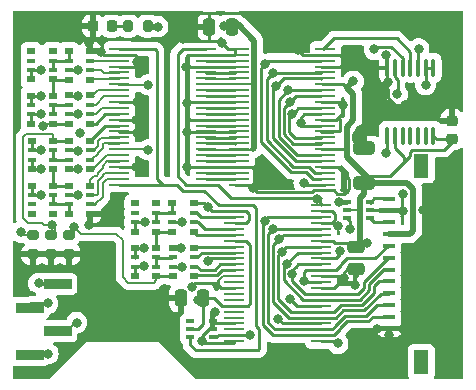
<source format=gbr>
%TF.GenerationSoftware,KiCad,Pcbnew,7.0.8*%
%TF.CreationDate,2024-06-23T14:42:54-04:00*%
%TF.ProjectId,rugby64,72756762-7936-4342-9e6b-696361645f70,rev?*%
%TF.SameCoordinates,Original*%
%TF.FileFunction,Copper,L1,Top*%
%TF.FilePolarity,Positive*%
%FSLAX46Y46*%
G04 Gerber Fmt 4.6, Leading zero omitted, Abs format (unit mm)*
G04 Created by KiCad (PCBNEW 7.0.8) date 2024-06-23 14:42:54*
%MOMM*%
%LPD*%
G01*
G04 APERTURE LIST*
G04 Aperture macros list*
%AMRoundRect*
0 Rectangle with rounded corners*
0 $1 Rounding radius*
0 $2 $3 $4 $5 $6 $7 $8 $9 X,Y pos of 4 corners*
0 Add a 4 corners polygon primitive as box body*
4,1,4,$2,$3,$4,$5,$6,$7,$8,$9,$2,$3,0*
0 Add four circle primitives for the rounded corners*
1,1,$1+$1,$2,$3*
1,1,$1+$1,$4,$5*
1,1,$1+$1,$6,$7*
1,1,$1+$1,$8,$9*
0 Add four rect primitives between the rounded corners*
20,1,$1+$1,$2,$3,$4,$5,0*
20,1,$1+$1,$4,$5,$6,$7,0*
20,1,$1+$1,$6,$7,$8,$9,0*
20,1,$1+$1,$8,$9,$2,$3,0*%
G04 Aperture macros list end*
%TA.AperFunction,SMDPad,CuDef*%
%ADD10RoundRect,0.200000X-0.275000X0.200000X-0.275000X-0.200000X0.275000X-0.200000X0.275000X0.200000X0*%
%TD*%
%TA.AperFunction,SMDPad,CuDef*%
%ADD11RoundRect,0.250000X-0.475000X0.250000X-0.475000X-0.250000X0.475000X-0.250000X0.475000X0.250000X0*%
%TD*%
%TA.AperFunction,SMDPad,CuDef*%
%ADD12R,0.800000X0.500000*%
%TD*%
%TA.AperFunction,SMDPad,CuDef*%
%ADD13R,0.800000X0.400000*%
%TD*%
%TA.AperFunction,SMDPad,CuDef*%
%ADD14RoundRect,0.250000X0.650000X-0.325000X0.650000X0.325000X-0.650000X0.325000X-0.650000X-0.325000X0*%
%TD*%
%TA.AperFunction,SMDPad,CuDef*%
%ADD15RoundRect,0.250000X0.250000X0.475000X-0.250000X0.475000X-0.250000X-0.475000X0.250000X-0.475000X0*%
%TD*%
%TA.AperFunction,SMDPad,CuDef*%
%ADD16R,1.676400X0.279400*%
%TD*%
%TA.AperFunction,SMDPad,CuDef*%
%ADD17R,0.650000X0.400000*%
%TD*%
%TA.AperFunction,SMDPad,CuDef*%
%ADD18RoundRect,0.100000X-0.100000X0.637500X-0.100000X-0.637500X0.100000X-0.637500X0.100000X0.637500X0*%
%TD*%
%TA.AperFunction,SMDPad,CuDef*%
%ADD19R,2.350000X0.850000*%
%TD*%
%TA.AperFunction,SMDPad,CuDef*%
%ADD20RoundRect,0.225000X0.250000X-0.225000X0.250000X0.225000X-0.250000X0.225000X-0.250000X-0.225000X0*%
%TD*%
%TA.AperFunction,SMDPad,CuDef*%
%ADD21RoundRect,0.200000X0.200000X0.275000X-0.200000X0.275000X-0.200000X-0.275000X0.200000X-0.275000X0*%
%TD*%
%TA.AperFunction,SMDPad,CuDef*%
%ADD22R,1.000000X0.400000*%
%TD*%
%TA.AperFunction,SMDPad,CuDef*%
%ADD23R,1.300000X2.000000*%
%TD*%
%TA.AperFunction,SMDPad,CuDef*%
%ADD24RoundRect,0.218750X-0.218750X-0.256250X0.218750X-0.256250X0.218750X0.256250X-0.218750X0.256250X0*%
%TD*%
%TA.AperFunction,ViaPad*%
%ADD25C,0.800000*%
%TD*%
%TA.AperFunction,Conductor*%
%ADD26C,0.250000*%
%TD*%
%TA.AperFunction,Conductor*%
%ADD27C,0.500000*%
%TD*%
%TA.AperFunction,Conductor*%
%ADD28C,0.200000*%
%TD*%
G04 APERTURE END LIST*
D10*
%TO.P,R3,1*%
%TO.N,BLUE*%
X18866450Y-42529295D03*
%TO.P,R3,2*%
%TO.N,GND*%
X18866450Y-44179295D03*
%TD*%
D11*
%TO.P,CB2,1*%
%TO.N,+3V3*%
X43174250Y-43574695D03*
%TO.P,CB2,2*%
%TO.N,GND*%
X43174250Y-45474695D03*
%TD*%
D12*
%TO.P,RN12,1,R1.1*%
%TO.N,Net-(RN11-R4.1)*%
X17504499Y-37005696D03*
D13*
%TO.P,RN12,2,R2.1*%
%TO.N,Net-(RN12-R2.1)*%
X17504499Y-36205696D03*
%TO.P,RN12,3,R3.1*%
X17504499Y-35405696D03*
D12*
%TO.P,RN12,4,R4.1*%
%TO.N,GREEN*%
X17504499Y-34605696D03*
%TO.P,RN12,5,R4.2*%
%TO.N,Net-(RN12-R3.2)*%
X15704499Y-34605696D03*
D13*
%TO.P,RN12,6,R3.2*%
X15704499Y-35405696D03*
%TO.P,RN12,7,R2.2*%
%TO.N,Net-(RN12-R1.2)*%
X15704499Y-36205696D03*
D12*
%TO.P,RN12,8,R1.2*%
X15704499Y-37005696D03*
%TD*%
D14*
%TO.P,CC1,1*%
%TO.N,+3V3*%
X43833299Y-38169696D03*
%TO.P,CC1,2*%
%TO.N,GND*%
X43833299Y-35219696D03*
%TD*%
D15*
%TO.P,CB1,1*%
%TO.N,+3V3*%
X30254050Y-47887695D03*
%TO.P,CB1,2*%
%TO.N,GND*%
X28354050Y-47887695D03*
%TD*%
D12*
%TO.P,RN4,1,R1.1*%
%TO.N,R2*%
X20650699Y-29398496D03*
D13*
%TO.P,RN4,2,R2.1*%
%TO.N,R1*%
X20650699Y-28598496D03*
%TO.P,RN4,3,R3.1*%
%TO.N,R0*%
X20650699Y-27798496D03*
D12*
%TO.P,RN4,4,R4.1*%
%TO.N,GND*%
X20650699Y-26998496D03*
%TO.P,RN4,5,R4.2*%
%TO.N,Net-(RN10-R2.1)*%
X18850699Y-26998496D03*
D13*
%TO.P,RN4,6,R3.2*%
X18850699Y-27798496D03*
%TO.P,RN4,7,R2.2*%
%TO.N,Net-(RN10-R1.2)*%
X18850699Y-28598496D03*
D12*
%TO.P,RN4,8,R1.2*%
%TO.N,Net-(RN10-R1.1)*%
X18850699Y-29398496D03*
%TD*%
%TO.P,RN2,1,R1.1*%
%TO.N,B2*%
X29431499Y-42278296D03*
D13*
%TO.P,RN2,2,R2.1*%
%TO.N,B1*%
X29431499Y-41478296D03*
%TO.P,RN2,3,R3.1*%
%TO.N,B0*%
X29431499Y-40678296D03*
D12*
%TO.P,RN2,4,R4.1*%
%TO.N,GND*%
X29431499Y-39878296D03*
%TO.P,RN2,5,R4.2*%
%TO.N,Net-(RN2-R3.2)*%
X27631499Y-39878296D03*
D13*
%TO.P,RN2,6,R3.2*%
X27631499Y-40678296D03*
%TO.P,RN2,7,R2.2*%
%TO.N,Net-(RN2-R2.2)*%
X27631499Y-41478296D03*
D12*
%TO.P,RN2,8,R1.2*%
%TO.N,Net-(RN2-R1.2)*%
X27631499Y-42278296D03*
%TD*%
D10*
%TO.P,R2,1*%
%TO.N,GREEN*%
X17342450Y-42541495D03*
%TO.P,R2,2*%
%TO.N,GND*%
X17342450Y-44191495D03*
%TD*%
D16*
%TO.P,U4,1,\u002A1OE*%
%TO.N,{slash}ACTIVE_DISPLAY*%
X32867600Y-40046201D03*
%TO.P,U4,2,1Q1*%
%TO.N,GND*%
X32867600Y-40546200D03*
%TO.P,U4,3,1Q2*%
%TO.N,B0*%
X32867600Y-41046199D03*
%TO.P,U4,4,GND*%
%TO.N,GND*%
X32867600Y-41546201D03*
%TO.P,U4,5,1Q3*%
%TO.N,B1*%
X32867600Y-42046200D03*
%TO.P,U4,6,1Q4*%
%TO.N,B2*%
X32867600Y-42546199D03*
%TO.P,U4,7,VCC*%
%TO.N,+3V3*%
X32867600Y-43046200D03*
%TO.P,U4,8,1Q5*%
%TO.N,B3*%
X32867600Y-43546199D03*
%TO.P,U4,9,1Q6*%
%TO.N,B4*%
X32867600Y-44046201D03*
%TO.P,U4,10,GND*%
%TO.N,GND*%
X32867600Y-44546200D03*
%TO.P,U4,11,1Q7*%
%TO.N,B5*%
X32867600Y-45046199D03*
%TO.P,U4,12,1Q8*%
%TO.N,B6*%
X32867600Y-45546200D03*
%TO.P,U4,13,2Q1*%
%TO.N,GND*%
X32867600Y-46046200D03*
%TO.P,U4,14,2Q2*%
%TO.N,S6*%
X32867600Y-46546201D03*
%TO.P,U4,15,GND*%
%TO.N,GND*%
X32867600Y-47046200D03*
%TO.P,U4,16,2Q3*%
%TO.N,S5*%
X32867600Y-47546199D03*
%TO.P,U4,17,2Q4*%
%TO.N,S4*%
X32867600Y-48046201D03*
%TO.P,U4,18,VCC*%
%TO.N,+3V3*%
X32867600Y-48546200D03*
%TO.P,U4,19,2Q5*%
%TO.N,{slash}VSYNC*%
X32867600Y-49046201D03*
%TO.P,U4,20,2Q6*%
%TO.N,{slash}CLAMP*%
X32867600Y-49546200D03*
%TO.P,U4,21,GND*%
%TO.N,GND*%
X32867600Y-50046199D03*
%TO.P,U4,22,2Q7*%
%TO.N,{slash}HSYNC*%
X32867600Y-50546201D03*
%TO.P,U4,23,2Q8*%
%TO.N,{slash}CSYNC*%
X32867600Y-51046200D03*
%TO.P,U4,24,\u002A2OE*%
%TO.N,GND*%
X32867600Y-51546201D03*
%TO.P,U4,25,2CLK*%
%TO.N,LATCHING_SYNC*%
X40208200Y-51546199D03*
%TO.P,U4,26,2D8*%
%TO.N,SDAC_D0*%
X40208200Y-51046200D03*
%TO.P,U4,27,2D7*%
%TO.N,SDAC_D1*%
X40208200Y-50546201D03*
%TO.P,U4,28,GND*%
%TO.N,GND*%
X40208200Y-50046199D03*
%TO.P,U4,29,2D6*%
%TO.N,SDAC_D2*%
X40208200Y-49546200D03*
%TO.P,U4,30,2D5*%
%TO.N,SDAC_D3*%
X40208200Y-49046199D03*
%TO.P,U4,31,VCC*%
%TO.N,+3V3*%
X40208200Y-48546200D03*
%TO.P,U4,32,2D4*%
%TO.N,SDAC_D4*%
X40208200Y-48046201D03*
%TO.P,U4,33,2D3*%
%TO.N,SDAC_D5*%
X40208200Y-47546199D03*
%TO.P,U4,34,GND*%
%TO.N,GND*%
X40208200Y-47046200D03*
%TO.P,U4,35,2D2*%
%TO.N,SDAC_D6*%
X40208200Y-46546198D03*
%TO.P,U4,36,2D1*%
%TO.N,GND*%
X40208200Y-46046200D03*
%TO.P,U4,37,1D8*%
%TO.N,SDAC_D6*%
X40208200Y-45546200D03*
%TO.P,U4,38,1D7*%
%TO.N,SDAC_D5*%
X40208200Y-45046199D03*
%TO.P,U4,39,GND*%
%TO.N,GND*%
X40208200Y-44546200D03*
%TO.P,U4,40,1D6*%
%TO.N,SDAC_D4*%
X40208200Y-44046201D03*
%TO.P,U4,41,1D5*%
%TO.N,SDAC_D3*%
X40208200Y-43546199D03*
%TO.P,U4,42,VCC*%
%TO.N,+3V3*%
X40208200Y-43046200D03*
%TO.P,U4,43,1D4*%
%TO.N,SDAC_D2*%
X40208200Y-42546199D03*
%TO.P,U4,44,1D3*%
%TO.N,SDAC_D1*%
X40208200Y-42046200D03*
%TO.P,U4,45,GND*%
%TO.N,GND*%
X40208200Y-41546201D03*
%TO.P,U4,46,1D2*%
%TO.N,SDAC_D0*%
X40208200Y-41046199D03*
%TO.P,U4,47,1D1*%
%TO.N,GND*%
X40208200Y-40546200D03*
%TO.P,U4,48,1CLK*%
%TO.N,LATCHING_B*%
X40208200Y-40046199D03*
%TD*%
D17*
%TO.P,U2,1*%
%TO.N,{slash}DRESET*%
X44323000Y-41101800D03*
%TO.P,U2,2,GND*%
%TO.N,GND*%
X44323000Y-40451800D03*
%TO.P,U2,3*%
%TO.N,CLK*%
X44323000Y-39801800D03*
%TO.P,U2,4*%
%TO.N,{slash}CLK*%
X42423000Y-39801800D03*
%TO.P,U2,5,VCC*%
%TO.N,+3V3*%
X42423000Y-40451800D03*
%TO.P,U2,6*%
%TO.N,DRESET*%
X42423000Y-41101800D03*
%TD*%
D12*
%TO.P,RN1,1,R1.1*%
%TO.N,B6*%
X29442499Y-46037496D03*
D13*
%TO.P,RN1,2,R2.1*%
%TO.N,B5*%
X29442499Y-45237496D03*
%TO.P,RN1,3,R3.1*%
%TO.N,B4*%
X29442499Y-44437496D03*
D12*
%TO.P,RN1,4,R4.1*%
%TO.N,B3*%
X29442499Y-43637496D03*
%TO.P,RN1,5,R4.2*%
%TO.N,Net-(RN1-R4.2)*%
X27642499Y-43637496D03*
D13*
%TO.P,RN1,6,R3.2*%
%TO.N,Net-(RN1-R3.2)*%
X27642499Y-44437496D03*
%TO.P,RN1,7,R2.2*%
%TO.N,Net-(RN1-R2.2)*%
X27642499Y-45237496D03*
D12*
%TO.P,RN1,8,R1.2*%
%TO.N,BLUE*%
X27642499Y-46037496D03*
%TD*%
D18*
%TO.P,U3,1,A*%
%TO.N,DRESET*%
X49714499Y-28414296D03*
%TO.P,U3,2,B*%
X49064499Y-28414296D03*
%TO.P,U3,3,QA*%
%TO.N,LATCHING_SYNC*%
X48414499Y-28414296D03*
%TO.P,U3,4,QB*%
%TO.N,LATCHING_R*%
X47764499Y-28414296D03*
%TO.P,U3,5,QC*%
%TO.N,LATCHING_G*%
X47114499Y-28414296D03*
%TO.P,U3,6,QD*%
%TO.N,LATCHING_B*%
X46464499Y-28414296D03*
%TO.P,U3,7,GND*%
%TO.N,GND*%
X45814499Y-28414296D03*
%TO.P,U3,8,CLK*%
%TO.N,{slash}CLK*%
X45814499Y-34139296D03*
%TO.P,U3,9,CLR_N*%
%TO.N,+3V3*%
X46464499Y-34139296D03*
%TO.P,U3,10,QE*%
%TO.N,unconnected-(U3-QE-Pad10)*%
X47114499Y-34139296D03*
%TO.P,U3,11,QF*%
%TO.N,unconnected-(U3-QF-Pad11)*%
X47764499Y-34139296D03*
%TO.P,U3,12,QG*%
%TO.N,unconnected-(U3-QG-Pad12)*%
X48414499Y-34139296D03*
%TO.P,U3,13,QH*%
%TO.N,unconnected-(U3-QH-Pad13)*%
X49064499Y-34139296D03*
%TO.P,U3,14,VCC*%
%TO.N,+3V3*%
X49714499Y-34139296D03*
%TD*%
D12*
%TO.P,RN11,1,R1.1*%
%TO.N,unconnected-(RN11-R1.1-Pad1)*%
X17501099Y-40777496D03*
D13*
%TO.P,RN11,2,R2.1*%
%TO.N,Net-(RN11-R2.1)*%
X17501099Y-39977496D03*
%TO.P,RN11,3,R3.1*%
X17501099Y-39177496D03*
D12*
%TO.P,RN11,4,R4.1*%
%TO.N,Net-(RN11-R4.1)*%
X17501099Y-38377496D03*
%TO.P,RN11,5,R4.2*%
%TO.N,Net-(RN11-R3.2)*%
X15701099Y-38377496D03*
D13*
%TO.P,RN11,6,R3.2*%
X15701099Y-39177496D03*
%TO.P,RN11,7,R2.2*%
%TO.N,unconnected-(RN11-R2.2-Pad7)*%
X15701099Y-39977496D03*
D12*
%TO.P,RN11,8,R1.2*%
%TO.N,unconnected-(RN11-R1.2-Pad8)*%
X15701099Y-40777496D03*
%TD*%
D17*
%TO.P,U1,1*%
%TO.N,{slash}CSYNC*%
X31026699Y-51172696D03*
%TO.P,U1,2,GND*%
%TO.N,GND*%
X31026699Y-50522696D03*
%TO.P,U1,3*%
X31026699Y-49872696D03*
%TO.P,U1,4*%
%TO.N,unconnected-(U1-Pad4)*%
X29126699Y-49872696D03*
%TO.P,U1,5,VCC*%
%TO.N,+3V3*%
X29126699Y-50522696D03*
%TO.P,U1,6*%
%TO.N,{slash}ACTIVE_DISPLAY*%
X29126699Y-51172696D03*
%TD*%
D15*
%TO.P,CB3,1*%
%TO.N,+3V3*%
X32668850Y-24926095D03*
%TO.P,CB3,2*%
%TO.N,GND*%
X30768850Y-24926095D03*
%TD*%
D12*
%TO.P,RN3,1,R1.1*%
%TO.N,R6*%
X20650699Y-33144696D03*
D13*
%TO.P,RN3,2,R2.1*%
%TO.N,R5*%
X20650699Y-32344696D03*
%TO.P,RN3,3,R3.1*%
%TO.N,R4*%
X20650699Y-31544696D03*
D12*
%TO.P,RN3,4,R4.1*%
%TO.N,R3*%
X20650699Y-30744696D03*
%TO.P,RN3,5,R4.2*%
%TO.N,Net-(RN3-R4.2)*%
X18850699Y-30744696D03*
D13*
%TO.P,RN3,6,R3.2*%
%TO.N,Net-(RN3-R3.2)*%
X18850699Y-31544696D03*
%TO.P,RN3,7,R2.2*%
%TO.N,Net-(RN3-R2.2)*%
X18850699Y-32344696D03*
D12*
%TO.P,RN3,8,R1.2*%
%TO.N,RED*%
X18850699Y-33144696D03*
%TD*%
%TO.P,RN7,1,R1.1*%
%TO.N,BLUE*%
X26256499Y-46037496D03*
D13*
%TO.P,RN7,2,R2.1*%
%TO.N,Net-(RN1-R3.2)*%
X26256499Y-45237496D03*
%TO.P,RN7,3,R3.1*%
X26256499Y-44437496D03*
D12*
%TO.P,RN7,4,R4.1*%
%TO.N,Net-(RN2-R1.2)*%
X26256499Y-43637496D03*
%TO.P,RN7,5,R4.2*%
%TO.N,Net-(RN1-R4.2)*%
X24456499Y-43637496D03*
D13*
%TO.P,RN7,6,R3.2*%
X24456499Y-44437496D03*
%TO.P,RN7,7,R2.2*%
%TO.N,Net-(RN1-R2.2)*%
X24456499Y-45237496D03*
D12*
%TO.P,RN7,8,R1.2*%
X24456499Y-46037496D03*
%TD*%
D10*
%TO.P,R1,1*%
%TO.N,RED*%
X15818450Y-42554695D03*
%TO.P,R1,2*%
%TO.N,GND*%
X15818450Y-44204695D03*
%TD*%
D16*
%TO.P,U6,1,\u002A1OE*%
%TO.N,GND*%
X33248600Y-26797000D03*
%TO.P,U6,2,1Q1*%
X33248600Y-27296999D03*
%TO.P,U6,3,1Q2*%
%TO.N,Net-(U5-1D2)*%
X33248600Y-27796998D03*
%TO.P,U6,4,GND*%
%TO.N,GND*%
X33248600Y-28297000D03*
%TO.P,U6,5,1Q3*%
%TO.N,Net-(U5-1D3)*%
X33248600Y-28796999D03*
%TO.P,U6,6,1Q4*%
%TO.N,Net-(U5-1D4)*%
X33248600Y-29296998D03*
%TO.P,U6,7,VCC*%
%TO.N,+3V3*%
X33248600Y-29796999D03*
%TO.P,U6,8,1Q5*%
%TO.N,Net-(U5-1D5)*%
X33248600Y-30296998D03*
%TO.P,U6,9,1Q6*%
%TO.N,Net-(U5-1D6)*%
X33248600Y-30797000D03*
%TO.P,U6,10,GND*%
%TO.N,GND*%
X33248600Y-31296999D03*
%TO.P,U6,11,1Q7*%
%TO.N,Net-(U5-1D7)*%
X33248600Y-31796998D03*
%TO.P,U6,12,1Q8*%
%TO.N,Net-(U5-1D8)*%
X33248600Y-32296999D03*
%TO.P,U6,13,2Q1*%
%TO.N,GND*%
X33248600Y-32796999D03*
%TO.P,U6,14,2Q2*%
%TO.N,Net-(U5-2D2)*%
X33248600Y-33297000D03*
%TO.P,U6,15,GND*%
%TO.N,GND*%
X33248600Y-33796999D03*
%TO.P,U6,16,2Q3*%
%TO.N,Net-(U5-2D3)*%
X33248600Y-34296998D03*
%TO.P,U6,17,2Q4*%
%TO.N,Net-(U5-2D4)*%
X33248600Y-34797000D03*
%TO.P,U6,18,VCC*%
%TO.N,+3V3*%
X33248600Y-35296999D03*
%TO.P,U6,19,2Q5*%
%TO.N,Net-(U5-2D5)*%
X33248600Y-35797000D03*
%TO.P,U6,20,2Q6*%
%TO.N,Net-(U5-2D6)*%
X33248600Y-36296999D03*
%TO.P,U6,21,GND*%
%TO.N,GND*%
X33248600Y-36796998D03*
%TO.P,U6,22,2Q7*%
%TO.N,Net-(U5-2D7)*%
X33248600Y-37297000D03*
%TO.P,U6,23,2Q8*%
%TO.N,Net-(U5-2D8)*%
X33248600Y-37796999D03*
%TO.P,U6,24,\u002A2OE*%
%TO.N,GND*%
X33248600Y-38297000D03*
%TO.P,U6,25,2CLK*%
%TO.N,LATCHING_G*%
X40589200Y-38296998D03*
%TO.P,U6,26,2D8*%
%TO.N,SDAC_D0*%
X40589200Y-37796999D03*
%TO.P,U6,27,2D7*%
%TO.N,SDAC_D1*%
X40589200Y-37297000D03*
%TO.P,U6,28,GND*%
%TO.N,GND*%
X40589200Y-36796998D03*
%TO.P,U6,29,2D6*%
%TO.N,SDAC_D2*%
X40589200Y-36296999D03*
%TO.P,U6,30,2D5*%
%TO.N,SDAC_D3*%
X40589200Y-35796998D03*
%TO.P,U6,31,VCC*%
%TO.N,+3V3*%
X40589200Y-35296999D03*
%TO.P,U6,32,2D4*%
%TO.N,SDAC_D4*%
X40589200Y-34797000D03*
%TO.P,U6,33,2D3*%
%TO.N,SDAC_D5*%
X40589200Y-34296998D03*
%TO.P,U6,34,GND*%
%TO.N,GND*%
X40589200Y-33796999D03*
%TO.P,U6,35,2D2*%
%TO.N,SDAC_D6*%
X40589200Y-33296997D03*
%TO.P,U6,36,2D1*%
%TO.N,GND*%
X40589200Y-32796999D03*
%TO.P,U6,37,1D8*%
%TO.N,SDAC_D6*%
X40589200Y-32296999D03*
%TO.P,U6,38,1D7*%
%TO.N,SDAC_D5*%
X40589200Y-31796998D03*
%TO.P,U6,39,GND*%
%TO.N,GND*%
X40589200Y-31296999D03*
%TO.P,U6,40,1D6*%
%TO.N,SDAC_D4*%
X40589200Y-30797000D03*
%TO.P,U6,41,1D5*%
%TO.N,SDAC_D3*%
X40589200Y-30296998D03*
%TO.P,U6,42,VCC*%
%TO.N,+3V3*%
X40589200Y-29796999D03*
%TO.P,U6,43,1D4*%
%TO.N,SDAC_D2*%
X40589200Y-29296998D03*
%TO.P,U6,44,1D3*%
%TO.N,SDAC_D1*%
X40589200Y-28796999D03*
%TO.P,U6,45,GND*%
%TO.N,GND*%
X40589200Y-28297000D03*
%TO.P,U6,46,1D2*%
%TO.N,SDAC_D0*%
X40589200Y-27796998D03*
%TO.P,U6,47,1D1*%
%TO.N,GND*%
X40589200Y-27296999D03*
%TO.P,U6,48,1CLK*%
%TO.N,LATCHING_R*%
X40589200Y-26796998D03*
%TD*%
D12*
%TO.P,RN5,1,R1.1*%
%TO.N,GND*%
X20654099Y-40777296D03*
D13*
%TO.P,RN5,2,R2.1*%
%TO.N,G0*%
X20654099Y-39977296D03*
%TO.P,RN5,3,R3.1*%
%TO.N,G1*%
X20654099Y-39177296D03*
D12*
%TO.P,RN5,4,R4.1*%
%TO.N,G2*%
X20654099Y-38377296D03*
%TO.P,RN5,5,R4.2*%
%TO.N,Net-(RN11-R4.1)*%
X18854099Y-38377296D03*
D13*
%TO.P,RN5,6,R3.2*%
%TO.N,Net-(RN11-R3.2)*%
X18854099Y-39177296D03*
%TO.P,RN5,7,R2.2*%
%TO.N,Net-(RN11-R2.1)*%
X18854099Y-39977296D03*
D12*
%TO.P,RN5,8,R1.2*%
X18854099Y-40777296D03*
%TD*%
D19*
%TO.P,J2,1,Pin_1*%
%TO.N,RED*%
X17906499Y-46713695D03*
%TO.P,J2,2,Pin_2*%
%TO.N,GREEN*%
X15556499Y-48713695D03*
%TO.P,J2,3,Pin_3*%
%TO.N,BLUE*%
X17906499Y-50713695D03*
%TO.P,J2,4,Pin_4*%
%TO.N,{slash}CSYNC*%
X15556499Y-52713695D03*
%TD*%
D20*
%TO.P,C1,1*%
%TO.N,+3V3*%
X51300899Y-34421696D03*
%TO.P,C1,2*%
%TO.N,GND*%
X51300899Y-32871696D03*
%TD*%
D21*
%TO.P,R4,1*%
%TO.N,+3V3*%
X25525800Y-24866600D03*
%TO.P,R4,2*%
%TO.N,Net-(D1-A)*%
X23875800Y-24866600D03*
%TD*%
D12*
%TO.P,RN9,1,R1.1*%
%TO.N,RED*%
X17490099Y-33151296D03*
D13*
%TO.P,RN9,2,R2.1*%
%TO.N,Net-(RN3-R3.2)*%
X17490099Y-32351296D03*
%TO.P,RN9,3,R3.1*%
X17490099Y-31551296D03*
D12*
%TO.P,RN9,4,R4.1*%
%TO.N,Net-(RN10-R1.1)*%
X17490099Y-30751296D03*
%TO.P,RN9,5,R4.2*%
%TO.N,Net-(RN3-R4.2)*%
X15690099Y-30751296D03*
D13*
%TO.P,RN9,6,R3.2*%
X15690099Y-31551296D03*
%TO.P,RN9,7,R2.2*%
%TO.N,Net-(RN3-R2.2)*%
X15690099Y-32351296D03*
D12*
%TO.P,RN9,8,R1.2*%
X15690099Y-33151296D03*
%TD*%
D22*
%TO.P,J1,1,Pin_1*%
%TO.N,GND*%
X46003299Y-50496096D03*
%TO.P,J1,2,Pin_2*%
%TO.N,SDAC_D0*%
X46003299Y-49496096D03*
%TO.P,J1,3,Pin_3*%
%TO.N,SDAC_D1*%
X46003299Y-48496096D03*
%TO.P,J1,4,Pin_4*%
%TO.N,SDAC_D2*%
X46003299Y-47496096D03*
%TO.P,J1,5,Pin_5*%
%TO.N,SDAC_D3*%
X46003299Y-46496096D03*
%TO.P,J1,6,Pin_6*%
%TO.N,SDAC_D4*%
X46003299Y-45496096D03*
%TO.P,J1,7,Pin_7*%
%TO.N,SDAC_D5*%
X46003299Y-44496096D03*
%TO.P,J1,8,Pin_8*%
%TO.N,SDAC_D6*%
X46003299Y-43496096D03*
%TO.P,J1,9,Pin_9*%
%TO.N,+3V3*%
X46003299Y-42496096D03*
%TO.P,J1,10,Pin_10*%
%TO.N,{slash}DRESET*%
X46003299Y-41496096D03*
%TO.P,J1,11,Pin_11*%
%TO.N,GND*%
X46003299Y-40496096D03*
%TO.P,J1,12,Pin_12*%
%TO.N,CLK*%
X46003299Y-39496096D03*
D23*
%TO.P,J1,MP*%
%TO.N,N/C*%
X48703299Y-53296096D03*
X48703299Y-36696096D03*
%TD*%
D12*
%TO.P,RN10,1,R1.1*%
%TO.N,Net-(RN10-R1.1)*%
X17490099Y-29392096D03*
D13*
%TO.P,RN10,2,R2.1*%
%TO.N,Net-(RN10-R2.1)*%
X17490099Y-28592096D03*
%TO.P,RN10,3,R3.1*%
X17490099Y-27792096D03*
D12*
%TO.P,RN10,4,R4.1*%
%TO.N,unconnected-(RN10-R4.1-Pad4)*%
X17490099Y-26992096D03*
%TO.P,RN10,5,R4.2*%
%TO.N,unconnected-(RN10-R4.2-Pad5)*%
X15690099Y-26992096D03*
D13*
%TO.P,RN10,6,R3.2*%
%TO.N,unconnected-(RN10-R3.2-Pad6)*%
X15690099Y-27792096D03*
%TO.P,RN10,7,R2.2*%
%TO.N,Net-(RN10-R1.2)*%
X15690099Y-28592096D03*
D12*
%TO.P,RN10,8,R1.2*%
X15690099Y-29392096D03*
%TD*%
%TO.P,RN6,1,R1.1*%
%TO.N,G3*%
X20654099Y-37005696D03*
D13*
%TO.P,RN6,2,R2.1*%
%TO.N,G4*%
X20654099Y-36205696D03*
%TO.P,RN6,3,R3.1*%
%TO.N,G5*%
X20654099Y-35405696D03*
D12*
%TO.P,RN6,4,R4.1*%
%TO.N,G6*%
X20654099Y-34605696D03*
%TO.P,RN6,5,R4.2*%
%TO.N,GREEN*%
X18854099Y-34605696D03*
D13*
%TO.P,RN6,6,R3.2*%
%TO.N,Net-(RN12-R3.2)*%
X18854099Y-35405696D03*
%TO.P,RN6,7,R2.2*%
%TO.N,Net-(RN12-R2.1)*%
X18854099Y-36205696D03*
D12*
%TO.P,RN6,8,R1.2*%
%TO.N,Net-(RN12-R1.2)*%
X18854099Y-37005696D03*
%TD*%
%TO.P,RN8,1,R1.1*%
%TO.N,Net-(RN2-R1.2)*%
X26267499Y-42278296D03*
D13*
%TO.P,RN8,2,R2.1*%
%TO.N,Net-(RN2-R3.2)*%
X26267499Y-41478296D03*
%TO.P,RN8,3,R3.1*%
X26267499Y-40678296D03*
D12*
%TO.P,RN8,4,R4.1*%
%TO.N,unconnected-(RN8-R4.1-Pad4)*%
X26267499Y-39878296D03*
%TO.P,RN8,5,R4.2*%
%TO.N,unconnected-(RN8-R4.2-Pad5)*%
X24467499Y-39878296D03*
D13*
%TO.P,RN8,6,R3.2*%
%TO.N,unconnected-(RN8-R3.2-Pad6)*%
X24467499Y-40678296D03*
%TO.P,RN8,7,R2.2*%
%TO.N,Net-(RN2-R2.2)*%
X24467499Y-41478296D03*
D12*
%TO.P,RN8,8,R1.2*%
X24467499Y-42278296D03*
%TD*%
D24*
%TO.P,D1,1,K*%
%TO.N,GND*%
X20904000Y-24866600D03*
%TO.P,D1,2,A*%
%TO.N,Net-(D1-A)*%
X22479000Y-24866600D03*
%TD*%
D16*
%TO.P,U5,1,\u002A1OE*%
%TO.N,{slash}ACTIVE_DISPLAY*%
X23139400Y-26796601D03*
%TO.P,U5,2,1Q1*%
%TO.N,GND*%
X23139400Y-27296600D03*
%TO.P,U5,3,1Q2*%
%TO.N,R0*%
X23139400Y-27796599D03*
%TO.P,U5,4,GND*%
%TO.N,GND*%
X23139400Y-28296601D03*
%TO.P,U5,5,1Q3*%
%TO.N,R1*%
X23139400Y-28796600D03*
%TO.P,U5,6,1Q4*%
%TO.N,R2*%
X23139400Y-29296599D03*
%TO.P,U5,7,VCC*%
%TO.N,+3V3*%
X23139400Y-29796600D03*
%TO.P,U5,8,1Q5*%
%TO.N,R3*%
X23139400Y-30296599D03*
%TO.P,U5,9,1Q6*%
%TO.N,R4*%
X23139400Y-30796601D03*
%TO.P,U5,10,GND*%
%TO.N,GND*%
X23139400Y-31296600D03*
%TO.P,U5,11,1Q7*%
%TO.N,R5*%
X23139400Y-31796599D03*
%TO.P,U5,12,1Q8*%
%TO.N,R6*%
X23139400Y-32296600D03*
%TO.P,U5,13,2Q1*%
%TO.N,GND*%
X23139400Y-32796600D03*
%TO.P,U5,14,2Q2*%
%TO.N,G6*%
X23139400Y-33296601D03*
%TO.P,U5,15,GND*%
%TO.N,GND*%
X23139400Y-33796600D03*
%TO.P,U5,16,2Q3*%
%TO.N,G5*%
X23139400Y-34296599D03*
%TO.P,U5,17,2Q4*%
%TO.N,G4*%
X23139400Y-34796601D03*
%TO.P,U5,18,VCC*%
%TO.N,+3V3*%
X23139400Y-35296600D03*
%TO.P,U5,19,2Q5*%
%TO.N,G3*%
X23139400Y-35796601D03*
%TO.P,U5,20,2Q6*%
%TO.N,G2*%
X23139400Y-36296600D03*
%TO.P,U5,21,GND*%
%TO.N,GND*%
X23139400Y-36796599D03*
%TO.P,U5,22,2Q7*%
%TO.N,G1*%
X23139400Y-37296601D03*
%TO.P,U5,23,2Q8*%
%TO.N,G0*%
X23139400Y-37796600D03*
%TO.P,U5,24,\u002A2OE*%
%TO.N,{slash}ACTIVE_DISPLAY*%
X23139400Y-38296601D03*
%TO.P,U5,25,2CLK*%
%TO.N,LATCHING_B*%
X30480000Y-38296599D03*
%TO.P,U5,26,2D8*%
%TO.N,Net-(U5-2D8)*%
X30480000Y-37796600D03*
%TO.P,U5,27,2D7*%
%TO.N,Net-(U5-2D7)*%
X30480000Y-37296601D03*
%TO.P,U5,28,GND*%
%TO.N,GND*%
X30480000Y-36796599D03*
%TO.P,U5,29,2D6*%
%TO.N,Net-(U5-2D6)*%
X30480000Y-36296600D03*
%TO.P,U5,30,2D5*%
%TO.N,Net-(U5-2D5)*%
X30480000Y-35796599D03*
%TO.P,U5,31,VCC*%
%TO.N,+3V3*%
X30480000Y-35296600D03*
%TO.P,U5,32,2D4*%
%TO.N,Net-(U5-2D4)*%
X30480000Y-34796601D03*
%TO.P,U5,33,2D3*%
%TO.N,Net-(U5-2D3)*%
X30480000Y-34296599D03*
%TO.P,U5,34,GND*%
%TO.N,GND*%
X30480000Y-33796600D03*
%TO.P,U5,35,2D2*%
%TO.N,Net-(U5-2D2)*%
X30480000Y-33296598D03*
%TO.P,U5,36,2D1*%
%TO.N,GND*%
X30480000Y-32796600D03*
%TO.P,U5,37,1D8*%
%TO.N,Net-(U5-1D8)*%
X30480000Y-32296600D03*
%TO.P,U5,38,1D7*%
%TO.N,Net-(U5-1D7)*%
X30480000Y-31796599D03*
%TO.P,U5,39,GND*%
%TO.N,GND*%
X30480000Y-31296600D03*
%TO.P,U5,40,1D6*%
%TO.N,Net-(U5-1D6)*%
X30480000Y-30796601D03*
%TO.P,U5,41,1D5*%
%TO.N,Net-(U5-1D5)*%
X30480000Y-30296599D03*
%TO.P,U5,42,VCC*%
%TO.N,+3V3*%
X30480000Y-29796600D03*
%TO.P,U5,43,1D4*%
%TO.N,Net-(U5-1D4)*%
X30480000Y-29296599D03*
%TO.P,U5,44,1D3*%
%TO.N,Net-(U5-1D3)*%
X30480000Y-28796600D03*
%TO.P,U5,45,GND*%
%TO.N,GND*%
X30480000Y-28296601D03*
%TO.P,U5,46,1D2*%
%TO.N,Net-(U5-1D2)*%
X30480000Y-27796599D03*
%TO.P,U5,47,1D1*%
%TO.N,GND*%
X30480000Y-27296600D03*
%TO.P,U5,48,1CLK*%
%TO.N,LATCHING_B*%
X30480000Y-26796599D03*
%TD*%
D25*
%TO.N,+3V3*%
X26390600Y-24917400D03*
X44114050Y-43214095D03*
X42944910Y-29555045D03*
X32022299Y-24883696D03*
X37611901Y-47986099D03*
X25589999Y-29836696D03*
X25589999Y-35348496D03*
X29761699Y-48048496D03*
%TO.N,DRESET*%
X42680350Y-42039095D03*
X49065699Y-29836696D03*
%TO.N,RED*%
X16326450Y-46643095D03*
X16689749Y-33298251D03*
X14777050Y-42299695D03*
%TO.N,GREEN*%
X17444050Y-41715495D03*
X17063050Y-48344895D03*
%TO.N,BLUE*%
X19526850Y-49970495D03*
X19272850Y-41842495D03*
%TO.N,Net-(RN1-R4.2)*%
X28391450Y-43671295D03*
X25256999Y-43671295D03*
%TO.N,Net-(RN1-R2.2)*%
X28442250Y-45246095D03*
X25241850Y-45220695D03*
%TO.N,Net-(RN2-R2.2)*%
X25267999Y-41495797D03*
X28431999Y-41492282D03*
%TO.N,Net-(RN3-R4.2)*%
X16490599Y-30767472D03*
X19651199Y-30764096D03*
%TO.N,Net-(RN3-R2.2)*%
X19651199Y-32331581D03*
X16489099Y-32319096D03*
%TO.N,Net-(RN10-R1.2)*%
X19651199Y-28608778D03*
X16490599Y-28585696D03*
%TO.N,Net-(RN11-R3.2)*%
X16501599Y-39171083D03*
X19654599Y-39186044D03*
%TO.N,Net-(RN12-R1.2)*%
X19654599Y-37005696D03*
X16504999Y-36993646D03*
%TO.N,LATCHING_G*%
X38785800Y-38176200D03*
X44729400Y-26847800D03*
%TO.N,LATCHING_B*%
X46664099Y-30653501D03*
X39912499Y-39491994D03*
%TO.N,{slash}CLK*%
X41732200Y-39774285D03*
X45694600Y-35585400D03*
%TO.N,LATCHING_SYNC*%
X41630600Y-51739800D03*
X48488600Y-26797000D03*
%TO.N,SDAC_D0*%
X35468076Y-28102638D03*
X35462299Y-41349296D03*
%TO.N,SDAC_D1*%
X36177211Y-28807005D03*
X36171434Y-42053663D03*
%TO.N,SDAC_D2*%
X36677681Y-42915475D03*
X36439102Y-29956739D03*
%TO.N,SDAC_D3*%
X37420732Y-30317494D03*
X36883599Y-43992943D03*
%TO.N,SDAC_D4*%
X37333599Y-44988201D03*
X37586528Y-31303150D03*
%TO.N,SDAC_D5*%
X37783599Y-45901183D03*
X37789376Y-32316848D03*
%TO.N,SDAC_D6*%
X38798378Y-46473628D03*
X38489359Y-33093604D03*
%TO.N,{slash}CSYNC*%
X34233450Y-51062695D03*
X17088450Y-52612095D03*
%TO.N,GND*%
X47111250Y-50478495D03*
X24657650Y-33892295D03*
X28543850Y-25967495D03*
X24657650Y-27923295D03*
X30601250Y-40191495D03*
X47339850Y-31530095D03*
X24632250Y-31326895D03*
X41853450Y-43924106D03*
X47136650Y-40521695D03*
X19804249Y-33919696D03*
X43111103Y-46757748D03*
X21914450Y-40648695D03*
X48875150Y-40462200D03*
X29255050Y-46922495D03*
X45993650Y-51045497D03*
X30652050Y-44769998D03*
X31820450Y-26323095D03*
X28874050Y-33841495D03*
X42132850Y-46236695D03*
X43496900Y-33705800D03*
X28874050Y-31352295D03*
X20593650Y-26297695D03*
X45847000Y-29591000D03*
X28797850Y-28355095D03*
X38272050Y-26881895D03*
X47162050Y-39048495D03*
X51276850Y-31530095D03*
X20593650Y-41740895D03*
X34665250Y-24011695D03*
X42291000Y-28270200D03*
X21609650Y-27059695D03*
X24556050Y-32825495D03*
X36595650Y-49691095D03*
X41677778Y-41806449D03*
X31216600Y-49047400D03*
X29204250Y-24084996D03*
X34423350Y-38565895D03*
X44926850Y-50478495D03*
X23901400Y-49250600D03*
X45677611Y-27333262D03*
X42101900Y-31521400D03*
X30093250Y-51519895D03*
X24581450Y-36813295D03*
X28899450Y-36813295D03*
%TO.N,Net-(RN12-R3.2)*%
X16504999Y-35378555D03*
X19654599Y-35421006D03*
%TD*%
D26*
%TO.N,+3V3*%
X42091802Y-29796999D02*
X40270695Y-29796999D01*
X41224615Y-35280600D02*
X41187720Y-35317495D01*
X32896899Y-48545497D02*
X31808100Y-48545497D01*
X41187720Y-35317495D02*
X40250199Y-35317495D01*
X43174250Y-43574695D02*
X42799161Y-43199606D01*
D27*
X25576600Y-24917400D02*
X25525800Y-24866600D01*
X47527851Y-38169696D02*
X44874699Y-38169696D01*
D26*
X43833299Y-38084646D02*
X43833299Y-38169696D01*
D27*
X44874699Y-38169696D02*
X43833299Y-38169696D01*
D28*
X34460699Y-29811296D02*
X30446199Y-29811296D01*
D26*
X47728299Y-35891446D02*
X47245472Y-36374272D01*
X32896899Y-48545497D02*
X34032848Y-48545497D01*
X46464499Y-34139296D02*
X46464499Y-35186899D01*
D27*
X43174250Y-43574695D02*
X43548000Y-43200945D01*
D28*
X34460699Y-35297696D02*
X34435299Y-35323096D01*
D27*
X43548000Y-39415404D02*
X43833299Y-39130105D01*
D26*
X31808100Y-48545497D02*
X31158699Y-47896096D01*
D28*
X34435299Y-35323096D02*
X29861999Y-35323096D01*
D26*
X30853899Y-47896096D02*
X30194850Y-47896096D01*
D27*
X44606851Y-38169696D02*
X42403800Y-35966645D01*
D28*
X43479249Y-40470696D02*
X42421899Y-40470696D01*
D27*
X42400904Y-30090696D02*
X42385499Y-30090696D01*
D26*
X34032848Y-48545497D02*
X34233450Y-48344895D01*
X41220376Y-43045497D02*
X40237499Y-43045497D01*
X44351345Y-37566600D02*
X43833299Y-38084646D01*
D27*
X47727649Y-42496096D02*
X48025650Y-42198095D01*
X42403800Y-35966645D02*
X42403800Y-33400200D01*
D26*
X31158699Y-47896096D02*
X30853899Y-47896096D01*
X30093249Y-48048496D02*
X30254050Y-47887695D01*
X42385499Y-30090696D02*
X42091802Y-29796999D01*
X43174250Y-43574695D02*
X43534850Y-43214095D01*
X34233450Y-48344895D02*
X34233450Y-43444527D01*
X46464499Y-35186899D02*
X47245472Y-35967872D01*
D27*
X46003299Y-42496096D02*
X47727649Y-42496096D01*
X43833299Y-39130105D02*
X43833299Y-38169696D01*
D26*
X30194850Y-50105896D02*
X29763050Y-50537696D01*
X47245472Y-35967872D02*
X47245472Y-36374272D01*
X30254050Y-47887695D02*
X30845498Y-47887695D01*
X41374485Y-43199606D02*
X41220376Y-43045497D01*
D28*
X34486099Y-29785896D02*
X34460699Y-29811296D01*
D26*
X51300899Y-34655646D02*
X50585449Y-35371096D01*
D28*
X25589999Y-29836696D02*
X23074549Y-29836696D01*
D27*
X42936555Y-29555045D02*
X42400904Y-30090696D01*
X26390600Y-24917400D02*
X25576600Y-24917400D01*
D26*
X50585449Y-35371096D02*
X47918679Y-35371096D01*
D27*
X33038299Y-24883696D02*
X33190699Y-24731296D01*
X34572850Y-29872647D02*
X34486099Y-29785896D01*
D26*
X42302200Y-35280600D02*
X41224615Y-35280600D01*
D27*
X43548000Y-43200945D02*
X43548000Y-39415404D01*
D26*
X46053144Y-37566600D02*
X44351345Y-37566600D01*
D27*
X34460699Y-35297696D02*
X34572850Y-35185545D01*
D26*
X42403800Y-35382200D02*
X42302200Y-35280600D01*
D27*
X34569400Y-29677195D02*
X34486099Y-29760496D01*
D26*
X29763050Y-50537696D02*
X29141899Y-50537696D01*
X38171299Y-48545497D02*
X40237499Y-48545497D01*
X34233450Y-43444527D02*
X33834420Y-43045497D01*
D27*
X44874699Y-38169696D02*
X44606851Y-38169696D01*
X34572850Y-35185545D02*
X34572850Y-29872647D01*
D26*
X49996899Y-34421696D02*
X49714499Y-34139296D01*
D27*
X42944910Y-29555045D02*
X42936555Y-29555045D01*
D26*
X47918679Y-35371096D02*
X47728299Y-35561476D01*
D27*
X48025650Y-38667495D02*
X47527851Y-38169696D01*
X48025650Y-42198095D02*
X48025650Y-38667495D01*
D26*
X29761699Y-48048496D02*
X30093249Y-48048496D01*
D28*
X43529850Y-40420095D02*
X43479249Y-40470696D01*
D27*
X33190699Y-24731296D02*
X34569400Y-26109997D01*
D26*
X30845498Y-47887695D02*
X30853899Y-47896096D01*
D27*
X42951400Y-32852600D02*
X42951400Y-30656597D01*
D26*
X47728299Y-35561476D02*
X47728299Y-35891446D01*
X51300899Y-34421696D02*
X51300899Y-34655646D01*
X29141899Y-50537696D02*
X29116499Y-50512296D01*
D27*
X32022299Y-24883696D02*
X33038299Y-24883696D01*
D26*
X37611901Y-47986099D02*
X38171299Y-48545497D01*
X47245472Y-36374272D02*
X46053144Y-37566600D01*
X43534850Y-43214095D02*
X44114050Y-43214095D01*
X30194850Y-47896096D02*
X30194850Y-50105896D01*
X42799161Y-43199606D02*
X41374485Y-43199606D01*
D27*
X42951400Y-30656597D02*
X42385499Y-30090696D01*
D28*
X25539199Y-35297696D02*
X23118399Y-35297696D01*
D26*
X51300899Y-34421696D02*
X49996899Y-34421696D01*
X33834420Y-43045497D02*
X32896899Y-43045497D01*
D28*
X25589999Y-35348496D02*
X25539199Y-35297696D01*
D27*
X34569400Y-26109997D02*
X34569400Y-29677195D01*
X42403800Y-33400200D02*
X42951400Y-32852600D01*
D26*
%TO.N,{slash}DRESET*%
X44321899Y-41120696D02*
X44702899Y-41501696D01*
X44702899Y-41501696D02*
X45997699Y-41501696D01*
X45997699Y-41501696D02*
X46003299Y-41496096D01*
%TO.N,DRESET*%
X42680350Y-42039095D02*
X42680350Y-41379147D01*
X49065699Y-28415496D02*
X49064499Y-28414296D01*
X49065699Y-29836696D02*
X49065699Y-28415496D01*
X42680350Y-41379147D02*
X42421899Y-41120696D01*
X49714499Y-28414296D02*
X49064499Y-28414296D01*
D28*
%TO.N,RED*%
X15032050Y-42554695D02*
X15818450Y-42554695D01*
X14777050Y-42299695D02*
X15032050Y-42554695D01*
D26*
X17490099Y-33151296D02*
X18844099Y-33151296D01*
X16326450Y-46643095D02*
X16397050Y-46713695D01*
D28*
X16689749Y-33298251D02*
X16689749Y-33180446D01*
D26*
X18844099Y-33151296D02*
X18850699Y-33144696D01*
D28*
X16718899Y-33151296D02*
X17490099Y-33151296D01*
D26*
X16397050Y-46713695D02*
X17906499Y-46713695D01*
D28*
X16689749Y-33180446D02*
X16718899Y-33151296D01*
X16689749Y-33298251D02*
X16631794Y-33240296D01*
%TO.N,GREEN*%
X15609100Y-48344895D02*
X15556499Y-48397496D01*
X17444050Y-41715495D02*
X17669874Y-41941319D01*
X16590149Y-41571496D02*
X15420835Y-41571496D01*
X17444050Y-41715495D02*
X16734148Y-41715495D01*
X15001099Y-34234832D02*
X15208235Y-34027696D01*
X17504499Y-34114896D02*
X17504499Y-34605696D01*
D26*
X18854099Y-34605696D02*
X17504499Y-34605696D01*
D28*
X17669874Y-41941319D02*
X17669874Y-42429471D01*
X15420835Y-41571496D02*
X15001099Y-41151760D01*
X17063050Y-48344895D02*
X15609100Y-48344895D01*
X16734148Y-41715495D02*
X16590149Y-41571496D01*
X17417299Y-34027696D02*
X17504499Y-34114896D01*
X15001099Y-41151760D02*
X15001099Y-34234832D01*
X15208235Y-34027696D02*
X17417299Y-34027696D01*
%TO.N,BLUE*%
X19272850Y-42122895D02*
X18866450Y-42529295D01*
X26059449Y-46587496D02*
X26256499Y-46390446D01*
X22884098Y-42440895D02*
X23411699Y-42968496D01*
X23411699Y-46102316D02*
X23896879Y-46587496D01*
X19272850Y-41842495D02*
X19095050Y-42020295D01*
X19411100Y-49970495D02*
X18977699Y-50403896D01*
D26*
X27642499Y-46037496D02*
X26256499Y-46037496D01*
D28*
X19272850Y-41842495D02*
X19871250Y-42440895D01*
X23411699Y-42968496D02*
X23411699Y-46102316D01*
X23896879Y-46587496D02*
X26059449Y-46587496D01*
X19272850Y-41842495D02*
X19272850Y-42122895D01*
X19526850Y-49970495D02*
X19411100Y-49970495D01*
X19095050Y-42020295D02*
X19095050Y-42545145D01*
X19871250Y-42440895D02*
X22884098Y-42440895D01*
X26256499Y-46390446D02*
X26256499Y-46037496D01*
D26*
%TO.N,R6*%
X23105199Y-32310896D02*
X21962339Y-32310896D01*
X21962339Y-32310896D02*
X21128539Y-33144696D01*
X21128539Y-33144696D02*
X20650699Y-33144696D01*
D28*
%TO.N,R5*%
X23105199Y-31810895D02*
X21681505Y-31810895D01*
X21147704Y-32344696D02*
X20650699Y-32344696D01*
X21681505Y-31810895D02*
X21147704Y-32344696D01*
%TO.N,R4*%
X21134904Y-31544696D02*
X20650699Y-31544696D01*
X23105199Y-30810897D02*
X21868703Y-30810897D01*
X21868703Y-30810897D02*
X21134904Y-31544696D01*
%TO.N,R3*%
X20918904Y-30744696D02*
X20650699Y-30744696D01*
D26*
X20929719Y-30764096D02*
X20650699Y-30764096D01*
D28*
X23105199Y-30310895D02*
X21352705Y-30310895D01*
X21352705Y-30310895D02*
X20918904Y-30744696D01*
D26*
%TO.N,Net-(RN1-R4.2)*%
X24490298Y-43671295D02*
X24456499Y-43637496D01*
X28357651Y-43637496D02*
X28391450Y-43671295D01*
X25256999Y-43671295D02*
X24490298Y-43671295D01*
X24456499Y-44467096D02*
X24456499Y-43667096D01*
X27642499Y-43637496D02*
X28357651Y-43637496D01*
%TO.N,Net-(RN1-R3.2)*%
X26256499Y-44467096D02*
X27636099Y-44467096D01*
X26256499Y-45267096D02*
X26256499Y-44467096D01*
%TO.N,Net-(RN1-R2.2)*%
X24456499Y-46067096D02*
X24456499Y-45267096D01*
X27642499Y-45237496D02*
X28433651Y-45237496D01*
X25241850Y-45220695D02*
X24473300Y-45220695D01*
X28433651Y-45237496D02*
X28442250Y-45246095D01*
X24473300Y-45220695D02*
X24456499Y-45237496D01*
%TO.N,R2*%
X20738300Y-29310895D02*
X20650699Y-29398496D01*
D28*
X23105199Y-29310895D02*
X20738300Y-29310895D01*
%TO.N,R1*%
X20650699Y-28598496D02*
X21593899Y-28598496D01*
X21806299Y-28810896D02*
X23105199Y-28810896D01*
X21593899Y-28598496D02*
X21806299Y-28810896D01*
D26*
%TO.N,R0*%
X20663098Y-27810895D02*
X20650699Y-27798496D01*
D28*
X23105199Y-27810895D02*
X20663098Y-27810895D01*
D26*
%TO.N,Net-(RN2-R3.2)*%
X27631499Y-40688896D02*
X27631499Y-39888896D01*
X26267499Y-41488896D02*
X26267499Y-40688896D01*
X27631499Y-40688896D02*
X26267499Y-40688896D01*
%TO.N,Net-(RN2-R2.2)*%
X25261098Y-41488896D02*
X25267999Y-41495797D01*
X28431999Y-41492282D02*
X27634885Y-41492282D01*
X24467499Y-42288896D02*
X24467499Y-41488896D01*
X27634885Y-41492282D02*
X27631499Y-41488896D01*
X24467499Y-41488896D02*
X25261098Y-41488896D01*
%TO.N,Net-(RN2-R1.2)*%
X26256499Y-42299896D02*
X26267499Y-42288896D01*
X27631499Y-42288896D02*
X26267499Y-42288896D01*
X26256499Y-43667096D02*
X26256499Y-42299896D01*
%TO.N,G6*%
X21948898Y-33310897D02*
X20654099Y-34605696D01*
X23105199Y-33310897D02*
X21948898Y-33310897D01*
D28*
%TO.N,G5*%
X21354099Y-34578696D02*
X21354099Y-34979960D01*
X21354099Y-34979960D02*
X21339899Y-34994160D01*
X21339899Y-34994160D02*
X21339899Y-35029516D01*
X21621900Y-34310895D02*
X21354099Y-34578696D01*
X21339899Y-35029516D02*
X20963719Y-35405696D01*
D26*
X20963719Y-35405696D02*
X20654099Y-35405696D01*
D28*
X23105199Y-34310895D02*
X21621900Y-34310895D01*
%TO.N,G4*%
X21354099Y-35729960D02*
X21354099Y-35616357D01*
X20764760Y-36205696D02*
X21064760Y-35905696D01*
D26*
X22167678Y-34810897D02*
X23105199Y-34810897D01*
D28*
X21064760Y-35905696D02*
X21178363Y-35905696D01*
X20654099Y-36205696D02*
X20764760Y-36205696D01*
X21754099Y-35216357D02*
X21754099Y-34864496D01*
X21754099Y-34864496D02*
X21807698Y-34810897D01*
X21807698Y-34810897D02*
X22167678Y-34810897D01*
X21178363Y-35905696D02*
X21354099Y-35729960D01*
X21354099Y-35616357D02*
X21754099Y-35216357D01*
%TO.N,G3*%
X22057713Y-35796601D02*
X21332812Y-36521502D01*
X23139400Y-35796601D02*
X22057713Y-35796601D01*
X21332812Y-36551247D02*
X20878363Y-37005696D01*
X21332812Y-36521502D02*
X21332812Y-36551247D01*
D26*
X20913719Y-37005696D02*
X20654099Y-37005696D01*
D28*
X20878363Y-37005696D02*
X20654099Y-37005696D01*
D26*
%TO.N,Net-(RN3-R4.2)*%
X16474423Y-30751296D02*
X15664699Y-30751296D01*
X15690099Y-30751296D02*
X15690099Y-31551296D01*
X18850699Y-30764096D02*
X19682899Y-30764096D01*
X16490599Y-30767472D02*
X16474423Y-30751296D01*
X19682899Y-30764096D02*
X19651199Y-30764096D01*
%TO.N,Net-(RN3-R3.2)*%
X18844099Y-31551296D02*
X18850699Y-31544696D01*
X17490099Y-31551296D02*
X18844099Y-31551296D01*
X17490099Y-32351296D02*
X17490099Y-31551296D01*
%TO.N,Net-(RN3-R2.2)*%
X16489099Y-32319096D02*
X15722299Y-32319096D01*
X19638084Y-32344696D02*
X19651199Y-32331581D01*
X18850699Y-32344696D02*
X19638084Y-32344696D01*
X15690099Y-32351296D02*
X15690099Y-33151296D01*
X15722299Y-32319096D02*
X15690099Y-32351296D01*
D28*
%TO.N,G2*%
X21732812Y-36910897D02*
X21365299Y-37278410D01*
X21732812Y-36687188D02*
X21732812Y-36910897D01*
X22109104Y-36310896D02*
X21732812Y-36687188D01*
X21365299Y-37398524D02*
X21208127Y-37555696D01*
X21018699Y-37555696D02*
X20654099Y-37920296D01*
X21208127Y-37555696D02*
X21018699Y-37555696D01*
X20654099Y-37920296D02*
X20654099Y-38377296D01*
X22167678Y-36310896D02*
X22109104Y-36310896D01*
D26*
X23105199Y-36310896D02*
X22167678Y-36310896D01*
D28*
X21365299Y-37278410D02*
X21365299Y-37398524D01*
%TO.N,G1*%
X21238800Y-39177296D02*
X20654099Y-39177296D01*
X21765299Y-37564210D02*
X21354099Y-37975410D01*
X21898498Y-37310897D02*
X21765299Y-37444096D01*
X21354099Y-37975410D02*
X21354099Y-39061997D01*
X23105199Y-37310897D02*
X21898498Y-37310897D01*
X21765299Y-37444096D02*
X21765299Y-37564210D01*
X21354099Y-39061997D02*
X21238800Y-39177296D01*
%TO.N,G0*%
X21039840Y-39977296D02*
X21111699Y-39977296D01*
D26*
X20654099Y-39977296D02*
X21039840Y-39977296D01*
D28*
X21111699Y-39977296D02*
X21754099Y-39334896D01*
X22084299Y-37810896D02*
X23105199Y-37810896D01*
X21754099Y-38141096D02*
X22084299Y-37810896D01*
X21754099Y-39334896D02*
X21754099Y-38141096D01*
D26*
%TO.N,Net-(RN10-R2.1)*%
X18850699Y-27798296D02*
X18850699Y-26998296D01*
X17496299Y-27798296D02*
X17490099Y-27792096D01*
X17490099Y-28592096D02*
X17490099Y-27792096D01*
X18850699Y-27798296D02*
X17496299Y-27798296D01*
%TO.N,Net-(RN10-R1.2)*%
X18861181Y-28608778D02*
X18850699Y-28598296D01*
X15690099Y-28592096D02*
X16507499Y-28592096D01*
X16513899Y-28585696D02*
X16490599Y-28585696D01*
X15690099Y-29392096D02*
X15690099Y-28592096D01*
X16507499Y-28592096D02*
X16513899Y-28585696D01*
X19651199Y-28608778D02*
X18861181Y-28608778D01*
%TO.N,Net-(RN10-R1.1)*%
X18850699Y-29398296D02*
X17496299Y-29398296D01*
X17496299Y-29398296D02*
X17490099Y-29392096D01*
X17490099Y-29392096D02*
X17490099Y-30725896D01*
X17490099Y-30725896D02*
X17464699Y-30751296D01*
%TO.N,B6*%
X31822984Y-45545497D02*
X32896899Y-45545497D01*
X29534997Y-45944998D02*
X31423483Y-45944998D01*
X31423483Y-45944998D02*
X31822984Y-45545497D01*
X29442499Y-46037496D02*
X29534997Y-45944998D01*
%TO.N,B5*%
X29752119Y-45237496D02*
X29442499Y-45237496D01*
X31237087Y-45494998D02*
X30009621Y-45494998D01*
X31686589Y-45045496D02*
X31237087Y-45494998D01*
X30009621Y-45494998D02*
X29752119Y-45237496D01*
X32896899Y-45045496D02*
X31686589Y-45045496D01*
%TO.N,B4*%
X29752119Y-44437496D02*
X29442499Y-44437496D01*
X30144117Y-44045498D02*
X29752119Y-44437496D01*
X32896899Y-44045498D02*
X30144117Y-44045498D01*
%TO.N,B3*%
X29442499Y-43637496D02*
X29534499Y-43545496D01*
X29534499Y-43545496D02*
X32896899Y-43545496D01*
%TO.N,Net-(RN11-R3.2)*%
X19654599Y-39186044D02*
X19645851Y-39177296D01*
X15701099Y-39177496D02*
X16495186Y-39177496D01*
X19645851Y-39177296D02*
X18854099Y-39177296D01*
X15701099Y-39177496D02*
X15701099Y-38377496D01*
X16495186Y-39177496D02*
X16501599Y-39171083D01*
%TO.N,Net-(RN11-R2.1)*%
X18854099Y-40777296D02*
X18854099Y-39977296D01*
X17501099Y-39977496D02*
X17501099Y-39177496D01*
X17501099Y-39977496D02*
X18853899Y-39977496D01*
X18853899Y-39977496D02*
X18854099Y-39977296D01*
%TO.N,B2*%
X29698699Y-42545496D02*
X29431499Y-42278296D01*
X32896899Y-42545496D02*
X29698699Y-42545496D01*
%TO.N,B1*%
X30398700Y-42045497D02*
X32896899Y-42045497D01*
X29431499Y-41478296D02*
X29831499Y-41478296D01*
X29831499Y-41478296D02*
X30398700Y-42045497D01*
%TO.N,B0*%
X32896899Y-41045496D02*
X30058319Y-41045496D01*
X29691119Y-40678296D02*
X29431499Y-40678296D01*
X30058319Y-41045496D02*
X29691119Y-40678296D01*
%TO.N,Net-(RN12-R2.1)*%
X17504499Y-35405696D02*
X17504499Y-36205696D01*
X17504499Y-36205696D02*
X18854099Y-36205696D01*
%TO.N,Net-(RN12-R1.2)*%
X16492949Y-37005696D02*
X16504999Y-36993646D01*
X15704499Y-37005696D02*
X15704499Y-36205696D01*
X18854099Y-37005696D02*
X19654599Y-37005696D01*
X15704499Y-37005696D02*
X16492949Y-37005696D01*
%TO.N,Net-(RN11-R4.1)*%
X17501099Y-38377496D02*
X17501099Y-37009096D01*
X17501099Y-37009096D02*
X17504499Y-37005696D01*
X17501099Y-38377496D02*
X18853899Y-38377496D01*
X18853899Y-38377496D02*
X18854099Y-38377296D01*
%TO.N,LATCHING_R*%
X47764499Y-28414296D02*
X47764499Y-27038099D01*
X41325800Y-25882600D02*
X40390906Y-26817494D01*
X47764499Y-27038099D02*
X46609000Y-25882600D01*
X46609000Y-25882600D02*
X41325800Y-25882600D01*
%TO.N,LATCHING_G*%
X44678600Y-26847800D02*
X44729400Y-26797000D01*
X44729400Y-26847800D02*
X44678600Y-26847800D01*
X44917638Y-26608762D02*
X44729400Y-26797000D01*
X40589200Y-38296998D02*
X38906598Y-38296998D01*
X44729400Y-26797000D02*
X44729400Y-26847800D01*
X47114499Y-27556499D02*
X46166762Y-26608762D01*
X47114499Y-28414296D02*
X47114499Y-27556499D01*
X46166762Y-26608762D02*
X44917638Y-26608762D01*
X38906598Y-38296998D02*
X38785800Y-38176200D01*
%TO.N,LATCHING_B*%
X40208200Y-39395400D02*
X40157400Y-39547800D01*
X32549983Y-39395400D02*
X40208200Y-39395400D01*
X28510305Y-26810895D02*
X30445799Y-26810895D01*
X46664099Y-30653501D02*
X46710600Y-30607000D01*
X28811295Y-38310895D02*
X28072850Y-37572450D01*
X30445799Y-38310895D02*
X28811295Y-38310895D01*
X46464499Y-29151796D02*
X46464499Y-28414296D01*
X40237499Y-39816994D02*
X40237499Y-40045496D01*
X28072850Y-27248350D02*
X28510305Y-26810895D01*
X39912499Y-39491994D02*
X40237499Y-39816994D01*
X46710600Y-29397897D02*
X46464499Y-29151796D01*
X30445799Y-38310895D02*
X31465478Y-38310895D01*
X46710600Y-30607000D02*
X46710600Y-29397897D01*
X28072850Y-37572450D02*
X28072850Y-27248350D01*
X39912499Y-39491994D02*
X40111606Y-39491994D01*
X31465478Y-38310895D02*
X32549983Y-39395400D01*
%TO.N,{slash}CLK*%
X45814499Y-35465501D02*
X45694600Y-35585400D01*
X41778611Y-39820696D02*
X42421899Y-39820696D01*
X45814499Y-34139296D02*
X45814499Y-35465501D01*
X41732200Y-39774285D02*
X41778611Y-39820696D01*
%TO.N,Net-(D1-A)*%
X23875800Y-24866600D02*
X22479000Y-24866600D01*
%TO.N,CLK*%
X44321899Y-39820696D02*
X44672899Y-39469696D01*
X44672899Y-39469696D02*
X45976899Y-39469696D01*
X45976899Y-39469696D02*
X46003299Y-39496096D01*
%TO.N,LATCHING_SYNC*%
X48414499Y-26871101D02*
X48488600Y-26797000D01*
X41436296Y-51545496D02*
X41630600Y-51739800D01*
X40237499Y-51545496D02*
X41436296Y-51545496D01*
X48414499Y-28414296D02*
X48414499Y-26871101D01*
%TO.N,SDAC_D0*%
X35462299Y-41349296D02*
X35259099Y-41552496D01*
X40250199Y-27817494D02*
X35774138Y-27817494D01*
X42436890Y-49845498D02*
X44230638Y-49845498D01*
X36154849Y-51053694D02*
X40250199Y-51053694D01*
X35147850Y-28422864D02*
X35147850Y-34676061D01*
X40237499Y-51045497D02*
X41311414Y-51045497D01*
X39535781Y-37817495D02*
X40250199Y-37817495D01*
X44230638Y-49845498D02*
X44580040Y-49496096D01*
X35774138Y-27817494D02*
X35763679Y-27807035D01*
X35147850Y-34676061D02*
X37689284Y-37217495D01*
X41850699Y-50506212D02*
X41850699Y-50431689D01*
X41850699Y-50431689D02*
X42436890Y-49845498D01*
X35259099Y-50157944D02*
X36154849Y-51053694D01*
X35259099Y-41552496D02*
X35259099Y-50157944D01*
X35468076Y-28102638D02*
X35147850Y-28422864D01*
X41311414Y-51045497D02*
X41850699Y-50506212D01*
X35468076Y-28102638D02*
X35763679Y-27807035D01*
X38935781Y-37217495D02*
X39535781Y-37817495D01*
X44580040Y-49496096D02*
X46003299Y-49496096D01*
X37689284Y-37217495D02*
X38935781Y-37217495D01*
X35462299Y-41349296D02*
X35757902Y-41053693D01*
X35757902Y-41053693D02*
X40250199Y-41053693D01*
%TO.N,SDAC_D1*%
X35597850Y-29386366D02*
X35597850Y-34489665D01*
X36177211Y-28807005D02*
X36187701Y-28817495D01*
X36796703Y-42053694D02*
X40250199Y-42053694D01*
X39672178Y-37317496D02*
X40250199Y-37317496D01*
X36171434Y-42053663D02*
X36796672Y-42053663D01*
X37875680Y-36767495D02*
X39155095Y-36767495D01*
X42250494Y-49395498D02*
X41400699Y-50245293D01*
X41175017Y-50545498D02*
X40237499Y-50545498D01*
X35709099Y-49971548D02*
X36291246Y-50553695D01*
X39426000Y-37071318D02*
X39672178Y-37317496D01*
X36291246Y-50553695D02*
X40250199Y-50553695D01*
X36171434Y-42053663D02*
X35709099Y-42515998D01*
X36796672Y-42053663D02*
X36796703Y-42053694D01*
X44943644Y-48496096D02*
X44044242Y-49395498D01*
X44044242Y-49395498D02*
X42250494Y-49395498D01*
X39155095Y-36767495D02*
X39426000Y-37038400D01*
X36187701Y-28817495D02*
X40250199Y-28817495D01*
X46003299Y-48496096D02*
X44943644Y-48496096D01*
X41400699Y-50319816D02*
X41175017Y-50545498D01*
X41400699Y-50245293D02*
X41400699Y-50319816D01*
X36177211Y-28807005D02*
X35597850Y-29386366D01*
X39426000Y-37038400D02*
X39426000Y-37071318D01*
X35597850Y-34489665D02*
X37875680Y-36767495D01*
X35709099Y-42515998D02*
X35709099Y-49971548D01*
%TO.N,SDAC_D2*%
X36113050Y-34368469D02*
X38062076Y-36317495D01*
X36159099Y-48194292D02*
X37518501Y-49553694D01*
X46003299Y-47496096D02*
X45967300Y-47532095D01*
X42064098Y-48945498D02*
X41464099Y-49545497D01*
X36677681Y-42915475D02*
X36159099Y-43434057D01*
X37109641Y-29286200D02*
X40218905Y-29286200D01*
X36159099Y-43434057D02*
X36159099Y-48194292D01*
X36439102Y-29956739D02*
X36113050Y-30282791D01*
X45967300Y-47532095D02*
X45271249Y-47532095D01*
X37518501Y-49553694D02*
X40250199Y-49553694D01*
X45271249Y-47532095D02*
X43857846Y-48945498D01*
X38062076Y-36317495D02*
X40250199Y-36317495D01*
X40218905Y-29286200D02*
X40250199Y-29317494D01*
X36677681Y-42915475D02*
X37039463Y-42553693D01*
X43857846Y-48945498D02*
X42064098Y-48945498D01*
X36113050Y-30282791D02*
X36113050Y-34368469D01*
X36439102Y-29956739D02*
X37109641Y-29286200D01*
X37039463Y-42553693D02*
X40250199Y-42553693D01*
X41464099Y-49545497D02*
X40237499Y-49545497D01*
%TO.N,SDAC_D3*%
X41327704Y-49045496D02*
X40237499Y-49045496D01*
X37654896Y-49053693D02*
X40250199Y-49053693D01*
X44736103Y-46876464D02*
X44736103Y-47430845D01*
X37411291Y-30317494D02*
X36614876Y-31113909D01*
X36883599Y-43941196D02*
X37271102Y-43553693D01*
X37420732Y-30317494D02*
X37411291Y-30317494D01*
X45116471Y-46496096D02*
X44736103Y-46876464D01*
X36609099Y-44267443D02*
X36609099Y-48007896D01*
X36609099Y-48007896D02*
X37654896Y-49053693D01*
X37271102Y-43553693D02*
X40250199Y-43553693D01*
X36614876Y-34233899D02*
X38198471Y-35817494D01*
X37420732Y-30317494D02*
X40250199Y-30317494D01*
X36883599Y-43992943D02*
X36883599Y-43941196D01*
X36614876Y-31113909D02*
X36614876Y-34233899D01*
X43671450Y-48495498D02*
X41877702Y-48495498D01*
X38198471Y-35817494D02*
X40250199Y-35817494D01*
X46003299Y-46496096D02*
X45116471Y-46496096D01*
X41877702Y-48495498D02*
X41327704Y-49045496D01*
X36883599Y-43992943D02*
X36609099Y-44267443D01*
X44736103Y-47430845D02*
X43671450Y-48495498D01*
%TO.N,SDAC_D4*%
X37064376Y-34047003D02*
X37834869Y-34817496D01*
X37059099Y-46395344D02*
X38717450Y-48053695D01*
X37059099Y-45262701D02*
X37059099Y-46395344D01*
X38717450Y-48053695D02*
X40250199Y-48053695D01*
X46003299Y-45496096D02*
X45480075Y-45496096D01*
X38072182Y-30817496D02*
X40250199Y-30817496D01*
X37064376Y-31825302D02*
X37064376Y-34047003D01*
X37586528Y-31303150D02*
X38072182Y-30817496D01*
X37586528Y-31303150D02*
X37064376Y-31825302D01*
X44286103Y-46690068D02*
X44286103Y-47244449D01*
X37834869Y-34817496D02*
X40250199Y-34817496D01*
X43485054Y-48045498D02*
X40237499Y-48045498D01*
X44286103Y-47244449D02*
X43485054Y-48045498D01*
X38244300Y-44053695D02*
X40250199Y-44053695D01*
X45480075Y-45496096D02*
X44286103Y-46690068D01*
X37333599Y-44988201D02*
X37333599Y-44964396D01*
X37333599Y-44964396D02*
X38244300Y-44053695D01*
X37333599Y-44988201D02*
X37059099Y-45262701D01*
%TO.N,SDAC_D5*%
X38064376Y-32041848D02*
X38064376Y-32034138D01*
X38853844Y-47553693D02*
X40250199Y-47553693D01*
X37789376Y-32316848D02*
X38064376Y-32041848D01*
X38291479Y-31807035D02*
X38301938Y-31817494D01*
X38064376Y-32034138D02*
X38291479Y-31807035D01*
X43836103Y-46503672D02*
X43836103Y-47058053D01*
X43836103Y-47058053D02*
X43348660Y-47545496D01*
X38058599Y-45280796D02*
X38285702Y-45053693D01*
X37514376Y-32591848D02*
X37514376Y-33860607D01*
X38058599Y-45288506D02*
X38058599Y-45280796D01*
X37514376Y-33860607D02*
X37971263Y-34317494D01*
X37783599Y-45901183D02*
X37783599Y-45563506D01*
X37971263Y-34317494D02*
X40250199Y-34317494D01*
X38285702Y-45053693D02*
X40250199Y-45053693D01*
X45843679Y-44496096D02*
X43836103Y-46503672D01*
X37789376Y-32316848D02*
X37514376Y-32591848D01*
X37783599Y-45563506D02*
X38058599Y-45288506D01*
X37783599Y-45901183D02*
X37783599Y-46483448D01*
X37783599Y-46483448D02*
X38853844Y-47553693D01*
X46003299Y-44496096D02*
X45843679Y-44496096D01*
X38301938Y-31817494D02*
X40250199Y-31817494D01*
X43348660Y-47545496D02*
X40237499Y-47545496D01*
%TO.N,SDAC_D6*%
X38926706Y-45553694D02*
X40250199Y-45553694D01*
X38713248Y-33317493D02*
X40250199Y-33317493D01*
X38798378Y-46473628D02*
X38904428Y-46473628D01*
X40237499Y-45545497D02*
X41465148Y-45545497D01*
X41465148Y-45545497D02*
X41930699Y-45079946D01*
X38798378Y-45682022D02*
X38926706Y-45553694D01*
X38798378Y-46473628D02*
X38798378Y-45682022D01*
X38489359Y-32633586D02*
X38805450Y-32317495D01*
X41930699Y-45079946D02*
X41930699Y-44986521D01*
X38904428Y-46473628D02*
X38984492Y-46553692D01*
X45843679Y-43496096D02*
X46003299Y-43496096D01*
X38805450Y-32317495D02*
X40250199Y-32317495D01*
X42382325Y-44534895D02*
X44804880Y-44534895D01*
X38489359Y-33093604D02*
X38713248Y-33317493D01*
X44804880Y-44534895D02*
X45843679Y-43496096D01*
X38489359Y-33093604D02*
X38489359Y-32633586D01*
X38984492Y-46553692D02*
X40250199Y-46553692D01*
X41930699Y-44986521D02*
X42382325Y-44534895D01*
%TO.N,{slash}CSYNC*%
X17088450Y-52612095D02*
X15771098Y-52612095D01*
X31488518Y-51045497D02*
X34216252Y-51045497D01*
X34216252Y-51045497D02*
X34233450Y-51062695D01*
X31369720Y-51164295D02*
X31488518Y-51045497D01*
X31018498Y-51164295D02*
X31369720Y-51164295D01*
%TO.N,GND*%
X21769100Y-40631696D02*
X21914450Y-40648695D01*
X30445799Y-27310896D02*
X28953049Y-27310896D01*
X24556050Y-32825495D02*
X24556050Y-31453895D01*
X36950051Y-50045496D02*
X36595650Y-49691095D01*
X40237499Y-41545498D02*
X41175017Y-41545498D01*
X30601250Y-40191495D02*
X30955252Y-40545497D01*
X24581450Y-31428495D02*
X24632250Y-31479295D01*
X30728250Y-23876095D02*
X30651955Y-23799800D01*
X41897995Y-31317495D02*
X40250199Y-31317495D01*
X42101900Y-32223186D02*
X41686086Y-32639000D01*
X30651955Y-23799800D02*
X29489446Y-23799800D01*
X40237499Y-46045497D02*
X41941652Y-46045497D01*
X30768850Y-26160495D02*
X30779050Y-26170695D01*
X24451651Y-27310896D02*
X24657650Y-27516895D01*
X20711898Y-27059695D02*
X20650699Y-26998496D01*
X31668050Y-26170695D02*
X31820450Y-26323095D01*
D28*
X31935448Y-46045497D02*
X32896899Y-46045497D01*
D26*
X30955252Y-40545497D02*
X32896899Y-40545497D01*
X33834420Y-40545497D02*
X34081050Y-40792127D01*
X24632250Y-31479295D02*
X24632250Y-31326895D01*
D28*
X31510913Y-46470032D02*
X31935448Y-46045497D01*
D26*
X39433788Y-38945400D02*
X34802855Y-38945400D01*
X29229650Y-24926095D02*
X29204250Y-24900695D01*
X21914450Y-40648695D02*
X21803098Y-40631696D01*
X32909599Y-27317495D02*
X30452398Y-27317495D01*
X31510913Y-46597032D02*
X31510913Y-46470032D01*
X30779050Y-26170695D02*
X31668050Y-26170695D01*
X41187717Y-33817495D02*
X40250199Y-33817495D01*
X45677611Y-27333262D02*
X45814499Y-27470150D01*
X41314935Y-41405580D02*
X41400699Y-41319816D01*
D27*
X43764200Y-34569400D02*
X43496900Y-34302100D01*
D26*
X32909599Y-28317496D02*
X28835449Y-28317496D01*
X41686086Y-32639000D02*
X41783000Y-32735914D01*
X24378250Y-33892295D02*
X24459649Y-33810896D01*
X34379895Y-36767495D02*
X28945250Y-36767495D01*
X34802855Y-38945400D02*
X34423350Y-38565895D01*
X41686086Y-32639000D02*
X41507591Y-32817495D01*
X41324048Y-47045497D02*
X40237499Y-47045497D01*
X32909599Y-26817496D02*
X32314851Y-26817496D01*
X41783000Y-32735914D02*
X41783000Y-33756600D01*
D27*
X43496900Y-33705800D02*
X43103800Y-34098900D01*
D26*
X46516095Y-31530095D02*
X47339850Y-31530095D01*
D27*
X43103800Y-34490197D02*
X43833299Y-35219696D01*
D26*
X34453355Y-23799800D02*
X30804545Y-23799800D01*
X32896899Y-40545497D02*
X33834420Y-40545497D01*
X21803098Y-40631696D02*
X21786099Y-40631696D01*
D27*
X43496900Y-34302100D02*
X43496900Y-33705800D01*
D26*
X45806195Y-29550195D02*
X45806195Y-28422600D01*
X28797850Y-27466095D02*
X28797850Y-28355095D01*
X45814499Y-28414296D02*
X45814499Y-30107994D01*
X40250199Y-36817494D02*
X41630600Y-36817494D01*
X42132850Y-45754095D02*
X42412250Y-45474695D01*
X24556050Y-33714495D02*
X24657650Y-33612895D01*
X34081050Y-41298865D02*
X33834417Y-41545498D01*
X41630600Y-36817494D02*
X42608799Y-37795693D01*
X24657650Y-33612895D02*
X24657650Y-33892295D01*
X42101900Y-31521400D02*
X42101900Y-32223186D01*
X28736850Y-26160495D02*
X28543850Y-25967495D01*
X41400699Y-41319816D02*
X41400699Y-40771176D01*
X24657650Y-27923295D02*
X24657650Y-28075695D01*
X31725026Y-47045497D02*
X31510913Y-46831384D01*
X32909599Y-26817496D02*
X32909599Y-27317495D01*
X32896899Y-47045497D02*
X31725026Y-47045497D01*
X38272050Y-26881895D02*
X38707650Y-27317495D01*
X28945250Y-36767495D02*
X28899450Y-36813295D01*
X41583494Y-39049785D02*
X41300703Y-38766994D01*
X41677778Y-41768423D02*
X41314935Y-41405580D01*
X42608799Y-37795693D02*
X42608799Y-38625090D01*
X30804545Y-23799800D02*
X30728250Y-23876095D01*
X42608799Y-38625090D02*
X42184104Y-39049785D01*
X34081050Y-40792127D02*
X34081050Y-41298865D01*
X32744701Y-51697696D02*
X30271051Y-51697696D01*
X24556050Y-32825495D02*
X24556050Y-33714495D01*
X34423350Y-38565895D02*
X34569400Y-38419845D01*
X28874050Y-33008309D02*
X28874050Y-33841495D01*
X45847000Y-29591000D02*
X45806195Y-29550195D01*
X42291000Y-27863800D02*
X42291000Y-28270200D01*
X45911600Y-30205095D02*
X45911600Y-30925600D01*
X42101900Y-31521400D02*
X41897995Y-31317495D01*
X24541451Y-32810896D02*
X24556050Y-32825495D01*
X30288051Y-39878296D02*
X30601250Y-40191495D01*
X28908850Y-31317495D02*
X28874050Y-31352295D01*
X46028898Y-40521695D02*
X46003299Y-40496096D01*
X30093250Y-51519895D02*
X30093250Y-51121525D01*
X41941652Y-46045497D02*
X42132850Y-46236695D01*
X21609650Y-27059695D02*
X20711898Y-27059695D01*
X32909599Y-31317495D02*
X28908850Y-31317495D01*
X24579050Y-36810895D02*
X24581450Y-36813295D01*
X23105199Y-27310896D02*
X24451651Y-27310896D01*
X31026699Y-50522696D02*
X31026699Y-49872696D01*
X42243704Y-28317496D02*
X40250199Y-28317496D01*
X42132850Y-46236695D02*
X42132850Y-45754095D01*
X24459649Y-33810896D02*
X23105199Y-33810896D01*
X20841499Y-26807696D02*
X20650699Y-26998496D01*
X29064864Y-32817495D02*
X28874050Y-33008309D01*
X30768850Y-23916695D02*
X30728250Y-23876095D01*
X30692079Y-50522696D02*
X31026699Y-50522696D01*
X40589200Y-33796999D02*
X41742601Y-33796999D01*
X32896899Y-51545498D02*
X32744701Y-51697696D01*
X30452398Y-27317495D02*
X30445799Y-27310896D01*
X32314851Y-26817496D02*
X31820450Y-26323095D01*
X34423350Y-38565895D02*
X34174951Y-38317496D01*
X32896899Y-44545497D02*
X30876551Y-44545497D01*
X40237499Y-50045496D02*
X36950051Y-50045496D01*
X34665250Y-24011695D02*
X34453355Y-23799800D01*
X24556050Y-31453895D02*
X24581450Y-31428495D01*
X32909599Y-32817495D02*
X29064864Y-32817495D01*
X42132850Y-46236695D02*
X41324048Y-47045497D01*
X28953049Y-27310896D02*
X28797850Y-27466095D01*
X41175020Y-40545497D02*
X40237499Y-40545497D01*
X24657650Y-27516895D02*
X24657650Y-27923295D01*
X24479850Y-31326895D02*
X24463851Y-31310896D01*
X41853450Y-44179295D02*
X41487248Y-44545497D01*
X29489446Y-23799800D02*
X29204250Y-24084996D01*
X45977899Y-40470696D02*
X46003299Y-40496096D01*
X29565049Y-46612496D02*
X31495449Y-46612496D01*
X44321899Y-40470696D02*
X45977899Y-40470696D01*
X41507591Y-32817495D02*
X40250199Y-32817495D01*
X39612194Y-38766994D02*
X39433788Y-38945400D01*
X30876551Y-44545497D02*
X30652050Y-44769998D01*
X34569400Y-38419845D02*
X34569400Y-36957000D01*
X28898050Y-33817495D02*
X28874050Y-33841495D01*
X45806195Y-28422600D02*
X45814499Y-28414296D01*
X23105199Y-36810895D02*
X24579050Y-36810895D01*
X20799699Y-40631696D02*
X21769100Y-40631696D01*
X30768850Y-24926095D02*
X30768850Y-26160495D01*
X41742601Y-33796999D02*
X41783000Y-33756600D01*
X42291000Y-28270200D02*
X42243704Y-28317496D01*
X24422448Y-28310897D02*
X23105199Y-28310897D01*
X31026699Y-49872696D02*
X31199499Y-50045496D01*
X20654099Y-40777296D02*
X20799699Y-40631696D01*
X34174951Y-38317496D02*
X32909599Y-38317496D01*
X30768850Y-24926095D02*
X30768850Y-23916695D01*
X41300703Y-38766994D02*
X39612194Y-38766994D01*
X21860851Y-27310896D02*
X21609650Y-27059695D01*
X41400699Y-40771176D02*
X41175020Y-40545497D01*
X45814499Y-27470150D02*
X45814499Y-28414296D01*
X42184104Y-39049785D02*
X41583494Y-39049785D01*
X41677778Y-41806449D02*
X41677778Y-41768423D01*
X28835449Y-28317496D02*
X28797850Y-28355095D01*
D27*
X43103800Y-34098900D02*
X43103800Y-34490197D01*
D26*
X38707650Y-27317495D02*
X41744695Y-27317495D01*
X33834417Y-41545498D02*
X32896899Y-41545498D01*
X41853450Y-43924106D02*
X41853450Y-44179295D01*
X31510913Y-46831384D02*
X31510913Y-46597032D01*
X24657650Y-33892295D02*
X24378250Y-33892295D01*
X30768850Y-26160495D02*
X28736850Y-26160495D01*
X47136650Y-40521695D02*
X46028898Y-40521695D01*
X32909599Y-33817495D02*
X28898050Y-33817495D01*
X29255050Y-46922495D02*
X29565049Y-46612496D01*
X30768850Y-24926095D02*
X29229650Y-24926095D01*
X29204250Y-24900695D02*
X29204250Y-24084996D01*
X34569400Y-36957000D02*
X34379895Y-36767495D01*
X31495449Y-46612496D02*
X31510913Y-46597032D01*
X23105199Y-32810896D02*
X24541451Y-32810896D01*
X30093250Y-51121525D02*
X30692079Y-50522696D01*
X45911600Y-30925600D02*
X46516095Y-31530095D01*
X24657650Y-28075695D02*
X24422448Y-28310897D01*
X42412250Y-45474695D02*
X43174250Y-45474695D01*
X31199499Y-50045496D02*
X32896899Y-50045496D01*
X34665250Y-24011695D02*
X39645095Y-24011695D01*
X41487248Y-44545497D02*
X40237499Y-44545497D01*
X30271051Y-51697696D02*
X30093250Y-51519895D01*
X29431499Y-39878296D02*
X30288051Y-39878296D01*
X24463851Y-31310896D02*
X23105199Y-31310896D01*
X41175017Y-41545498D02*
X41314935Y-41405580D01*
X45814499Y-30107994D02*
X45911600Y-30205095D01*
X41744695Y-27317495D02*
X42291000Y-27863800D01*
X24632250Y-31326895D02*
X24479850Y-31326895D01*
X23105199Y-27310896D02*
X21860851Y-27310896D01*
%TO.N,Net-(RN12-R3.2)*%
X19704409Y-35421006D02*
X19654599Y-35421006D01*
X15704499Y-35405696D02*
X16477858Y-35405696D01*
X15704499Y-34605696D02*
X15704499Y-35405696D01*
X19689099Y-35405696D02*
X19704409Y-35421006D01*
X16477858Y-35405696D02*
X16504999Y-35378555D01*
X18854099Y-35405696D02*
X19689099Y-35405696D01*
%TO.N,{slash}ACTIVE_DISPLAY*%
X26829904Y-38310897D02*
X26314499Y-37795492D01*
X34995450Y-52231095D02*
X34995450Y-50530691D01*
X26314499Y-26999096D02*
X26126300Y-26810897D01*
X28483604Y-38802896D02*
X27991605Y-38310897D01*
X34893850Y-52332695D02*
X34995450Y-52231095D01*
X24895899Y-38310897D02*
X26829904Y-38310897D01*
X34737299Y-40288944D02*
X34493853Y-40045498D01*
X31572853Y-40045498D02*
X30330251Y-38802896D01*
X26314499Y-37795492D02*
X26314499Y-26999096D01*
X34737299Y-50272540D02*
X34737299Y-40288944D01*
X26126300Y-26810897D02*
X23105199Y-26810897D01*
X34493853Y-40045498D02*
X32896899Y-40045498D01*
X34995450Y-50530691D02*
X34737299Y-50272540D01*
X27991605Y-38310897D02*
X24895899Y-38310897D01*
X32896899Y-40045498D02*
X31572853Y-40045498D01*
X29116499Y-51863944D02*
X29585250Y-52332695D01*
X29585250Y-52332695D02*
X34893850Y-52332695D01*
X30330251Y-38802896D02*
X28483604Y-38802896D01*
X29116499Y-51162296D02*
X29116499Y-51863944D01*
X24895899Y-38310897D02*
X23105199Y-38310897D01*
%TO.N,Net-(U5-2D8)*%
X32903000Y-37810896D02*
X32909599Y-37817495D01*
X30445799Y-37810896D02*
X32903000Y-37810896D01*
%TO.N,Net-(U5-2D7)*%
X32909599Y-37317496D02*
X30452398Y-37317496D01*
%TO.N,Net-(U5-2D6)*%
X30445799Y-36310896D02*
X32903000Y-36310896D01*
X32903000Y-36310896D02*
X32909599Y-36317495D01*
%TO.N,Net-(U5-2D5)*%
X32909599Y-35817496D02*
X30452400Y-35817496D01*
%TO.N,Net-(U5-2D4)*%
X30445799Y-34810897D02*
X32903000Y-34810897D01*
X32903000Y-34810897D02*
X32909599Y-34817496D01*
%TO.N,Net-(U5-2D3)*%
X30445799Y-34310895D02*
X32903000Y-34310895D01*
X32903000Y-34310895D02*
X32909599Y-34317494D01*
%TO.N,Net-(U5-2D2)*%
X32909599Y-33317496D02*
X30452401Y-33317496D01*
%TO.N,Net-(U5-1D8)*%
X32903000Y-32310896D02*
X32909599Y-32317495D01*
X30445799Y-32310896D02*
X32903000Y-32310896D01*
%TO.N,Net-(U5-1D7)*%
X32909599Y-31817494D02*
X30452398Y-31817494D01*
%TO.N,Net-(U5-1D6)*%
X32903000Y-30810897D02*
X32909599Y-30817496D01*
X30445799Y-30810897D02*
X32903000Y-30810897D01*
%TO.N,Net-(U5-1D5)*%
X30445799Y-30310895D02*
X32903000Y-30310895D01*
X32903000Y-30310895D02*
X32909599Y-30317494D01*
D28*
%TO.N,Net-(U5-1D4)*%
X32909599Y-29317494D02*
X30452398Y-29317494D01*
D26*
%TO.N,Net-(U5-1D3)*%
X30445799Y-28810896D02*
X32903000Y-28810896D01*
X32903000Y-28810896D02*
X32909599Y-28817495D01*
%TO.N,Net-(U5-1D2)*%
X32909599Y-27817494D02*
X30452398Y-27817494D01*
%TD*%
%TA.AperFunction,Conductor*%
%TO.N,GND*%
G36*
X52186284Y-35139837D02*
G01*
X52242217Y-35181709D01*
X52266634Y-35247173D01*
X52266950Y-35256019D01*
X52266950Y-54647095D01*
X52247265Y-54714134D01*
X52194461Y-54759889D01*
X52142950Y-54771095D01*
X49870642Y-54771095D01*
X49803603Y-54751410D01*
X49757848Y-54698606D01*
X49747904Y-54629448D01*
X49771376Y-54572784D01*
X49797092Y-54538431D01*
X49797091Y-54538431D01*
X49797095Y-54538427D01*
X49847390Y-54403579D01*
X49853799Y-54343969D01*
X49853798Y-52248224D01*
X49847390Y-52188613D01*
X49846564Y-52186399D01*
X49797096Y-52053767D01*
X49797092Y-52053760D01*
X49710846Y-51938551D01*
X49710843Y-51938548D01*
X49595634Y-51852302D01*
X49595627Y-51852298D01*
X49460781Y-51802004D01*
X49460782Y-51802004D01*
X49401182Y-51795597D01*
X49401180Y-51795596D01*
X49401172Y-51795596D01*
X49401163Y-51795596D01*
X48005428Y-51795596D01*
X48005422Y-51795597D01*
X47945815Y-51802004D01*
X47810970Y-51852298D01*
X47810963Y-51852302D01*
X47695754Y-51938548D01*
X47695751Y-51938551D01*
X47609505Y-52053760D01*
X47609501Y-52053767D01*
X47559207Y-52188613D01*
X47552800Y-52248212D01*
X47552800Y-52248219D01*
X47552799Y-52248231D01*
X47552799Y-54343966D01*
X47552800Y-54343972D01*
X47559207Y-54403579D01*
X47609501Y-54538424D01*
X47609505Y-54538431D01*
X47635222Y-54572784D01*
X47659640Y-54638248D01*
X47644789Y-54706521D01*
X47595384Y-54755927D01*
X47535956Y-54771095D01*
X29677164Y-54771095D01*
X29610125Y-54751410D01*
X29589483Y-54734776D01*
X28041274Y-53186567D01*
X26452986Y-51598278D01*
X26441783Y-51587018D01*
X26441783Y-51587017D01*
X26441781Y-51587016D01*
X26441780Y-51587015D01*
X26441684Y-51586975D01*
X26441402Y-51586857D01*
X26416734Y-51586861D01*
X26416545Y-51586900D01*
X20294501Y-51586900D01*
X20294319Y-51586975D01*
X20294217Y-51587017D01*
X20276801Y-51604424D01*
X20276668Y-51604623D01*
X17146516Y-54734776D01*
X17085193Y-54768261D01*
X17058835Y-54771095D01*
X14241150Y-54771095D01*
X14174111Y-54751410D01*
X14128356Y-54698606D01*
X14117150Y-54647095D01*
X14117150Y-53752434D01*
X14136835Y-53685395D01*
X14189639Y-53639640D01*
X14258797Y-53629696D01*
X14269671Y-53631759D01*
X14274012Y-53632784D01*
X14274016Y-53632786D01*
X14333626Y-53639195D01*
X16779371Y-53639194D01*
X16838982Y-53632786D01*
X16973830Y-53582491D01*
X17034160Y-53537328D01*
X17099624Y-53512911D01*
X17108471Y-53512595D01*
X17183094Y-53512595D01*
X17183096Y-53512595D01*
X17368253Y-53473239D01*
X17541180Y-53396246D01*
X17694321Y-53284983D01*
X17820983Y-53144311D01*
X17915629Y-52980379D01*
X17974124Y-52800351D01*
X17993910Y-52612095D01*
X17974124Y-52423839D01*
X17915629Y-52243811D01*
X17820983Y-52079879D01*
X17694321Y-51939207D01*
X17679218Y-51928234D01*
X17590136Y-51863512D01*
X17547470Y-51808182D01*
X17541491Y-51738569D01*
X17574097Y-51676774D01*
X17634935Y-51642417D01*
X17663015Y-51639194D01*
X19129371Y-51639194D01*
X19188982Y-51632786D01*
X19323830Y-51582491D01*
X19439045Y-51496241D01*
X19525295Y-51381026D01*
X19575590Y-51246178D01*
X19581999Y-51186568D01*
X19581999Y-50979803D01*
X19601684Y-50912764D01*
X19654488Y-50867009D01*
X19680217Y-50858513D01*
X19806653Y-50831639D01*
X19979580Y-50754646D01*
X20132721Y-50643383D01*
X20259383Y-50502711D01*
X20354029Y-50338779D01*
X20412524Y-50158751D01*
X20432310Y-49970495D01*
X20412524Y-49782239D01*
X20354029Y-49602211D01*
X20259383Y-49438279D01*
X20132721Y-49297607D01*
X20132720Y-49297606D01*
X19979584Y-49186346D01*
X19979579Y-49186343D01*
X19806657Y-49109352D01*
X19806652Y-49109350D01*
X19660851Y-49078360D01*
X19621496Y-49069995D01*
X19432204Y-49069995D01*
X19413931Y-49073879D01*
X19247047Y-49109350D01*
X19247042Y-49109352D01*
X19074120Y-49186343D01*
X19074115Y-49186346D01*
X18920979Y-49297606D01*
X18794316Y-49438280D01*
X18699671Y-49602210D01*
X18699669Y-49602214D01*
X18667080Y-49702514D01*
X18627642Y-49760189D01*
X18563283Y-49787387D01*
X18549149Y-49788195D01*
X17071600Y-49788195D01*
X17004561Y-49768510D01*
X16958806Y-49715706D01*
X16948862Y-49646548D01*
X16977887Y-49582992D01*
X16997285Y-49564932D01*
X17089045Y-49496241D01*
X17175295Y-49381026D01*
X17207957Y-49293453D01*
X17249827Y-49237520D01*
X17298356Y-49215496D01*
X17342853Y-49206039D01*
X17342857Y-49206037D01*
X17342858Y-49206037D01*
X17463077Y-49152511D01*
X17515780Y-49129046D01*
X17668921Y-49017783D01*
X17795583Y-48877111D01*
X17890229Y-48713179D01*
X17948724Y-48533151D01*
X17968510Y-48344895D01*
X17948724Y-48156639D01*
X17942569Y-48137695D01*
X27354051Y-48137695D01*
X27354051Y-48412681D01*
X27364544Y-48515392D01*
X27419691Y-48681814D01*
X27419693Y-48681819D01*
X27511734Y-48831040D01*
X27635704Y-48955010D01*
X27784925Y-49047051D01*
X27784930Y-49047053D01*
X27951352Y-49102200D01*
X27951359Y-49102201D01*
X28054069Y-49112694D01*
X28104049Y-49112693D01*
X28104050Y-49112693D01*
X28104050Y-48137695D01*
X27354051Y-48137695D01*
X17942569Y-48137695D01*
X17890229Y-47976611D01*
X17849088Y-47905353D01*
X17802809Y-47825194D01*
X17786336Y-47757293D01*
X17809189Y-47691266D01*
X17864110Y-47648076D01*
X17910196Y-47639194D01*
X19129370Y-47639194D01*
X19129371Y-47639194D01*
X19188982Y-47632786D01*
X19323830Y-47582491D01*
X19439045Y-47496241D01*
X19525295Y-47381026D01*
X19575590Y-47246178D01*
X19581999Y-47186568D01*
X19581998Y-46240823D01*
X19575590Y-46181212D01*
X19570251Y-46166898D01*
X19525296Y-46046366D01*
X19525292Y-46046359D01*
X19439046Y-45931150D01*
X19439043Y-45931147D01*
X19323834Y-45844901D01*
X19323827Y-45844897D01*
X19188981Y-45794603D01*
X19188982Y-45794603D01*
X19129382Y-45788196D01*
X19129380Y-45788195D01*
X19129372Y-45788195D01*
X19129363Y-45788195D01*
X16683629Y-45788195D01*
X16683620Y-45788196D01*
X16665790Y-45790113D01*
X16613129Y-45781838D01*
X16612440Y-45783961D01*
X16606252Y-45781950D01*
X16460451Y-45750960D01*
X16421096Y-45742595D01*
X16231804Y-45742595D01*
X16199347Y-45749493D01*
X16046647Y-45781950D01*
X16046642Y-45781952D01*
X15873720Y-45858943D01*
X15873715Y-45858946D01*
X15720579Y-45970206D01*
X15593916Y-46110880D01*
X15499271Y-46274810D01*
X15499268Y-46274817D01*
X15444074Y-46444688D01*
X15440776Y-46454839D01*
X15420990Y-46643095D01*
X15440776Y-46831351D01*
X15440777Y-46831354D01*
X15499268Y-47011372D01*
X15499271Y-47011379D01*
X15593917Y-47175311D01*
X15697776Y-47290658D01*
X15720579Y-47315983D01*
X15873715Y-47427243D01*
X15873720Y-47427246D01*
X16052584Y-47506883D01*
X16051431Y-47509470D01*
X16098862Y-47541905D01*
X16126057Y-47606265D01*
X16114140Y-47675111D01*
X16066894Y-47726585D01*
X16002865Y-47744395D01*
X15652528Y-47744395D01*
X15644429Y-47743864D01*
X15609100Y-47739213D01*
X15569739Y-47744395D01*
X15452334Y-47759851D01*
X15406695Y-47778756D01*
X15359243Y-47788195D01*
X14333628Y-47788195D01*
X14333622Y-47788196D01*
X14274017Y-47794603D01*
X14269666Y-47795632D01*
X14199897Y-47791892D01*
X14143225Y-47751025D01*
X14117643Y-47686007D01*
X14117150Y-47674955D01*
X14117150Y-44454695D01*
X14843451Y-44454695D01*
X14843451Y-44461277D01*
X14849858Y-44531797D01*
X14849859Y-44531802D01*
X14900431Y-44694091D01*
X14988377Y-44839572D01*
X15108572Y-44959767D01*
X15254054Y-45047714D01*
X15254053Y-45047714D01*
X15416344Y-45098285D01*
X15416342Y-45098285D01*
X15486868Y-45104694D01*
X16068450Y-45104694D01*
X16150031Y-45104694D01*
X16220552Y-45098286D01*
X16220557Y-45098285D01*
X16382846Y-45047713D01*
X16527217Y-44960438D01*
X16594771Y-44942602D01*
X16655517Y-44960438D01*
X16778054Y-45034514D01*
X16778053Y-45034514D01*
X16940344Y-45085085D01*
X16940342Y-45085085D01*
X17010868Y-45091494D01*
X17592450Y-45091494D01*
X17674031Y-45091494D01*
X17744552Y-45085086D01*
X17744557Y-45085085D01*
X17906846Y-45034513D01*
X18050390Y-44947738D01*
X18117944Y-44929902D01*
X18178690Y-44947738D01*
X18302054Y-45022314D01*
X18302053Y-45022314D01*
X18464344Y-45072885D01*
X18464342Y-45072885D01*
X18534868Y-45079294D01*
X18616449Y-45079293D01*
X18616450Y-45079293D01*
X18616450Y-44429295D01*
X19116450Y-44429295D01*
X19116450Y-45079294D01*
X19198031Y-45079294D01*
X19268552Y-45072886D01*
X19268557Y-45072885D01*
X19430846Y-45022313D01*
X19576327Y-44934367D01*
X19696522Y-44814172D01*
X19784469Y-44668690D01*
X19835040Y-44506401D01*
X19841450Y-44435867D01*
X19841450Y-44429295D01*
X19116450Y-44429295D01*
X18616450Y-44429295D01*
X18337398Y-44429295D01*
X18320246Y-44438661D01*
X18293888Y-44441495D01*
X17592450Y-44441495D01*
X17592450Y-45091494D01*
X17010868Y-45091494D01*
X17092449Y-45091493D01*
X17092450Y-45091493D01*
X17092450Y-44441495D01*
X16814230Y-44441495D01*
X16795246Y-44451861D01*
X16768888Y-44454695D01*
X16068450Y-44454695D01*
X16068450Y-45104694D01*
X15486868Y-45104694D01*
X15568449Y-45104693D01*
X15568450Y-45104693D01*
X15568450Y-44454695D01*
X14843451Y-44454695D01*
X14117150Y-44454695D01*
X14117150Y-43176692D01*
X14136835Y-43109653D01*
X14189639Y-43063898D01*
X14258797Y-43053954D01*
X14314036Y-43076374D01*
X14324320Y-43083846D01*
X14497242Y-43160837D01*
X14497247Y-43160839D01*
X14682404Y-43200195D01*
X14682405Y-43200195D01*
X14871696Y-43200195D01*
X14910245Y-43192001D01*
X14979912Y-43197317D01*
X15023707Y-43225610D01*
X15090465Y-43292368D01*
X15123950Y-43353691D01*
X15118966Y-43423383D01*
X15090465Y-43467730D01*
X14988378Y-43569816D01*
X14988377Y-43569817D01*
X14900430Y-43715299D01*
X14849859Y-43877588D01*
X14843450Y-43948122D01*
X14843450Y-43954695D01*
X16346670Y-43954695D01*
X16365654Y-43944329D01*
X16392012Y-43941495D01*
X17871502Y-43941495D01*
X17888654Y-43932129D01*
X17915012Y-43929295D01*
X19841449Y-43929295D01*
X19841449Y-43922712D01*
X19835041Y-43852192D01*
X19835040Y-43852187D01*
X19784468Y-43689898D01*
X19696522Y-43544417D01*
X19594434Y-43442329D01*
X19560949Y-43381006D01*
X19565933Y-43311314D01*
X19594433Y-43266968D01*
X19696922Y-43164480D01*
X19733860Y-43103377D01*
X19785386Y-43056192D01*
X19854245Y-43044353D01*
X19856068Y-43044578D01*
X19871250Y-43046577D01*
X19906579Y-43041925D01*
X19914678Y-43041395D01*
X22584001Y-43041395D01*
X22651040Y-43061080D01*
X22671682Y-43077714D01*
X22774880Y-43180912D01*
X22808365Y-43242235D01*
X22811199Y-43268593D01*
X22811199Y-46058887D01*
X22810668Y-46066985D01*
X22806017Y-46102316D01*
X22810847Y-46139007D01*
X22811199Y-46141676D01*
X22826654Y-46259076D01*
X22826655Y-46259078D01*
X22875371Y-46376690D01*
X22887163Y-46405157D01*
X22983417Y-46530598D01*
X23011694Y-46552296D01*
X23017784Y-46557636D01*
X23241733Y-46781585D01*
X23441548Y-46981400D01*
X23446899Y-46987501D01*
X23455092Y-46998178D01*
X23465221Y-47011379D01*
X23468597Y-47015778D01*
X23574973Y-47097403D01*
X23594038Y-47112032D01*
X23740117Y-47172540D01*
X23782213Y-47178082D01*
X23896878Y-47193178D01*
X23896879Y-47193178D01*
X23932208Y-47188526D01*
X23940307Y-47187996D01*
X26016021Y-47187996D01*
X26024119Y-47188526D01*
X26059449Y-47193178D01*
X26059450Y-47193178D01*
X26151745Y-47181027D01*
X26216211Y-47172540D01*
X26362290Y-47112032D01*
X26381355Y-47097403D01*
X26487731Y-47015778D01*
X26509432Y-46987495D01*
X26514760Y-46981418D01*
X26650421Y-46845757D01*
X26656498Y-46840429D01*
X26684781Y-46818728D01*
X26684790Y-46818715D01*
X26685915Y-46817592D01*
X26687115Y-46816936D01*
X26691232Y-46813778D01*
X26691724Y-46814419D01*
X26747236Y-46784103D01*
X26760356Y-46781977D01*
X26762841Y-46781709D01*
X26763982Y-46781587D01*
X26865723Y-46743639D01*
X26906166Y-46728556D01*
X26975858Y-46723572D01*
X26992832Y-46728556D01*
X27024947Y-46740534D01*
X27135016Y-46781587D01*
X27194626Y-46787996D01*
X27386000Y-46787995D01*
X27453038Y-46807679D01*
X27498793Y-46860483D01*
X27508737Y-46929641D01*
X27491538Y-46977091D01*
X27419695Y-47093566D01*
X27419691Y-47093575D01*
X27364544Y-47259997D01*
X27364543Y-47260004D01*
X27354050Y-47362708D01*
X27354050Y-47637695D01*
X28480050Y-47637695D01*
X28547089Y-47657380D01*
X28592844Y-47710184D01*
X28604050Y-47761695D01*
X28604050Y-49133381D01*
X28584365Y-49200420D01*
X28554362Y-49232647D01*
X28444151Y-49315151D01*
X28357905Y-49430360D01*
X28357901Y-49430367D01*
X28307714Y-49564928D01*
X28307608Y-49565213D01*
X28301199Y-49624823D01*
X28301199Y-49624830D01*
X28301199Y-49624831D01*
X28301199Y-50120566D01*
X28301200Y-50120575D01*
X28308066Y-50184447D01*
X28308066Y-50210953D01*
X28307608Y-50215212D01*
X28307608Y-50215213D01*
X28301199Y-50274823D01*
X28301199Y-50274828D01*
X28301199Y-50274829D01*
X28301199Y-50770566D01*
X28301200Y-50770575D01*
X28308066Y-50834447D01*
X28308066Y-50860953D01*
X28307608Y-50865212D01*
X28307608Y-50865213D01*
X28301199Y-50924823D01*
X28301199Y-50924828D01*
X28301199Y-50924829D01*
X28301199Y-51420566D01*
X28301200Y-51420572D01*
X28307607Y-51480179D01*
X28357901Y-51615024D01*
X28357902Y-51615025D01*
X28357903Y-51615027D01*
X28406535Y-51679991D01*
X28444155Y-51730245D01*
X28450424Y-51736514D01*
X28448416Y-51738521D01*
X28481623Y-51782877D01*
X28489382Y-51822319D01*
X28490999Y-51873757D01*
X28490999Y-51903287D01*
X28491000Y-51903304D01*
X28491867Y-51910175D01*
X28492325Y-51915994D01*
X28493789Y-51962568D01*
X28493790Y-51962571D01*
X28499379Y-51981811D01*
X28503323Y-52000855D01*
X28505835Y-52020736D01*
X28515982Y-52046364D01*
X28522989Y-52064063D01*
X28524881Y-52069591D01*
X28527870Y-52079880D01*
X28537881Y-52114334D01*
X28546963Y-52129692D01*
X28548079Y-52131578D01*
X28556637Y-52149047D01*
X28564013Y-52167676D01*
X28591397Y-52205367D01*
X28594605Y-52210251D01*
X28618326Y-52250360D01*
X28618332Y-52250368D01*
X28632489Y-52264524D01*
X28645126Y-52279319D01*
X28656905Y-52295531D01*
X28674529Y-52310111D01*
X28692808Y-52325232D01*
X28697119Y-52329154D01*
X28891913Y-52523948D01*
X29084444Y-52716479D01*
X29094267Y-52728740D01*
X29094489Y-52728558D01*
X29099462Y-52734570D01*
X29149886Y-52781922D01*
X29170773Y-52802810D01*
X29170777Y-52802813D01*
X29170779Y-52802815D01*
X29176261Y-52807068D01*
X29180693Y-52810852D01*
X29214668Y-52842757D01*
X29232226Y-52852409D01*
X29248483Y-52863088D01*
X29264314Y-52875368D01*
X29283987Y-52883881D01*
X29307083Y-52893877D01*
X29312327Y-52896445D01*
X29353158Y-52918892D01*
X29365773Y-52922130D01*
X29372555Y-52923872D01*
X29390969Y-52930176D01*
X29409354Y-52938133D01*
X29455407Y-52945427D01*
X29461076Y-52946601D01*
X29506231Y-52958195D01*
X29526266Y-52958195D01*
X29545663Y-52959721D01*
X29565446Y-52962855D01*
X29611834Y-52958470D01*
X29617672Y-52958195D01*
X34811107Y-52958195D01*
X34826727Y-52959919D01*
X34826754Y-52959634D01*
X34834510Y-52960366D01*
X34834517Y-52960368D01*
X34903664Y-52958195D01*
X34933200Y-52958195D01*
X34940078Y-52957325D01*
X34945891Y-52956867D01*
X34992477Y-52955404D01*
X35011719Y-52949812D01*
X35030762Y-52945869D01*
X35050642Y-52943359D01*
X35093972Y-52926202D01*
X35099496Y-52924312D01*
X35103246Y-52923222D01*
X35144240Y-52911313D01*
X35161479Y-52901117D01*
X35178953Y-52892557D01*
X35197579Y-52885182D01*
X35197578Y-52885182D01*
X35197582Y-52885181D01*
X35235289Y-52857784D01*
X35240155Y-52854587D01*
X35280270Y-52830865D01*
X35294433Y-52816702D01*
X35309221Y-52804070D01*
X35325437Y-52792289D01*
X35355133Y-52756391D01*
X35359067Y-52752067D01*
X35379235Y-52731900D01*
X35391496Y-52722078D01*
X35391313Y-52721857D01*
X35397324Y-52716884D01*
X35397704Y-52716479D01*
X35444677Y-52666457D01*
X35465570Y-52645566D01*
X35469821Y-52640084D01*
X35473615Y-52635643D01*
X35505511Y-52601678D01*
X35505512Y-52601677D01*
X35515163Y-52584119D01*
X35525846Y-52567856D01*
X35538123Y-52552031D01*
X35556635Y-52509248D01*
X35559188Y-52504036D01*
X35581647Y-52463187D01*
X35586630Y-52443775D01*
X35592931Y-52425375D01*
X35600887Y-52406991D01*
X35608179Y-52360947D01*
X35609356Y-52355266D01*
X35620950Y-52310114D01*
X35620950Y-52290078D01*
X35622477Y-52270677D01*
X35625610Y-52250899D01*
X35621225Y-52204510D01*
X35620950Y-52198672D01*
X35620950Y-51684291D01*
X35640635Y-51617252D01*
X35693439Y-51571497D01*
X35762597Y-51561553D01*
X35820951Y-51586312D01*
X35823622Y-51588384D01*
X35833913Y-51596367D01*
X35876672Y-51614870D01*
X35881922Y-51617442D01*
X35921487Y-51639193D01*
X35922757Y-51639891D01*
X35922761Y-51639892D01*
X35942160Y-51644873D01*
X35960571Y-51651177D01*
X35978946Y-51659129D01*
X35978949Y-51659129D01*
X35978954Y-51659132D01*
X36024998Y-51666423D01*
X36030681Y-51667600D01*
X36075830Y-51679194D01*
X36095865Y-51679194D01*
X36115262Y-51680720D01*
X36135045Y-51683854D01*
X36181433Y-51679469D01*
X36187271Y-51679194D01*
X38752249Y-51679194D01*
X38819288Y-51698879D01*
X38865043Y-51751683D01*
X38875539Y-51789941D01*
X38875908Y-51793382D01*
X38926202Y-51928227D01*
X38926206Y-51928234D01*
X39012452Y-52043443D01*
X39012455Y-52043446D01*
X39127664Y-52129692D01*
X39127671Y-52129696D01*
X39262517Y-52179990D01*
X39262516Y-52179990D01*
X39269444Y-52180734D01*
X39322127Y-52186399D01*
X40777043Y-52186398D01*
X40844082Y-52206083D01*
X40884429Y-52248396D01*
X40898065Y-52272014D01*
X41024729Y-52412688D01*
X41177865Y-52523948D01*
X41177870Y-52523951D01*
X41350792Y-52600942D01*
X41350797Y-52600944D01*
X41535954Y-52640300D01*
X41535955Y-52640300D01*
X41725244Y-52640300D01*
X41725246Y-52640300D01*
X41910403Y-52600944D01*
X42083330Y-52523951D01*
X42236471Y-52412688D01*
X42363133Y-52272016D01*
X42457779Y-52108084D01*
X42516274Y-51928056D01*
X42536060Y-51739800D01*
X42516274Y-51551544D01*
X42457779Y-51371516D01*
X42363133Y-51207584D01*
X42344209Y-51186567D01*
X42286216Y-51122158D01*
X42255986Y-51059166D01*
X42264612Y-50989831D01*
X42287973Y-50954302D01*
X42299925Y-50941576D01*
X42320819Y-50920683D01*
X42325078Y-50915190D01*
X42328851Y-50910773D01*
X42360761Y-50876794D01*
X42370412Y-50859236D01*
X42381095Y-50842973D01*
X42393372Y-50827148D01*
X42411880Y-50784373D01*
X42414437Y-50779153D01*
X42436896Y-50738304D01*
X42436896Y-50738301D01*
X42438434Y-50735505D01*
X42459407Y-50707570D01*
X42470881Y-50696096D01*
X45003299Y-50696096D01*
X45003299Y-50743940D01*
X45009700Y-50803468D01*
X45009702Y-50803475D01*
X45059944Y-50938182D01*
X45059948Y-50938189D01*
X45146108Y-51053283D01*
X45146111Y-51053286D01*
X45261205Y-51139446D01*
X45261212Y-51139450D01*
X45395919Y-51189692D01*
X45395926Y-51189694D01*
X45455454Y-51196095D01*
X45455471Y-51196096D01*
X45803299Y-51196096D01*
X45803299Y-50696096D01*
X46203299Y-50696096D01*
X46203299Y-51196096D01*
X46551127Y-51196096D01*
X46551143Y-51196095D01*
X46610671Y-51189694D01*
X46610678Y-51189692D01*
X46745385Y-51139450D01*
X46745392Y-51139446D01*
X46860486Y-51053286D01*
X46860489Y-51053283D01*
X46946649Y-50938189D01*
X46946653Y-50938182D01*
X46996895Y-50803475D01*
X46996897Y-50803468D01*
X47003298Y-50743940D01*
X47003299Y-50743923D01*
X47003299Y-50696096D01*
X46203299Y-50696096D01*
X45803299Y-50696096D01*
X45003299Y-50696096D01*
X42470881Y-50696096D01*
X42659663Y-50507314D01*
X42720986Y-50473832D01*
X42747343Y-50470998D01*
X44147895Y-50470998D01*
X44163515Y-50472722D01*
X44163542Y-50472437D01*
X44171298Y-50473169D01*
X44171305Y-50473171D01*
X44240452Y-50470998D01*
X44269988Y-50470998D01*
X44276866Y-50470128D01*
X44282679Y-50469670D01*
X44329265Y-50468207D01*
X44348507Y-50462615D01*
X44367550Y-50458672D01*
X44387430Y-50456162D01*
X44430760Y-50439005D01*
X44436284Y-50437115D01*
X44440034Y-50436025D01*
X44481028Y-50424116D01*
X44498267Y-50413920D01*
X44515741Y-50405360D01*
X44534365Y-50397986D01*
X44534365Y-50397985D01*
X44534370Y-50397984D01*
X44572087Y-50370580D01*
X44576943Y-50367390D01*
X44617058Y-50343668D01*
X44631224Y-50329501D01*
X44646019Y-50316866D01*
X44655055Y-50310300D01*
X44662225Y-50305092D01*
X44691923Y-50269192D01*
X44695844Y-50264881D01*
X44791619Y-50169107D01*
X44852942Y-50135624D01*
X44922633Y-50140608D01*
X44978567Y-50182480D01*
X45002983Y-50247945D01*
X45003299Y-50256790D01*
X45003299Y-50296096D01*
X47003299Y-50296096D01*
X47003299Y-50248268D01*
X47003298Y-50248251D01*
X46996897Y-50188723D01*
X46996896Y-50188719D01*
X46943552Y-50045698D01*
X46945366Y-50045021D01*
X46932915Y-49987770D01*
X46944869Y-49947062D01*
X46943995Y-49946736D01*
X46947093Y-49938429D01*
X46947095Y-49938427D01*
X46997390Y-49803579D01*
X47003799Y-49743969D01*
X47003798Y-49248224D01*
X46997390Y-49188613D01*
X46947095Y-49053765D01*
X46947093Y-49053762D01*
X46943995Y-49045456D01*
X46945725Y-49044810D01*
X46933201Y-48987259D01*
X46944990Y-48947107D01*
X46943995Y-48946736D01*
X46947093Y-48938429D01*
X46947095Y-48938427D01*
X46997390Y-48803579D01*
X47003799Y-48743969D01*
X47003798Y-48248224D01*
X46997390Y-48188613D01*
X46947095Y-48053765D01*
X46947093Y-48053762D01*
X46943995Y-48045456D01*
X46945725Y-48044810D01*
X46933201Y-47987259D01*
X46944990Y-47947107D01*
X46943995Y-47946736D01*
X46947093Y-47938429D01*
X46947095Y-47938427D01*
X46997390Y-47803579D01*
X47003799Y-47743969D01*
X47003798Y-47248224D01*
X46997390Y-47188613D01*
X46947095Y-47053765D01*
X46947093Y-47053762D01*
X46943995Y-47045456D01*
X46945725Y-47044810D01*
X46933201Y-46987259D01*
X46944990Y-46947107D01*
X46943995Y-46946736D01*
X46947093Y-46938429D01*
X46947095Y-46938427D01*
X46997390Y-46803579D01*
X47003799Y-46743969D01*
X47003798Y-46248224D01*
X46997390Y-46188613D01*
X46947095Y-46053765D01*
X46947093Y-46053762D01*
X46943995Y-46045456D01*
X46945725Y-46044810D01*
X46933201Y-45987259D01*
X46944990Y-45947107D01*
X46943995Y-45946736D01*
X46947093Y-45938429D01*
X46947095Y-45938427D01*
X46997390Y-45803579D01*
X47003799Y-45743969D01*
X47003798Y-45248224D01*
X46997390Y-45188613D01*
X46947095Y-45053765D01*
X46947093Y-45053762D01*
X46943995Y-45045456D01*
X46945725Y-45044810D01*
X46933201Y-44987259D01*
X46944990Y-44947107D01*
X46943995Y-44946736D01*
X46947093Y-44938429D01*
X46947095Y-44938427D01*
X46997390Y-44803579D01*
X47003799Y-44743969D01*
X47003798Y-44248224D01*
X46997390Y-44188613D01*
X46947095Y-44053765D01*
X46947093Y-44053762D01*
X46943995Y-44045456D01*
X46945725Y-44044810D01*
X46933201Y-43987259D01*
X46944990Y-43947107D01*
X46943995Y-43946736D01*
X46947093Y-43938429D01*
X46947095Y-43938427D01*
X46997390Y-43803579D01*
X47003799Y-43743969D01*
X47003798Y-43370595D01*
X47023482Y-43303557D01*
X47076286Y-43257802D01*
X47127798Y-43246596D01*
X47663944Y-43246596D01*
X47681914Y-43247905D01*
X47705672Y-43251385D01*
X47757717Y-43246831D01*
X47763119Y-43246596D01*
X47771353Y-43246596D01*
X47771358Y-43246596D01*
X47782976Y-43245237D01*
X47803925Y-43242789D01*
X47816677Y-43241673D01*
X47880446Y-43236095D01*
X47880454Y-43236092D01*
X47887515Y-43234635D01*
X47887527Y-43234694D01*
X47894892Y-43233061D01*
X47894878Y-43233002D01*
X47901895Y-43231337D01*
X47901904Y-43231337D01*
X47974072Y-43205070D01*
X48046983Y-43180910D01*
X48046992Y-43180903D01*
X48053531Y-43177856D01*
X48053557Y-43177912D01*
X48060339Y-43174628D01*
X48060312Y-43174574D01*
X48066755Y-43171336D01*
X48066766Y-43171333D01*
X48130932Y-43129130D01*
X48196305Y-43088808D01*
X48196311Y-43088801D01*
X48201974Y-43084325D01*
X48202012Y-43084373D01*
X48207849Y-43079618D01*
X48207810Y-43079571D01*
X48213345Y-43074926D01*
X48266034Y-43019079D01*
X48373645Y-42911467D01*
X48511298Y-42773813D01*
X48524921Y-42762042D01*
X48544180Y-42747705D01*
X48577751Y-42707696D01*
X48581411Y-42703701D01*
X48587240Y-42697873D01*
X48607591Y-42672134D01*
X48621899Y-42655082D01*
X48656952Y-42613309D01*
X48656956Y-42613300D01*
X48660924Y-42607270D01*
X48660975Y-42607303D01*
X48665022Y-42600951D01*
X48664970Y-42600919D01*
X48668762Y-42594770D01*
X48701225Y-42525153D01*
X48719908Y-42487951D01*
X48735690Y-42456528D01*
X48735692Y-42456516D01*
X48738159Y-42449741D01*
X48738217Y-42449762D01*
X48740693Y-42442641D01*
X48740636Y-42442623D01*
X48742907Y-42435768D01*
X48758442Y-42360529D01*
X48773689Y-42296199D01*
X48776150Y-42285816D01*
X48776150Y-42285805D01*
X48776988Y-42278643D01*
X48777048Y-42278650D01*
X48777814Y-42271150D01*
X48777755Y-42271145D01*
X48778384Y-42263955D01*
X48776150Y-42187178D01*
X48776150Y-38731200D01*
X48777459Y-38713230D01*
X48778164Y-38708416D01*
X48780939Y-38689472D01*
X48780025Y-38679030D01*
X48776386Y-38637434D01*
X48776150Y-38632027D01*
X48776150Y-38623791D01*
X48776150Y-38623786D01*
X48772341Y-38591200D01*
X48765648Y-38514698D01*
X48765645Y-38514689D01*
X48764188Y-38507630D01*
X48764248Y-38507617D01*
X48762616Y-38500259D01*
X48762558Y-38500273D01*
X48760891Y-38493242D01*
X48760891Y-38493240D01*
X48734619Y-38421058D01*
X48721178Y-38380495D01*
X48714254Y-38359598D01*
X48711853Y-38289770D01*
X48747585Y-38229728D01*
X48810105Y-38198536D01*
X48831960Y-38196595D01*
X49401170Y-38196595D01*
X49401171Y-38196595D01*
X49460782Y-38190187D01*
X49595630Y-38139892D01*
X49710845Y-38053642D01*
X49797095Y-37938427D01*
X49847390Y-37803579D01*
X49853799Y-37743969D01*
X49853798Y-36120595D01*
X49873483Y-36053557D01*
X49926286Y-36007802D01*
X49977798Y-35996596D01*
X50502706Y-35996596D01*
X50518326Y-35998320D01*
X50518353Y-35998035D01*
X50526109Y-35998767D01*
X50526116Y-35998769D01*
X50595263Y-35996596D01*
X50624799Y-35996596D01*
X50631677Y-35995726D01*
X50637490Y-35995268D01*
X50684076Y-35993805D01*
X50703318Y-35988213D01*
X50722361Y-35984270D01*
X50742241Y-35981760D01*
X50785571Y-35964603D01*
X50791095Y-35962713D01*
X50794845Y-35961623D01*
X50835839Y-35949714D01*
X50853078Y-35939518D01*
X50870552Y-35930958D01*
X50889176Y-35923584D01*
X50889176Y-35923583D01*
X50889181Y-35923582D01*
X50926898Y-35896178D01*
X50931754Y-35892988D01*
X50971869Y-35869266D01*
X50986038Y-35855095D01*
X51000828Y-35842464D01*
X51017036Y-35830690D01*
X51046748Y-35794772D01*
X51050661Y-35790472D01*
X51432621Y-35408514D01*
X51493944Y-35375029D01*
X51520302Y-35372195D01*
X51599237Y-35372195D01*
X51599243Y-35372195D01*
X51599251Y-35372194D01*
X51599254Y-35372194D01*
X51653659Y-35366636D01*
X51698607Y-35362045D01*
X51859596Y-35308699D01*
X52003943Y-35219664D01*
X52055269Y-35168338D01*
X52116592Y-35134853D01*
X52186284Y-35139837D01*
G37*
%TD.AperFunction*%
%TA.AperFunction,Conductor*%
G36*
X30148064Y-51120912D02*
G01*
X30191827Y-51175378D01*
X30201199Y-51222667D01*
X30201199Y-51420565D01*
X30201200Y-51420572D01*
X30207607Y-51480179D01*
X30229868Y-51539862D01*
X30234852Y-51609554D01*
X30201367Y-51670877D01*
X30140043Y-51704361D01*
X30113686Y-51707195D01*
X30039712Y-51707195D01*
X29972673Y-51687510D01*
X29926918Y-51634706D01*
X29916974Y-51565548D01*
X29923530Y-51539862D01*
X29929515Y-51523814D01*
X29945790Y-51480179D01*
X29952199Y-51420569D01*
X29952198Y-51223259D01*
X29971882Y-51156221D01*
X30013076Y-51116528D01*
X30013435Y-51116315D01*
X30013440Y-51116314D01*
X30014080Y-51115935D01*
X30081801Y-51098753D01*
X30148064Y-51120912D01*
G37*
%TD.AperFunction*%
%TA.AperFunction,Conductor*%
G36*
X31196397Y-48834230D02*
G01*
X31240744Y-48862731D01*
X31307294Y-48929281D01*
X31317119Y-48941545D01*
X31317340Y-48941363D01*
X31322310Y-48947370D01*
X31333952Y-48958303D01*
X31369347Y-49018544D01*
X31366555Y-49088358D01*
X31326461Y-49145580D01*
X31261796Y-49172041D01*
X31249069Y-49172696D01*
X31226699Y-49172696D01*
X31226699Y-50348196D01*
X31207014Y-50415235D01*
X31154210Y-50460990D01*
X31102699Y-50472196D01*
X30950699Y-50472196D01*
X30883660Y-50452511D01*
X30837905Y-50399707D01*
X30826699Y-50348196D01*
X30826699Y-49145927D01*
X30825412Y-49143571D01*
X30826699Y-49125574D01*
X30826699Y-49121334D01*
X30827002Y-49121334D01*
X30830396Y-49073879D01*
X30872268Y-49017946D01*
X30881482Y-49011674D01*
X30921065Y-48987259D01*
X30972706Y-48955407D01*
X31065382Y-48862731D01*
X31126705Y-48829246D01*
X31196397Y-48834230D01*
G37*
%TD.AperFunction*%
%TA.AperFunction,Conductor*%
G36*
X36539802Y-49460031D02*
G01*
X36546280Y-49466063D01*
X36796731Y-49716514D01*
X36830216Y-49777837D01*
X36825232Y-49847529D01*
X36783360Y-49903462D01*
X36717896Y-49927879D01*
X36709050Y-49928195D01*
X36601699Y-49928195D01*
X36534660Y-49908510D01*
X36514018Y-49891876D01*
X36370918Y-49748776D01*
X36337433Y-49687453D01*
X36334599Y-49661095D01*
X36334599Y-49553744D01*
X36354284Y-49486705D01*
X36407088Y-49440950D01*
X36476246Y-49431006D01*
X36539802Y-49460031D01*
G37*
%TD.AperFunction*%
%TA.AperFunction,Conductor*%
G36*
X31356360Y-46572222D02*
G01*
X31356387Y-46571937D01*
X31364144Y-46572669D01*
X31364150Y-46572671D01*
X31401005Y-46571512D01*
X31468628Y-46589080D01*
X31516020Y-46640420D01*
X31528900Y-46695448D01*
X31528900Y-46733769D01*
X31528901Y-46733777D01*
X31534439Y-46785292D01*
X31534439Y-46811799D01*
X31529400Y-46858669D01*
X31529400Y-46906500D01*
X31538601Y-46915701D01*
X31574305Y-46926185D01*
X31606533Y-46956189D01*
X31618286Y-46971889D01*
X31642703Y-47037353D01*
X31627852Y-47105626D01*
X31618286Y-47120511D01*
X31606533Y-47136211D01*
X31550599Y-47178082D01*
X31534272Y-47181027D01*
X31529286Y-47186013D01*
X31509715Y-47252667D01*
X31456911Y-47298422D01*
X31387753Y-47308366D01*
X31374571Y-47305734D01*
X31371394Y-47304918D01*
X31352980Y-47298614D01*
X31334597Y-47290658D01*
X31334591Y-47290656D01*
X31324352Y-47289035D01*
X31261217Y-47259106D01*
X31226045Y-47205567D01*
X31188864Y-47093361D01*
X31096762Y-46944039D01*
X30972706Y-46819983D01*
X30972705Y-46819982D01*
X30940368Y-46800037D01*
X30893643Y-46748090D01*
X30882420Y-46679127D01*
X30910263Y-46615045D01*
X30968332Y-46576188D01*
X31005464Y-46570498D01*
X31340740Y-46570498D01*
X31356360Y-46572222D01*
G37*
%TD.AperFunction*%
%TA.AperFunction,Conductor*%
G36*
X43367289Y-45244380D02*
G01*
X43413044Y-45297184D01*
X43424250Y-45348695D01*
X43424250Y-45979413D01*
X43404565Y-46046452D01*
X43390645Y-46064292D01*
X43386876Y-46068307D01*
X43379913Y-46075269D01*
X43365991Y-46089191D01*
X43365980Y-46089204D01*
X43361724Y-46094689D01*
X43357940Y-46099119D01*
X43326040Y-46133090D01*
X43326039Y-46133092D01*
X43316387Y-46150648D01*
X43305713Y-46166898D01*
X43293432Y-46182733D01*
X43293427Y-46182740D01*
X43274918Y-46225510D01*
X43272348Y-46230756D01*
X43249906Y-46271578D01*
X43244925Y-46290979D01*
X43238624Y-46309382D01*
X43230665Y-46327774D01*
X43230664Y-46327777D01*
X43223374Y-46373799D01*
X43222190Y-46379518D01*
X43210604Y-46424644D01*
X43210603Y-46424654D01*
X43210603Y-46444688D01*
X43209076Y-46464087D01*
X43205943Y-46483866D01*
X43205943Y-46483867D01*
X43210328Y-46530255D01*
X43210603Y-46536093D01*
X43210603Y-46747600D01*
X43190918Y-46814639D01*
X43174284Y-46835281D01*
X43125888Y-46883677D01*
X43064565Y-46917162D01*
X43038207Y-46919996D01*
X41664925Y-46919996D01*
X41597886Y-46900311D01*
X41552131Y-46847507D01*
X41541635Y-46782743D01*
X41545360Y-46748090D01*
X41546900Y-46733771D01*
X41546899Y-46358626D01*
X41541360Y-46307098D01*
X41541361Y-46280595D01*
X41543746Y-46258414D01*
X41570484Y-46193864D01*
X41621389Y-46156378D01*
X41621935Y-46156161D01*
X41621940Y-46156161D01*
X41653166Y-46143797D01*
X41665266Y-46139007D01*
X41670795Y-46137114D01*
X41685729Y-46132775D01*
X41715538Y-46124115D01*
X41732777Y-46113919D01*
X41750251Y-46105359D01*
X41768875Y-46097985D01*
X41768875Y-46097984D01*
X41768880Y-46097983D01*
X41806597Y-46070579D01*
X41811453Y-46067389D01*
X41851568Y-46043667D01*
X41851577Y-46043657D01*
X41852900Y-46042633D01*
X41854138Y-46042146D01*
X41858286Y-46039694D01*
X41858681Y-46040362D01*
X41917936Y-46017096D01*
X41986454Y-46030774D01*
X42034443Y-46075513D01*
X42106934Y-46193040D01*
X42230904Y-46317010D01*
X42380125Y-46409051D01*
X42380130Y-46409053D01*
X42546552Y-46464200D01*
X42546559Y-46464201D01*
X42649269Y-46474694D01*
X42924249Y-46474694D01*
X42924250Y-46474693D01*
X42924250Y-45348695D01*
X42943935Y-45281656D01*
X42996739Y-45235901D01*
X43048250Y-45224695D01*
X43300250Y-45224695D01*
X43367289Y-45244380D01*
G37*
%TD.AperFunction*%
%TA.AperFunction,Conductor*%
G36*
X41898745Y-43844791D02*
G01*
X41944500Y-43897595D01*
X41955064Y-43936504D01*
X41959251Y-43977492D01*
X41960669Y-43984117D01*
X41958704Y-43984537D01*
X41960763Y-44044670D01*
X41936204Y-44092869D01*
X41921036Y-44111203D01*
X41917103Y-44115526D01*
X41758580Y-44274048D01*
X41697257Y-44307533D01*
X41627565Y-44302549D01*
X41571632Y-44260677D01*
X41547215Y-44195213D01*
X41546899Y-44186391D01*
X41546899Y-43949105D01*
X41566584Y-43882067D01*
X41619388Y-43836312D01*
X41670899Y-43825106D01*
X41831706Y-43825106D01*
X41898745Y-43844791D01*
G37*
%TD.AperFunction*%
%TA.AperFunction,Conductor*%
G36*
X41752018Y-42142190D02*
G01*
X41789845Y-42200935D01*
X41794219Y-42223003D01*
X41794676Y-42227352D01*
X41854603Y-42411788D01*
X41856598Y-42481629D01*
X41820518Y-42541462D01*
X41757817Y-42572290D01*
X41736672Y-42574106D01*
X41681234Y-42574106D01*
X41614195Y-42554421D01*
X41596346Y-42540495D01*
X41586011Y-42530789D01*
X41550619Y-42470546D01*
X41546899Y-42440400D01*
X41546899Y-42358628D01*
X41546898Y-42358611D01*
X41541613Y-42309457D01*
X41541613Y-42282945D01*
X41542492Y-42274770D01*
X41546900Y-42233773D01*
X41546899Y-42233761D01*
X41547078Y-42230447D01*
X41548526Y-42230524D01*
X41566524Y-42169030D01*
X41619287Y-42123228D01*
X41688436Y-42113222D01*
X41752018Y-42142190D01*
G37*
%TD.AperFunction*%
%TA.AperFunction,Conductor*%
G36*
X23869030Y-38956485D02*
G01*
X23914785Y-39009289D01*
X23924729Y-39078447D01*
X23895704Y-39142003D01*
X23845324Y-39176982D01*
X23825170Y-39184498D01*
X23825163Y-39184502D01*
X23709954Y-39270748D01*
X23709951Y-39270751D01*
X23623705Y-39385960D01*
X23623701Y-39385967D01*
X23573409Y-39520809D01*
X23573408Y-39520813D01*
X23566999Y-39580423D01*
X23566999Y-39580430D01*
X23566999Y-39580431D01*
X23566999Y-40176166D01*
X23567000Y-40176172D01*
X23573408Y-40235780D01*
X23582428Y-40259966D01*
X23587410Y-40329657D01*
X23582428Y-40346626D01*
X23573409Y-40370808D01*
X23573408Y-40370811D01*
X23573408Y-40370813D01*
X23566999Y-40430423D01*
X23566999Y-40430430D01*
X23566999Y-40430431D01*
X23566999Y-40926166D01*
X23567000Y-40926172D01*
X23573407Y-40985778D01*
X23591752Y-41034962D01*
X23596736Y-41104654D01*
X23591752Y-41121627D01*
X23573409Y-41170807D01*
X23573408Y-41170811D01*
X23573408Y-41170813D01*
X23566999Y-41230423D01*
X23566999Y-41230430D01*
X23566999Y-41230431D01*
X23566999Y-41726166D01*
X23567000Y-41726172D01*
X23573408Y-41785780D01*
X23582428Y-41809966D01*
X23587410Y-41879657D01*
X23582428Y-41896626D01*
X23573408Y-41920811D01*
X23573407Y-41920812D01*
X23566997Y-41980437D01*
X23566915Y-41981966D01*
X23566797Y-41982299D01*
X23566644Y-41983724D01*
X23566307Y-41983687D01*
X23543653Y-42047849D01*
X23488464Y-42090697D01*
X23418871Y-42096906D01*
X23356968Y-42064504D01*
X23355414Y-42062976D01*
X23339426Y-42046988D01*
X23334072Y-42040883D01*
X23312384Y-42012617D01*
X23312381Y-42012615D01*
X23312380Y-42012613D01*
X23186939Y-41916359D01*
X23139299Y-41896626D01*
X23040860Y-41855851D01*
X23040858Y-41855850D01*
X22977169Y-41847466D01*
X22884099Y-41835213D01*
X22884098Y-41835213D01*
X22848768Y-41839864D01*
X22840670Y-41840395D01*
X20289739Y-41840395D01*
X20222700Y-41820710D01*
X20176945Y-41767906D01*
X20166419Y-41729360D01*
X20159576Y-41664253D01*
X20172146Y-41595527D01*
X20219878Y-41544504D01*
X20282897Y-41527296D01*
X20404099Y-41527296D01*
X20404099Y-41027296D01*
X20904099Y-41027296D01*
X20904099Y-41527296D01*
X21101927Y-41527296D01*
X21101943Y-41527295D01*
X21161471Y-41520894D01*
X21161478Y-41520892D01*
X21296185Y-41470650D01*
X21296192Y-41470646D01*
X21411286Y-41384486D01*
X21411289Y-41384483D01*
X21497449Y-41269389D01*
X21497453Y-41269382D01*
X21547695Y-41134675D01*
X21547697Y-41134668D01*
X21554098Y-41075140D01*
X21554099Y-41075123D01*
X21554099Y-41027296D01*
X20904099Y-41027296D01*
X20404099Y-41027296D01*
X20404099Y-40801795D01*
X20423784Y-40734756D01*
X20476588Y-40689001D01*
X20528096Y-40677795D01*
X21101971Y-40677795D01*
X21161582Y-40671387D01*
X21296430Y-40621092D01*
X21388685Y-40552029D01*
X21454149Y-40527612D01*
X21462996Y-40527296D01*
X21554099Y-40527296D01*
X21554099Y-40479468D01*
X21554098Y-40479456D01*
X21551186Y-40452373D01*
X21563590Y-40383613D01*
X21586791Y-40351437D01*
X22148021Y-39790207D01*
X22154098Y-39784879D01*
X22182381Y-39763178D01*
X22278635Y-39637737D01*
X22339143Y-39491658D01*
X22347896Y-39425169D01*
X22359781Y-39334896D01*
X22355129Y-39299565D01*
X22354599Y-39291467D01*
X22354599Y-39060800D01*
X22374284Y-38993761D01*
X22427088Y-38948006D01*
X22478599Y-38936800D01*
X23801991Y-38936800D01*
X23869030Y-38956485D01*
G37*
%TD.AperFunction*%
%TA.AperFunction,Conductor*%
G36*
X47218189Y-38939881D02*
G01*
X47263944Y-38992685D01*
X47275150Y-39044196D01*
X47275150Y-41621596D01*
X47255465Y-41688635D01*
X47202661Y-41734390D01*
X47151150Y-41745596D01*
X47127799Y-41745596D01*
X47060760Y-41725911D01*
X47015005Y-41673107D01*
X47003799Y-41621596D01*
X47003798Y-41248226D01*
X47003797Y-41248219D01*
X46997390Y-41188612D01*
X46943996Y-41045455D01*
X46945565Y-41044869D01*
X46932915Y-40986726D01*
X46944613Y-40946889D01*
X46943552Y-40946494D01*
X46996896Y-40803472D01*
X46996897Y-40803468D01*
X47003298Y-40743940D01*
X47003299Y-40743923D01*
X47003299Y-40696096D01*
X45181285Y-40696096D01*
X45114246Y-40676411D01*
X45082019Y-40646408D01*
X45011367Y-40552030D01*
X45005546Y-40544254D01*
X45005544Y-40544253D01*
X45005544Y-40544252D01*
X45000773Y-40539481D01*
X44967288Y-40478158D01*
X44972272Y-40408466D01*
X45000773Y-40364119D01*
X45005543Y-40359348D01*
X45005542Y-40359348D01*
X45005546Y-40359346D01*
X45024977Y-40333388D01*
X45080910Y-40291519D01*
X45150602Y-40286535D01*
X45168111Y-40296096D01*
X47003299Y-40296096D01*
X47003299Y-40248268D01*
X47003298Y-40248251D01*
X46996897Y-40188723D01*
X46996896Y-40188719D01*
X46943552Y-40045698D01*
X46945366Y-40045021D01*
X46932915Y-39987770D01*
X46944869Y-39947062D01*
X46943995Y-39946736D01*
X46947093Y-39938429D01*
X46947095Y-39938427D01*
X46997390Y-39803579D01*
X47003799Y-39743969D01*
X47003798Y-39248224D01*
X46997390Y-39188613D01*
X46980006Y-39142003D01*
X46959689Y-39087528D01*
X46954705Y-39017837D01*
X46988191Y-38956514D01*
X47049514Y-38923030D01*
X47075871Y-38920196D01*
X47151150Y-38920196D01*
X47218189Y-38939881D01*
G37*
%TD.AperFunction*%
%TA.AperFunction,Conductor*%
G36*
X30173628Y-23574180D02*
G01*
X30219383Y-23626984D01*
X30229327Y-23696142D01*
X30200302Y-23759698D01*
X30171686Y-23784034D01*
X30050504Y-23858779D01*
X29926534Y-23982749D01*
X29834493Y-24131970D01*
X29834491Y-24131975D01*
X29779344Y-24298397D01*
X29779343Y-24298404D01*
X29768850Y-24401108D01*
X29768850Y-24676095D01*
X30894850Y-24676095D01*
X30961889Y-24695780D01*
X31007644Y-24748584D01*
X31018850Y-24800095D01*
X31018850Y-25052095D01*
X30999165Y-25119134D01*
X30946361Y-25164889D01*
X30894850Y-25176095D01*
X29768851Y-25176095D01*
X29768851Y-25451081D01*
X29779344Y-25553792D01*
X29834491Y-25720214D01*
X29834493Y-25720219D01*
X29926534Y-25869440D01*
X30001812Y-25944718D01*
X30035297Y-26006041D01*
X30030313Y-26075733D01*
X29988441Y-26131666D01*
X29922977Y-26156083D01*
X29914131Y-26156399D01*
X29593930Y-26156399D01*
X29593923Y-26156400D01*
X29534316Y-26162807D01*
X29494719Y-26177577D01*
X29451386Y-26185395D01*
X28593048Y-26185395D01*
X28577427Y-26183670D01*
X28577401Y-26183956D01*
X28569639Y-26183222D01*
X28569638Y-26183222D01*
X28500491Y-26185395D01*
X28470954Y-26185395D01*
X28464071Y-26186264D01*
X28458254Y-26186721D01*
X28411678Y-26188185D01*
X28392434Y-26193776D01*
X28373384Y-26197720D01*
X28353516Y-26200229D01*
X28310189Y-26217383D01*
X28304663Y-26219274D01*
X28259919Y-26232274D01*
X28259915Y-26232276D01*
X28242671Y-26242474D01*
X28225210Y-26251028D01*
X28206579Y-26258405D01*
X28206567Y-26258412D01*
X28168875Y-26285797D01*
X28163992Y-26289004D01*
X28123885Y-26312724D01*
X28109719Y-26326890D01*
X28094929Y-26339522D01*
X28078719Y-26351299D01*
X28078716Y-26351302D01*
X28049015Y-26387204D01*
X28045082Y-26391526D01*
X27689061Y-26747547D01*
X27676798Y-26757372D01*
X27676981Y-26757594D01*
X27670971Y-26762565D01*
X27623622Y-26812986D01*
X27602739Y-26833869D01*
X27602727Y-26833882D01*
X27598471Y-26839367D01*
X27594687Y-26843797D01*
X27562787Y-26877768D01*
X27562786Y-26877770D01*
X27553134Y-26895326D01*
X27542460Y-26911576D01*
X27530179Y-26927411D01*
X27530174Y-26927418D01*
X27511665Y-26970188D01*
X27509095Y-26975434D01*
X27486653Y-27016256D01*
X27481672Y-27035657D01*
X27475371Y-27054060D01*
X27467412Y-27072452D01*
X27467411Y-27072455D01*
X27460121Y-27118477D01*
X27458937Y-27124196D01*
X27447351Y-27169322D01*
X27447350Y-27169332D01*
X27447350Y-27189366D01*
X27445823Y-27208765D01*
X27442690Y-27228544D01*
X27442690Y-27228545D01*
X27447075Y-27274933D01*
X27447350Y-27280771D01*
X27447350Y-37489705D01*
X27445625Y-37505322D01*
X27445911Y-37505349D01*
X27445177Y-37513115D01*
X27446572Y-37557502D01*
X27429003Y-37625127D01*
X27377662Y-37672518D01*
X27322633Y-37685397D01*
X27140357Y-37685397D01*
X27073318Y-37665712D01*
X27052675Y-37649078D01*
X26976317Y-37572719D01*
X26942833Y-37511395D01*
X26939999Y-37485038D01*
X26939999Y-27081838D01*
X26941723Y-27066218D01*
X26941438Y-27066191D01*
X26942172Y-27058429D01*
X26939999Y-26989268D01*
X26939999Y-26959752D01*
X26939999Y-26959746D01*
X26939130Y-26952875D01*
X26938672Y-26947048D01*
X26937209Y-26900469D01*
X26931618Y-26881226D01*
X26927672Y-26862174D01*
X26925163Y-26842304D01*
X26908003Y-26798963D01*
X26906123Y-26793475D01*
X26893117Y-26748706D01*
X26882921Y-26731466D01*
X26874360Y-26713990D01*
X26866986Y-26695366D01*
X26866985Y-26695364D01*
X26839578Y-26657641D01*
X26836387Y-26652782D01*
X26834592Y-26649747D01*
X26812669Y-26612676D01*
X26812667Y-26612674D01*
X26812664Y-26612670D01*
X26798505Y-26598511D01*
X26785867Y-26583715D01*
X26774093Y-26567509D01*
X26752704Y-26549815D01*
X26738194Y-26537811D01*
X26733872Y-26533878D01*
X26627100Y-26427106D01*
X26617280Y-26414849D01*
X26617060Y-26415032D01*
X26612088Y-26409022D01*
X26592841Y-26390948D01*
X26561663Y-26361669D01*
X26551293Y-26351299D01*
X26540776Y-26340781D01*
X26535286Y-26336522D01*
X26530861Y-26332744D01*
X26496882Y-26300835D01*
X26496880Y-26300833D01*
X26496877Y-26300832D01*
X26479329Y-26291185D01*
X26463063Y-26280501D01*
X26447236Y-26268224D01*
X26447235Y-26268223D01*
X26447233Y-26268222D01*
X26404468Y-26249715D01*
X26399222Y-26247145D01*
X26358393Y-26224700D01*
X26358392Y-26224699D01*
X26338993Y-26219719D01*
X26320581Y-26213415D01*
X26302198Y-26205459D01*
X26302192Y-26205457D01*
X26256174Y-26198169D01*
X26250452Y-26196984D01*
X26205321Y-26185397D01*
X26205319Y-26185397D01*
X26185284Y-26185397D01*
X26165886Y-26183870D01*
X26158462Y-26182694D01*
X26146105Y-26180737D01*
X26146104Y-26180737D01*
X26099716Y-26185122D01*
X26093878Y-26185397D01*
X24168014Y-26185397D01*
X24124681Y-26177579D01*
X24085082Y-26162809D01*
X24085083Y-26162809D01*
X24025483Y-26156402D01*
X24025481Y-26156401D01*
X24025473Y-26156401D01*
X24025464Y-26156401D01*
X22253329Y-26156401D01*
X22253323Y-26156402D01*
X22193716Y-26162809D01*
X22058871Y-26213103D01*
X22058864Y-26213107D01*
X21943655Y-26299353D01*
X21943652Y-26299356D01*
X21857406Y-26414565D01*
X21857402Y-26414572D01*
X21807110Y-26549414D01*
X21807109Y-26549418D01*
X21800700Y-26609028D01*
X21800700Y-26609035D01*
X21800700Y-26609036D01*
X21800700Y-26984170D01*
X21800701Y-26984177D01*
X21806239Y-27035692D01*
X21806239Y-27062199D01*
X21802213Y-27099649D01*
X21775475Y-27164200D01*
X21718083Y-27204049D01*
X21678923Y-27210395D01*
X21408701Y-27210395D01*
X21341662Y-27190710D01*
X21334390Y-27185662D01*
X21293030Y-27154700D01*
X21293027Y-27154698D01*
X21158181Y-27104404D01*
X21158182Y-27104404D01*
X21098582Y-27097997D01*
X21098580Y-27097996D01*
X21098572Y-27097996D01*
X21098564Y-27097996D01*
X20524699Y-27097996D01*
X20457660Y-27078311D01*
X20411905Y-27025507D01*
X20400699Y-26973996D01*
X20400699Y-26248496D01*
X20900699Y-26248496D01*
X20900699Y-26748496D01*
X21550699Y-26748496D01*
X21550699Y-26700668D01*
X21550698Y-26700651D01*
X21544297Y-26641123D01*
X21544295Y-26641116D01*
X21494053Y-26506409D01*
X21494049Y-26506402D01*
X21407889Y-26391308D01*
X21407886Y-26391305D01*
X21292792Y-26305145D01*
X21292785Y-26305141D01*
X21158078Y-26254899D01*
X21158071Y-26254897D01*
X21098543Y-26248496D01*
X20900699Y-26248496D01*
X20400699Y-26248496D01*
X20202854Y-26248496D01*
X20143326Y-26254897D01*
X20143319Y-26254899D01*
X20008612Y-26305141D01*
X20008605Y-26305145D01*
X19893511Y-26391305D01*
X19850277Y-26449058D01*
X19794343Y-26490928D01*
X19724651Y-26495912D01*
X19663328Y-26462426D01*
X19651745Y-26449058D01*
X19626273Y-26415032D01*
X19608245Y-26390950D01*
X19608243Y-26390949D01*
X19608243Y-26390948D01*
X19493034Y-26304702D01*
X19493027Y-26304698D01*
X19358181Y-26254404D01*
X19358182Y-26254404D01*
X19298582Y-26247997D01*
X19298580Y-26247996D01*
X19298572Y-26247996D01*
X19298563Y-26247996D01*
X18402828Y-26247996D01*
X18402822Y-26247997D01*
X18343215Y-26254404D01*
X18222312Y-26299499D01*
X18152620Y-26304483D01*
X18135646Y-26299499D01*
X17997581Y-26248004D01*
X17997582Y-26248004D01*
X17937982Y-26241597D01*
X17937980Y-26241596D01*
X17937972Y-26241596D01*
X17937963Y-26241596D01*
X17042228Y-26241596D01*
X17042222Y-26241597D01*
X16982615Y-26248004D01*
X16847770Y-26298298D01*
X16847763Y-26298302D01*
X16732554Y-26384548D01*
X16689365Y-26442241D01*
X16633431Y-26484111D01*
X16563739Y-26489095D01*
X16502416Y-26455609D01*
X16490833Y-26442241D01*
X16452704Y-26391308D01*
X16447645Y-26384550D01*
X16447643Y-26384549D01*
X16447643Y-26384548D01*
X16332434Y-26298302D01*
X16332427Y-26298298D01*
X16197581Y-26248004D01*
X16197582Y-26248004D01*
X16137982Y-26241597D01*
X16137980Y-26241596D01*
X16137972Y-26241596D01*
X16137963Y-26241596D01*
X15242228Y-26241596D01*
X15242222Y-26241597D01*
X15182615Y-26248004D01*
X15047770Y-26298298D01*
X15047763Y-26298302D01*
X14932554Y-26384548D01*
X14932551Y-26384551D01*
X14846305Y-26499760D01*
X14846301Y-26499767D01*
X14796945Y-26632100D01*
X14796008Y-26634613D01*
X14789599Y-26694223D01*
X14789599Y-26694230D01*
X14789599Y-26694231D01*
X14789599Y-27289966D01*
X14789600Y-27289972D01*
X14796008Y-27349580D01*
X14805028Y-27373766D01*
X14810010Y-27443457D01*
X14805028Y-27460426D01*
X14796009Y-27484608D01*
X14796008Y-27484611D01*
X14796008Y-27484613D01*
X14789599Y-27544223D01*
X14789599Y-27544230D01*
X14789599Y-27544231D01*
X14789599Y-28039966D01*
X14789600Y-28039972D01*
X14796007Y-28099578D01*
X14814352Y-28148762D01*
X14819336Y-28218454D01*
X14814352Y-28235427D01*
X14796009Y-28284607D01*
X14796008Y-28284611D01*
X14796008Y-28284613D01*
X14789599Y-28344223D01*
X14789599Y-28344230D01*
X14789599Y-28344231D01*
X14789599Y-28839966D01*
X14789600Y-28839972D01*
X14796008Y-28899580D01*
X14805028Y-28923766D01*
X14810010Y-28993457D01*
X14805028Y-29010426D01*
X14796009Y-29034608D01*
X14796008Y-29034611D01*
X14796008Y-29034613D01*
X14789599Y-29094223D01*
X14789599Y-29094230D01*
X14789599Y-29094231D01*
X14789599Y-29689966D01*
X14789600Y-29689972D01*
X14796007Y-29749579D01*
X14846301Y-29884424D01*
X14846305Y-29884431D01*
X14930863Y-29997385D01*
X14955281Y-30062849D01*
X14940430Y-30131122D01*
X14930863Y-30146007D01*
X14846305Y-30258960D01*
X14846301Y-30258967D01*
X14805296Y-30368910D01*
X14796008Y-30393813D01*
X14789599Y-30453423D01*
X14789599Y-30453430D01*
X14789599Y-30453431D01*
X14789599Y-31049166D01*
X14789600Y-31049172D01*
X14796008Y-31108780D01*
X14805028Y-31132966D01*
X14810010Y-31202657D01*
X14805028Y-31219626D01*
X14796009Y-31243808D01*
X14796008Y-31243811D01*
X14796008Y-31243813D01*
X14789599Y-31303423D01*
X14789599Y-31303430D01*
X14789599Y-31303431D01*
X14789599Y-31799166D01*
X14789600Y-31799172D01*
X14796007Y-31858778D01*
X14814352Y-31907962D01*
X14819336Y-31977654D01*
X14814352Y-31994627D01*
X14796009Y-32043807D01*
X14796008Y-32043811D01*
X14796008Y-32043813D01*
X14789599Y-32103423D01*
X14789599Y-32103430D01*
X14789599Y-32103431D01*
X14789599Y-32599166D01*
X14789600Y-32599172D01*
X14796008Y-32658780D01*
X14805028Y-32682966D01*
X14810010Y-32752657D01*
X14805028Y-32769626D01*
X14796009Y-32793808D01*
X14796008Y-32793811D01*
X14796008Y-32793813D01*
X14789599Y-32853423D01*
X14789599Y-32853430D01*
X14789599Y-32853431D01*
X14789599Y-33449166D01*
X14789600Y-33449172D01*
X14796837Y-33516492D01*
X14794424Y-33516751D01*
X14791316Y-33574570D01*
X14772759Y-33608787D01*
X14758255Y-33627689D01*
X14752903Y-33633792D01*
X14607195Y-33779500D01*
X14601093Y-33784851D01*
X14572819Y-33806547D01*
X14491979Y-33911900D01*
X14476563Y-33931989D01*
X14416055Y-34078069D01*
X14416054Y-34078071D01*
X14395417Y-34234830D01*
X14395417Y-34234831D01*
X14400068Y-34270158D01*
X14400599Y-34278260D01*
X14400599Y-41108331D01*
X14400068Y-41116433D01*
X14395417Y-41151759D01*
X14395417Y-41151760D01*
X14408188Y-41248764D01*
X14416054Y-41308520D01*
X14416055Y-41308521D01*
X14427945Y-41337227D01*
X14435413Y-41406696D01*
X14404137Y-41469175D01*
X14363820Y-41497957D01*
X14324317Y-41515545D01*
X14314031Y-41523018D01*
X14248224Y-41546495D01*
X14180171Y-41530667D01*
X14131478Y-41480559D01*
X14117150Y-41422697D01*
X14117150Y-25116600D01*
X19966501Y-25116600D01*
X19966501Y-25170752D01*
X19976556Y-25269183D01*
X20029406Y-25428672D01*
X20029408Y-25428677D01*
X20117614Y-25571680D01*
X20236419Y-25690485D01*
X20379422Y-25778691D01*
X20379427Y-25778693D01*
X20538916Y-25831542D01*
X20637356Y-25841599D01*
X21154000Y-25841599D01*
X21170636Y-25841599D01*
X21170652Y-25841598D01*
X21269083Y-25831543D01*
X21428572Y-25778693D01*
X21428577Y-25778691D01*
X21571580Y-25690485D01*
X21603466Y-25658600D01*
X21664789Y-25625115D01*
X21734481Y-25630099D01*
X21778828Y-25658600D01*
X21811108Y-25690880D01*
X21811112Y-25690883D01*
X21954204Y-25779144D01*
X21954207Y-25779145D01*
X21954213Y-25779149D01*
X22113815Y-25832036D01*
X22212326Y-25842100D01*
X22212331Y-25842100D01*
X22745669Y-25842100D01*
X22745674Y-25842100D01*
X22844185Y-25832036D01*
X23003787Y-25779149D01*
X23123766Y-25705144D01*
X23191157Y-25686704D01*
X23253011Y-25704565D01*
X23386194Y-25785078D01*
X23548604Y-25835686D01*
X23619184Y-25842100D01*
X23619187Y-25842100D01*
X24132413Y-25842100D01*
X24132416Y-25842100D01*
X24202996Y-25835686D01*
X24365406Y-25785078D01*
X24510985Y-25697072D01*
X24560943Y-25647114D01*
X24613119Y-25594939D01*
X24674442Y-25561454D01*
X24744134Y-25566438D01*
X24788481Y-25594939D01*
X24890611Y-25697069D01*
X24890613Y-25697070D01*
X24890615Y-25697072D01*
X25036194Y-25785078D01*
X25198604Y-25835686D01*
X25269184Y-25842100D01*
X25269187Y-25842100D01*
X25782413Y-25842100D01*
X25782416Y-25842100D01*
X25852996Y-25835686D01*
X26015406Y-25785078D01*
X26015410Y-25785075D01*
X26020158Y-25782939D01*
X26089369Y-25773372D01*
X26109372Y-25778081D01*
X26110794Y-25778542D01*
X26110797Y-25778544D01*
X26295954Y-25817900D01*
X26295955Y-25817900D01*
X26485244Y-25817900D01*
X26485246Y-25817900D01*
X26670403Y-25778544D01*
X26843330Y-25701551D01*
X26996471Y-25590288D01*
X27123133Y-25449616D01*
X27217779Y-25285684D01*
X27276274Y-25105656D01*
X27296060Y-24917400D01*
X27276274Y-24729144D01*
X27217779Y-24549116D01*
X27123133Y-24385184D01*
X26996471Y-24244512D01*
X26996470Y-24244511D01*
X26843334Y-24133251D01*
X26843329Y-24133248D01*
X26670407Y-24056257D01*
X26670402Y-24056255D01*
X26517205Y-24023693D01*
X26485246Y-24016900D01*
X26295954Y-24016900D01*
X26295952Y-24016900D01*
X26220525Y-24032931D01*
X26150858Y-24027613D01*
X26130596Y-24017757D01*
X26015406Y-23948122D01*
X25852996Y-23897514D01*
X25852994Y-23897513D01*
X25852992Y-23897513D01*
X25803578Y-23893023D01*
X25782416Y-23891100D01*
X25269184Y-23891100D01*
X25249945Y-23892848D01*
X25198607Y-23897513D01*
X25036193Y-23948122D01*
X24890611Y-24036130D01*
X24890610Y-24036131D01*
X24788481Y-24138261D01*
X24727158Y-24171746D01*
X24657466Y-24166762D01*
X24613119Y-24138261D01*
X24510988Y-24036130D01*
X24505696Y-24032931D01*
X24365406Y-23948122D01*
X24202996Y-23897514D01*
X24202994Y-23897513D01*
X24202992Y-23897513D01*
X24153578Y-23893023D01*
X24132416Y-23891100D01*
X23619184Y-23891100D01*
X23599945Y-23892848D01*
X23548607Y-23897513D01*
X23386191Y-23948123D01*
X23253011Y-24028633D01*
X23185457Y-24046469D01*
X23123765Y-24028054D01*
X23003795Y-23954055D01*
X23003789Y-23954052D01*
X23003787Y-23954051D01*
X22844185Y-23901164D01*
X22844183Y-23901163D01*
X22745681Y-23891100D01*
X22745674Y-23891100D01*
X22212326Y-23891100D01*
X22212318Y-23891100D01*
X22113816Y-23901163D01*
X22113815Y-23901164D01*
X22034719Y-23927373D01*
X21954215Y-23954050D01*
X21954204Y-23954055D01*
X21811112Y-24042316D01*
X21811107Y-24042319D01*
X21778827Y-24074600D01*
X21717503Y-24108085D01*
X21647812Y-24103099D01*
X21603467Y-24074600D01*
X21571580Y-24042714D01*
X21428577Y-23954508D01*
X21428572Y-23954506D01*
X21269083Y-23901657D01*
X21170650Y-23891600D01*
X21154000Y-23891600D01*
X21154000Y-25841599D01*
X20637356Y-25841599D01*
X20654000Y-25841598D01*
X20654000Y-25116600D01*
X19966501Y-25116600D01*
X14117150Y-25116600D01*
X14117150Y-24616600D01*
X19966500Y-24616600D01*
X20654000Y-24616600D01*
X20654000Y-23891599D01*
X20637356Y-23891600D01*
X20538915Y-23901657D01*
X20379427Y-23954506D01*
X20379422Y-23954508D01*
X20236419Y-24042714D01*
X20117614Y-24161519D01*
X20029408Y-24304522D01*
X20029406Y-24304527D01*
X19976557Y-24464016D01*
X19966500Y-24562449D01*
X19966500Y-24616600D01*
X14117150Y-24616600D01*
X14117150Y-23678495D01*
X14136835Y-23611456D01*
X14189639Y-23565701D01*
X14241150Y-23554495D01*
X30106589Y-23554495D01*
X30173628Y-23574180D01*
G37*
%TD.AperFunction*%
%TA.AperFunction,Conductor*%
G36*
X30536702Y-39894383D02*
G01*
X30543180Y-39900415D01*
X30851080Y-40208315D01*
X30884565Y-40269638D01*
X30879581Y-40339330D01*
X30837709Y-40395263D01*
X30772245Y-40419680D01*
X30763399Y-40419996D01*
X30434941Y-40419996D01*
X30367902Y-40400311D01*
X30322147Y-40347507D01*
X30312203Y-40278349D01*
X30318760Y-40252661D01*
X30325096Y-40235671D01*
X30325097Y-40235668D01*
X30331498Y-40176140D01*
X30331499Y-40176123D01*
X30331499Y-39988096D01*
X30351184Y-39921057D01*
X30403988Y-39875302D01*
X30473146Y-39865358D01*
X30536702Y-39894383D01*
G37*
%TD.AperFunction*%
%TA.AperFunction,Conductor*%
G36*
X41978762Y-36660433D02*
G01*
X42023536Y-36663621D01*
X42067923Y-36692136D01*
X42583754Y-37207966D01*
X42617239Y-37269289D01*
X42612255Y-37338980D01*
X42593350Y-37372544D01*
X42590594Y-37376030D01*
X42590589Y-37376037D01*
X42590587Y-37376040D01*
X42545044Y-37449877D01*
X42498486Y-37525359D01*
X42498484Y-37525364D01*
X42473327Y-37601283D01*
X42443300Y-37691899D01*
X42443300Y-37691900D01*
X42443299Y-37691900D01*
X42432799Y-37794679D01*
X42432799Y-38544697D01*
X42432800Y-38544715D01*
X42443299Y-38647492D01*
X42443300Y-38647495D01*
X42494218Y-38801154D01*
X42498485Y-38814030D01*
X42559039Y-38912205D01*
X42577479Y-38979596D01*
X42556556Y-39046259D01*
X42502914Y-39091029D01*
X42453500Y-39101300D01*
X42378227Y-39101300D01*
X42311188Y-39081615D01*
X42305342Y-39077618D01*
X42184934Y-38990136D01*
X42184929Y-38990133D01*
X42012007Y-38913142D01*
X42012002Y-38913140D01*
X41929051Y-38895509D01*
X41867569Y-38862317D01*
X41833793Y-38801154D01*
X41838445Y-38731439D01*
X41855567Y-38699906D01*
X41863381Y-38689469D01*
X41871196Y-38679029D01*
X41921491Y-38544181D01*
X41927900Y-38484571D01*
X41927899Y-38109426D01*
X41927898Y-38109423D01*
X41927898Y-38109410D01*
X41922613Y-38060256D01*
X41922613Y-38033744D01*
X41927900Y-37984572D01*
X41927899Y-37609427D01*
X41927898Y-37609424D01*
X41927898Y-37609411D01*
X41922613Y-37560257D01*
X41922613Y-37533745D01*
X41923514Y-37525364D01*
X41927900Y-37484573D01*
X41927899Y-37109428D01*
X41922360Y-37057900D01*
X41922361Y-37031396D01*
X41927399Y-36984539D01*
X41927400Y-36984525D01*
X41927400Y-36936698D01*
X41918199Y-36927497D01*
X41882493Y-36917013D01*
X41850265Y-36887008D01*
X41838513Y-36871309D01*
X41814096Y-36805844D01*
X41828948Y-36737572D01*
X41838514Y-36722687D01*
X41850268Y-36706986D01*
X41906202Y-36665116D01*
X41949534Y-36657298D01*
X41978762Y-36657298D01*
X41978762Y-36660433D01*
G37*
%TD.AperFunction*%
%TA.AperFunction,Conductor*%
G36*
X35292449Y-35705250D02*
G01*
X36244097Y-36656899D01*
X37188481Y-37601283D01*
X37198306Y-37613546D01*
X37198527Y-37613364D01*
X37203498Y-37619373D01*
X37229501Y-37643790D01*
X37253919Y-37666721D01*
X37274813Y-37687615D01*
X37280295Y-37691868D01*
X37284727Y-37695652D01*
X37318702Y-37727557D01*
X37336260Y-37737209D01*
X37352519Y-37747890D01*
X37368348Y-37760168D01*
X37411122Y-37778677D01*
X37416340Y-37781233D01*
X37457192Y-37803692D01*
X37476600Y-37808675D01*
X37495001Y-37814975D01*
X37513388Y-37822932D01*
X37556772Y-37829803D01*
X37559403Y-37830220D01*
X37565123Y-37831404D01*
X37610265Y-37842995D01*
X37630300Y-37842995D01*
X37649698Y-37844521D01*
X37669478Y-37847654D01*
X37669479Y-37847655D01*
X37669479Y-37847654D01*
X37669480Y-37847655D01*
X37715868Y-37843270D01*
X37721706Y-37842995D01*
X37777809Y-37842995D01*
X37844848Y-37862680D01*
X37890603Y-37915484D01*
X37900081Y-37981404D01*
X37900806Y-37981481D01*
X37900504Y-37984347D01*
X37900547Y-37984642D01*
X37900368Y-37985648D01*
X37900127Y-37987940D01*
X37900126Y-37987944D01*
X37880340Y-38176200D01*
X37900126Y-38364456D01*
X37900127Y-38364459D01*
X37958618Y-38544477D01*
X37958621Y-38544484D01*
X37981378Y-38583900D01*
X37997851Y-38651800D01*
X37974998Y-38717827D01*
X37920077Y-38761018D01*
X37873991Y-38769900D01*
X34674764Y-38769900D01*
X34607725Y-38750215D01*
X34561970Y-38697411D01*
X34552026Y-38628253D01*
X34558582Y-38602566D01*
X34580397Y-38544076D01*
X34580398Y-38544072D01*
X34586799Y-38484544D01*
X34586800Y-38484527D01*
X34586800Y-38436700D01*
X34585426Y-38436700D01*
X34518387Y-38417015D01*
X34472632Y-38364211D01*
X34462688Y-38295053D01*
X34486157Y-38238391D01*
X34509667Y-38206987D01*
X34565599Y-38165118D01*
X34581928Y-38162171D01*
X34586800Y-38157300D01*
X34586800Y-38109472D01*
X34586799Y-38109455D01*
X34581761Y-38062598D01*
X34581761Y-38036086D01*
X34583490Y-38020013D01*
X34587300Y-37984572D01*
X34587299Y-37609427D01*
X34587298Y-37609424D01*
X34587298Y-37609411D01*
X34582013Y-37560257D01*
X34582013Y-37533745D01*
X34582914Y-37525364D01*
X34587300Y-37484573D01*
X34587299Y-37109428D01*
X34581760Y-37057900D01*
X34581761Y-37031396D01*
X34586799Y-36984539D01*
X34586800Y-36984525D01*
X34586800Y-36936698D01*
X34577599Y-36927497D01*
X34541893Y-36917013D01*
X34509665Y-36887008D01*
X34497913Y-36871309D01*
X34473496Y-36805844D01*
X34488348Y-36737572D01*
X34497914Y-36722687D01*
X34509668Y-36706986D01*
X34565602Y-36665116D01*
X34581927Y-36662170D01*
X34586800Y-36657298D01*
X34586800Y-36609470D01*
X34586799Y-36609456D01*
X34581761Y-36562600D01*
X34581761Y-36536087D01*
X34584956Y-36506376D01*
X34587300Y-36484572D01*
X34587299Y-36135915D01*
X34606983Y-36068877D01*
X34659787Y-36023122D01*
X34672280Y-36018215D01*
X34780033Y-35982510D01*
X34929355Y-35890408D01*
X35058494Y-35761267D01*
X35072119Y-35749493D01*
X35091380Y-35735155D01*
X35109779Y-35713227D01*
X35167949Y-35674525D01*
X35237810Y-35673415D01*
X35292449Y-35705250D01*
G37*
%TD.AperFunction*%
%TA.AperFunction,Conductor*%
G36*
X24885039Y-35917881D02*
G01*
X24910150Y-35939224D01*
X24984122Y-36021379D01*
X24984129Y-36021385D01*
X25137264Y-36132644D01*
X25137269Y-36132647D01*
X25310191Y-36209638D01*
X25310196Y-36209640D01*
X25495353Y-36248996D01*
X25495354Y-36248996D01*
X25564999Y-36248996D01*
X25632038Y-36268681D01*
X25677793Y-36321485D01*
X25688999Y-36372996D01*
X25688999Y-37561397D01*
X25669314Y-37628436D01*
X25616510Y-37674191D01*
X25564999Y-37685397D01*
X24597693Y-37685397D01*
X24530654Y-37665712D01*
X24484899Y-37612908D01*
X24474404Y-37574655D01*
X24473876Y-37569742D01*
X24472813Y-37559854D01*
X24472813Y-37533346D01*
X24473671Y-37525364D01*
X24478100Y-37484174D01*
X24478099Y-37109029D01*
X24472560Y-37057501D01*
X24472561Y-37030997D01*
X24477599Y-36984140D01*
X24477600Y-36984126D01*
X24477600Y-36936299D01*
X24468399Y-36927098D01*
X24432693Y-36916614D01*
X24400465Y-36886609D01*
X24388713Y-36870910D01*
X24364296Y-36805445D01*
X24379148Y-36737173D01*
X24388714Y-36722288D01*
X24400468Y-36706587D01*
X24456402Y-36664717D01*
X24472727Y-36661771D01*
X24477600Y-36656899D01*
X24477600Y-36609071D01*
X24477599Y-36609057D01*
X24472561Y-36562201D01*
X24472561Y-36535688D01*
X24478099Y-36484180D01*
X24478100Y-36484173D01*
X24478099Y-36109028D01*
X24478098Y-36109025D01*
X24478098Y-36109012D01*
X24472813Y-36059859D01*
X24472813Y-36033346D01*
X24475438Y-36008936D01*
X24502179Y-35944386D01*
X24559573Y-35904540D01*
X24598727Y-35898196D01*
X24818000Y-35898196D01*
X24885039Y-35917881D01*
G37*
%TD.AperFunction*%
%TA.AperFunction,Conductor*%
G36*
X29088853Y-27456080D02*
G01*
X29134608Y-27508884D01*
X29145103Y-27573647D01*
X29141300Y-27609026D01*
X29141300Y-27609029D01*
X29141300Y-27609032D01*
X29141300Y-27984168D01*
X29141301Y-27984175D01*
X29146839Y-28035693D01*
X29146839Y-28062200D01*
X29141800Y-28109070D01*
X29141800Y-28156901D01*
X29151000Y-28166101D01*
X29186707Y-28176586D01*
X29218936Y-28206592D01*
X29230687Y-28222290D01*
X29255103Y-28287755D01*
X29240250Y-28356028D01*
X29230690Y-28370904D01*
X29218937Y-28386606D01*
X29163006Y-28428480D01*
X29146673Y-28431427D01*
X29141800Y-28436301D01*
X29141800Y-28484131D01*
X29146839Y-28531002D01*
X29146839Y-28557507D01*
X29141300Y-28609027D01*
X29141300Y-28609030D01*
X29141300Y-28609033D01*
X29141300Y-28984169D01*
X29141301Y-28984176D01*
X29146587Y-29033346D01*
X29146587Y-29059851D01*
X29141300Y-29109026D01*
X29141300Y-29109028D01*
X29141300Y-29109032D01*
X29141300Y-29484168D01*
X29141301Y-29484175D01*
X29146587Y-29533346D01*
X29146587Y-29559852D01*
X29141300Y-29609030D01*
X29141300Y-29984169D01*
X29141301Y-29984176D01*
X29146587Y-30033346D01*
X29146587Y-30059851D01*
X29141300Y-30109026D01*
X29141300Y-30109031D01*
X29141300Y-30109032D01*
X29141300Y-30484168D01*
X29141301Y-30484178D01*
X29146587Y-30533350D01*
X29146587Y-30559853D01*
X29141300Y-30609028D01*
X29141300Y-30609031D01*
X29141300Y-30609034D01*
X29141300Y-30984170D01*
X29141301Y-30984177D01*
X29146839Y-31035692D01*
X29146839Y-31062199D01*
X29141800Y-31109069D01*
X29141800Y-31156900D01*
X29151001Y-31166101D01*
X29186705Y-31176585D01*
X29218931Y-31206587D01*
X29228692Y-31219626D01*
X29230686Y-31222289D01*
X29255103Y-31287753D01*
X29240252Y-31356026D01*
X29230686Y-31370911D01*
X29218933Y-31386611D01*
X29162999Y-31428482D01*
X29146672Y-31431427D01*
X29141800Y-31436300D01*
X29141800Y-31484130D01*
X29146839Y-31531001D01*
X29146839Y-31557506D01*
X29141300Y-31609026D01*
X29141300Y-31609029D01*
X29141300Y-31609032D01*
X29141300Y-31984168D01*
X29141301Y-31984175D01*
X29146587Y-32033346D01*
X29146587Y-32059852D01*
X29141300Y-32109030D01*
X29141300Y-32484169D01*
X29141301Y-32484176D01*
X29146839Y-32535693D01*
X29146839Y-32562201D01*
X29141800Y-32609071D01*
X29141800Y-32656900D01*
X29151000Y-32666100D01*
X29186706Y-32676585D01*
X29218935Y-32706591D01*
X29227080Y-32717472D01*
X29230689Y-32722293D01*
X29255102Y-32787759D01*
X29240247Y-32856031D01*
X29230687Y-32870907D01*
X29218934Y-32886608D01*
X29163002Y-32928481D01*
X29146672Y-32931427D01*
X29141800Y-32936300D01*
X29141800Y-32984128D01*
X29146839Y-33030998D01*
X29146839Y-33057506D01*
X29141300Y-33109025D01*
X29141300Y-33109028D01*
X29141300Y-33109030D01*
X29141300Y-33484167D01*
X29141301Y-33484174D01*
X29146839Y-33535692D01*
X29146839Y-33562199D01*
X29141800Y-33609069D01*
X29141800Y-33656900D01*
X29151000Y-33666100D01*
X29186707Y-33676585D01*
X29218936Y-33706591D01*
X29230687Y-33722289D01*
X29255103Y-33787754D01*
X29240250Y-33856027D01*
X29230690Y-33870903D01*
X29218937Y-33886605D01*
X29163006Y-33928479D01*
X29146673Y-33931426D01*
X29141800Y-33936300D01*
X29141800Y-33984130D01*
X29146839Y-34031001D01*
X29146839Y-34057506D01*
X29141300Y-34109026D01*
X29141300Y-34109029D01*
X29141300Y-34109032D01*
X29141300Y-34484168D01*
X29141301Y-34484178D01*
X29146587Y-34533350D01*
X29146587Y-34559853D01*
X29141300Y-34609028D01*
X29141300Y-34609033D01*
X29141300Y-34609034D01*
X29141300Y-34984170D01*
X29141301Y-34984177D01*
X29146587Y-35033347D01*
X29146587Y-35059852D01*
X29141300Y-35109027D01*
X29141300Y-35109032D01*
X29141300Y-35109033D01*
X29141300Y-35484169D01*
X29141301Y-35484176D01*
X29146587Y-35533346D01*
X29146587Y-35559851D01*
X29141300Y-35609026D01*
X29141300Y-35609031D01*
X29141300Y-35609032D01*
X29141300Y-35984168D01*
X29141301Y-35984175D01*
X29146587Y-36033346D01*
X29146587Y-36059852D01*
X29141300Y-36109030D01*
X29141300Y-36484169D01*
X29141301Y-36484176D01*
X29146839Y-36535691D01*
X29146839Y-36562198D01*
X29141800Y-36609068D01*
X29141800Y-36656899D01*
X29151001Y-36666100D01*
X29186705Y-36676584D01*
X29218935Y-36706591D01*
X29230688Y-36722292D01*
X29255103Y-36787757D01*
X29240250Y-36856030D01*
X29230690Y-36870906D01*
X29218939Y-36886605D01*
X29163007Y-36928479D01*
X29146672Y-36931426D01*
X29141800Y-36936299D01*
X29141800Y-36984129D01*
X29146839Y-37031001D01*
X29146839Y-37057508D01*
X29141300Y-37109031D01*
X29141300Y-37456948D01*
X29121615Y-37523987D01*
X29068811Y-37569742D01*
X28999653Y-37579686D01*
X28936097Y-37550661D01*
X28929619Y-37544629D01*
X28874695Y-37489705D01*
X28734669Y-37349678D01*
X28701184Y-37288355D01*
X28698350Y-37261997D01*
X28698350Y-27560395D01*
X28718035Y-27493356D01*
X28770839Y-27447601D01*
X28822350Y-27436395D01*
X29021814Y-27436395D01*
X29088853Y-27456080D01*
G37*
%TD.AperFunction*%
%TA.AperFunction,Conductor*%
G36*
X52209989Y-23574180D02*
G01*
X52255744Y-23626984D01*
X52266950Y-23678495D01*
X52266950Y-32038080D01*
X52247265Y-32105119D01*
X52194461Y-32150874D01*
X52125303Y-32160818D01*
X52061747Y-32131793D01*
X52055269Y-32125761D01*
X52003631Y-32074123D01*
X52003627Y-32074120D01*
X51859391Y-31985153D01*
X51859380Y-31985148D01*
X51698505Y-31931840D01*
X51599221Y-31921696D01*
X51550899Y-31921696D01*
X51550899Y-32997696D01*
X51531214Y-33064735D01*
X51478410Y-33110490D01*
X51426899Y-33121696D01*
X50340902Y-33121696D01*
X50273863Y-33102011D01*
X50248817Y-33078971D01*
X50248528Y-33079261D01*
X50242785Y-33073518D01*
X50242782Y-33073516D01*
X50242781Y-33073514D01*
X50117340Y-32977260D01*
X49971261Y-32916752D01*
X49971259Y-32916751D01*
X49853860Y-32901296D01*
X49575135Y-32901296D01*
X49457745Y-32916749D01*
X49457733Y-32916753D01*
X49436949Y-32925362D01*
X49367480Y-32932829D01*
X49342049Y-32925362D01*
X49321264Y-32916753D01*
X49321259Y-32916751D01*
X49203860Y-32901296D01*
X48925135Y-32901296D01*
X48807745Y-32916749D01*
X48807733Y-32916753D01*
X48786949Y-32925362D01*
X48717480Y-32932829D01*
X48692049Y-32925362D01*
X48671264Y-32916753D01*
X48671259Y-32916751D01*
X48553860Y-32901296D01*
X48275135Y-32901296D01*
X48157745Y-32916749D01*
X48157733Y-32916753D01*
X48136949Y-32925362D01*
X48067480Y-32932829D01*
X48042049Y-32925362D01*
X48021264Y-32916753D01*
X48021259Y-32916751D01*
X47903860Y-32901296D01*
X47625135Y-32901296D01*
X47507745Y-32916749D01*
X47507733Y-32916753D01*
X47486949Y-32925362D01*
X47417480Y-32932829D01*
X47392049Y-32925362D01*
X47371264Y-32916753D01*
X47371259Y-32916751D01*
X47253860Y-32901296D01*
X46975135Y-32901296D01*
X46857745Y-32916749D01*
X46857733Y-32916753D01*
X46836949Y-32925362D01*
X46767480Y-32932829D01*
X46742049Y-32925362D01*
X46721264Y-32916753D01*
X46721259Y-32916751D01*
X46603860Y-32901296D01*
X46325135Y-32901296D01*
X46207745Y-32916749D01*
X46207733Y-32916753D01*
X46186949Y-32925362D01*
X46117480Y-32932829D01*
X46092049Y-32925362D01*
X46071264Y-32916753D01*
X46071259Y-32916751D01*
X45953860Y-32901296D01*
X45675135Y-32901296D01*
X45557745Y-32916749D01*
X45557736Y-32916752D01*
X45411659Y-32977259D01*
X45286217Y-33073514D01*
X45189962Y-33198956D01*
X45129455Y-33345033D01*
X45129454Y-33345035D01*
X45114000Y-33462425D01*
X45113999Y-33462441D01*
X45113999Y-34180346D01*
X45094314Y-34247385D01*
X45041510Y-34293140D01*
X44972352Y-34303084D01*
X44924902Y-34285885D01*
X44802423Y-34210339D01*
X44802418Y-34210337D01*
X44635996Y-34155190D01*
X44635989Y-34155189D01*
X44533285Y-34144696D01*
X44083299Y-34144696D01*
X44083299Y-35345696D01*
X44063614Y-35412735D01*
X44010810Y-35458490D01*
X43959299Y-35469696D01*
X43707299Y-35469696D01*
X43640260Y-35450011D01*
X43594505Y-35397207D01*
X43583299Y-35345696D01*
X43583299Y-34144696D01*
X43278300Y-34144696D01*
X43211261Y-34125011D01*
X43165506Y-34072207D01*
X43154300Y-34020696D01*
X43154300Y-33762428D01*
X43173985Y-33695389D01*
X43190615Y-33674751D01*
X43437041Y-33428324D01*
X43450660Y-33416554D01*
X43469930Y-33402210D01*
X43503523Y-33362174D01*
X43507157Y-33358208D01*
X43512990Y-33352377D01*
X43533327Y-33326655D01*
X43582702Y-33267814D01*
X43582704Y-33267809D01*
X43586672Y-33261779D01*
X43586723Y-33261812D01*
X43590769Y-33255460D01*
X43590717Y-33255428D01*
X43594509Y-33249279D01*
X43594511Y-33249277D01*
X43626969Y-33179669D01*
X43661440Y-33111033D01*
X43661443Y-33111017D01*
X43663910Y-33104244D01*
X43663968Y-33104265D01*
X43666443Y-33097146D01*
X43666385Y-33097127D01*
X43668656Y-33090272D01*
X43670990Y-33078971D01*
X43684184Y-33015067D01*
X43701900Y-32940321D01*
X43701900Y-32940320D01*
X43702739Y-32933148D01*
X43702797Y-32933154D01*
X43703564Y-32925656D01*
X43703504Y-32925651D01*
X43704133Y-32918460D01*
X43703299Y-32889807D01*
X43701900Y-32841702D01*
X43701900Y-32621696D01*
X50325899Y-32621696D01*
X51050899Y-32621696D01*
X51050899Y-31921696D01*
X51050898Y-31921695D01*
X51002592Y-31921696D01*
X51002574Y-31921697D01*
X50903291Y-31931840D01*
X50742417Y-31985148D01*
X50742406Y-31985153D01*
X50598170Y-32074120D01*
X50598166Y-32074123D01*
X50478326Y-32193963D01*
X50478323Y-32193967D01*
X50389356Y-32338203D01*
X50389351Y-32338214D01*
X50336043Y-32499089D01*
X50325899Y-32598373D01*
X50325899Y-32621696D01*
X43701900Y-32621696D01*
X43701900Y-30720302D01*
X43703209Y-30702332D01*
X43704361Y-30694464D01*
X43706689Y-30678574D01*
X43702135Y-30626528D01*
X43701900Y-30621125D01*
X43701900Y-30612894D01*
X43701900Y-30612888D01*
X43698093Y-30580321D01*
X43693984Y-30533350D01*
X43691399Y-30503798D01*
X43689939Y-30496726D01*
X43689997Y-30496713D01*
X43688365Y-30489354D01*
X43688306Y-30489369D01*
X43686642Y-30482350D01*
X43686641Y-30482342D01*
X43660374Y-30410173D01*
X43636214Y-30337263D01*
X43636209Y-30337256D01*
X43633160Y-30330715D01*
X43633215Y-30330688D01*
X43629933Y-30323910D01*
X43629880Y-30323937D01*
X43626638Y-30317483D01*
X43626637Y-30317480D01*
X43613180Y-30297020D01*
X43592789Y-30230194D01*
X43611763Y-30162951D01*
X43624627Y-30145917D01*
X43677443Y-30087261D01*
X43772089Y-29923329D01*
X43830584Y-29743301D01*
X43850370Y-29555045D01*
X43830584Y-29366789D01*
X43772089Y-29186761D01*
X43677443Y-29022829D01*
X43550781Y-28882157D01*
X43550780Y-28882156D01*
X43397644Y-28770896D01*
X43397639Y-28770893D01*
X43224717Y-28693902D01*
X43224712Y-28693900D01*
X43078911Y-28662910D01*
X43039556Y-28654545D01*
X42850264Y-28654545D01*
X42817807Y-28661443D01*
X42665107Y-28693900D01*
X42665102Y-28693902D01*
X42492180Y-28770893D01*
X42492175Y-28770896D01*
X42339039Y-28882156D01*
X42212376Y-29022830D01*
X42195221Y-29052544D01*
X42162608Y-29109032D01*
X42162338Y-29109499D01*
X42111771Y-29157714D01*
X42054951Y-29171499D01*
X42045956Y-29171499D01*
X41978917Y-29151814D01*
X41933162Y-29099010D01*
X41922676Y-29060840D01*
X41922621Y-29060336D01*
X41922613Y-29033744D01*
X41922656Y-29033345D01*
X41927900Y-28984572D01*
X41927899Y-28609427D01*
X41922360Y-28557899D01*
X41922361Y-28531393D01*
X41927399Y-28484539D01*
X41927400Y-28484527D01*
X41927400Y-28436700D01*
X41918198Y-28427498D01*
X41882495Y-28417015D01*
X41850266Y-28387009D01*
X41838512Y-28371307D01*
X41814096Y-28305842D01*
X41828949Y-28237569D01*
X41838515Y-28222685D01*
X41850267Y-28206987D01*
X41906201Y-28165117D01*
X41922528Y-28162171D01*
X41927400Y-28157300D01*
X41927400Y-28109472D01*
X41927399Y-28109457D01*
X41922361Y-28062601D01*
X41922361Y-28036088D01*
X41927900Y-27984571D01*
X41927899Y-27609426D01*
X41922360Y-27557898D01*
X41922361Y-27531392D01*
X41927399Y-27484538D01*
X41927400Y-27484526D01*
X41927400Y-27436699D01*
X41918198Y-27427497D01*
X41882495Y-27417014D01*
X41850266Y-27387008D01*
X41838512Y-27371306D01*
X41814096Y-27305841D01*
X41828949Y-27237568D01*
X41838509Y-27222692D01*
X41850267Y-27206985D01*
X41906201Y-27165116D01*
X41922528Y-27162170D01*
X41927400Y-27157299D01*
X41927400Y-27109471D01*
X41927399Y-27109454D01*
X41922361Y-27062597D01*
X41922361Y-27036085D01*
X41922365Y-27036056D01*
X41927900Y-26984571D01*
X41927899Y-26632099D01*
X41947583Y-26565061D01*
X42000387Y-26519306D01*
X42051899Y-26508100D01*
X43722790Y-26508100D01*
X43789829Y-26527785D01*
X43835584Y-26580589D01*
X43845528Y-26649747D01*
X43844079Y-26657885D01*
X43843727Y-26659540D01*
X43843726Y-26659544D01*
X43823940Y-26847800D01*
X43843726Y-27036056D01*
X43843727Y-27036059D01*
X43902218Y-27216077D01*
X43902221Y-27216084D01*
X43996867Y-27380016D01*
X44098919Y-27493356D01*
X44123529Y-27520688D01*
X44276665Y-27631948D01*
X44276670Y-27631951D01*
X44449592Y-27708942D01*
X44449597Y-27708944D01*
X44634754Y-27748300D01*
X44634755Y-27748300D01*
X44824044Y-27748300D01*
X44824046Y-27748300D01*
X44964719Y-27718399D01*
X45034385Y-27723715D01*
X45090119Y-27765852D01*
X45114224Y-27831432D01*
X45114499Y-27839689D01*
X45114499Y-28214296D01*
X45639999Y-28214296D01*
X45707038Y-28233981D01*
X45752793Y-28286785D01*
X45763999Y-28338296D01*
X45763999Y-28490296D01*
X45744314Y-28557335D01*
X45691510Y-28603090D01*
X45639999Y-28614296D01*
X45114500Y-28614296D01*
X45114500Y-29091120D01*
X45129941Y-29208424D01*
X45129943Y-29208429D01*
X45190398Y-29354381D01*
X45286574Y-29479720D01*
X45411913Y-29575896D01*
X45557865Y-29636351D01*
X45557871Y-29636353D01*
X45614497Y-29643807D01*
X45614499Y-29643806D01*
X45614499Y-29426098D01*
X45634184Y-29359059D01*
X45686988Y-29313304D01*
X45756146Y-29303360D01*
X45819702Y-29332385D01*
X45836876Y-29350613D01*
X45839962Y-29354635D01*
X45839963Y-29354637D01*
X45849288Y-29366789D01*
X45895751Y-29427342D01*
X45907951Y-29448861D01*
X45908256Y-29448694D01*
X45912012Y-29455528D01*
X45939396Y-29493218D01*
X45942605Y-29498102D01*
X45966329Y-29538216D01*
X45978179Y-29550066D01*
X46011664Y-29611386D01*
X46014499Y-29637748D01*
X46014499Y-29643806D01*
X46042858Y-29668676D01*
X46080282Y-29727677D01*
X46085100Y-29761905D01*
X46085100Y-29903169D01*
X46065415Y-29970208D01*
X46053250Y-29986141D01*
X45931565Y-30121286D01*
X45836920Y-30285216D01*
X45836917Y-30285223D01*
X45778426Y-30465241D01*
X45778425Y-30465245D01*
X45758639Y-30653501D01*
X45778425Y-30841757D01*
X45778426Y-30841760D01*
X45836917Y-31021778D01*
X45836920Y-31021785D01*
X45931566Y-31185717D01*
X46039372Y-31305447D01*
X46058228Y-31326389D01*
X46211364Y-31437649D01*
X46211369Y-31437652D01*
X46384291Y-31514643D01*
X46384296Y-31514645D01*
X46569453Y-31554001D01*
X46569454Y-31554001D01*
X46758743Y-31554001D01*
X46758745Y-31554001D01*
X46943902Y-31514645D01*
X47116829Y-31437652D01*
X47269970Y-31326389D01*
X47396632Y-31185717D01*
X47491278Y-31021785D01*
X47549773Y-30841757D01*
X47569559Y-30653501D01*
X47549773Y-30465245D01*
X47491278Y-30285217D01*
X47420688Y-30162951D01*
X47396633Y-30121286D01*
X47396628Y-30121279D01*
X47367950Y-30089429D01*
X47337720Y-30026437D01*
X47336100Y-30006457D01*
X47336100Y-29751324D01*
X47355785Y-29684285D01*
X47408589Y-29638530D01*
X47477747Y-29628586D01*
X47507561Y-29636767D01*
X47507737Y-29636840D01*
X47625138Y-29652296D01*
X47903859Y-29652295D01*
X48021261Y-29636840D01*
X48021265Y-29636838D01*
X48027541Y-29636012D01*
X48096576Y-29646778D01*
X48148832Y-29693158D01*
X48167717Y-29760427D01*
X48167047Y-29771910D01*
X48160239Y-29836694D01*
X48160239Y-29836696D01*
X48180025Y-30024952D01*
X48180026Y-30024955D01*
X48238517Y-30204973D01*
X48238520Y-30204980D01*
X48333166Y-30368912D01*
X48435296Y-30482338D01*
X48459828Y-30509584D01*
X48612964Y-30620844D01*
X48612969Y-30620847D01*
X48785891Y-30697838D01*
X48785896Y-30697840D01*
X48971053Y-30737196D01*
X48971054Y-30737196D01*
X49160343Y-30737196D01*
X49160345Y-30737196D01*
X49345502Y-30697840D01*
X49518429Y-30620847D01*
X49671570Y-30509584D01*
X49798232Y-30368912D01*
X49892878Y-30204980D01*
X49951373Y-30024952D01*
X49971159Y-29836696D01*
X49960712Y-29737302D01*
X49973281Y-29668576D01*
X50021013Y-29617552D01*
X50036574Y-29609786D01*
X50117340Y-29576332D01*
X50242781Y-29480078D01*
X50339035Y-29354637D01*
X50399543Y-29208558D01*
X50414999Y-29091157D01*
X50414998Y-27737436D01*
X50414998Y-27737435D01*
X50414998Y-27737432D01*
X50399545Y-27620042D01*
X50399543Y-27620037D01*
X50399543Y-27620034D01*
X50339035Y-27473955D01*
X50242781Y-27348514D01*
X50117340Y-27252260D01*
X50090035Y-27240950D01*
X49971261Y-27191752D01*
X49971259Y-27191751D01*
X49853860Y-27176296D01*
X49575142Y-27176296D01*
X49495294Y-27186807D01*
X49426259Y-27176039D01*
X49374004Y-27129658D01*
X49355121Y-27062388D01*
X49361181Y-27025550D01*
X49374274Y-26985256D01*
X49394060Y-26797000D01*
X49374274Y-26608744D01*
X49315779Y-26428716D01*
X49221133Y-26264784D01*
X49094471Y-26124112D01*
X49094295Y-26123984D01*
X48941334Y-26012851D01*
X48941329Y-26012848D01*
X48768407Y-25935857D01*
X48768402Y-25935855D01*
X48622601Y-25904865D01*
X48583246Y-25896500D01*
X48393954Y-25896500D01*
X48361497Y-25903398D01*
X48208797Y-25935855D01*
X48208792Y-25935857D01*
X48035870Y-26012848D01*
X48035866Y-26012851D01*
X47882902Y-26123984D01*
X47817096Y-26147463D01*
X47749042Y-26131637D01*
X47722337Y-26111346D01*
X47109803Y-25498812D01*
X47099980Y-25486550D01*
X47099759Y-25486734D01*
X47094786Y-25480723D01*
X47074605Y-25461772D01*
X47044364Y-25433373D01*
X47033919Y-25422928D01*
X47023475Y-25412483D01*
X47017986Y-25408225D01*
X47013561Y-25404447D01*
X46979582Y-25372538D01*
X46979580Y-25372536D01*
X46979577Y-25372535D01*
X46962029Y-25362888D01*
X46945763Y-25352204D01*
X46929933Y-25339925D01*
X46887168Y-25321418D01*
X46881922Y-25318848D01*
X46841093Y-25296403D01*
X46841092Y-25296402D01*
X46821693Y-25291422D01*
X46803281Y-25285118D01*
X46784898Y-25277162D01*
X46784892Y-25277160D01*
X46738874Y-25269872D01*
X46733152Y-25268687D01*
X46688021Y-25257100D01*
X46688019Y-25257100D01*
X46667984Y-25257100D01*
X46648586Y-25255573D01*
X46641162Y-25254397D01*
X46628805Y-25252440D01*
X46628804Y-25252440D01*
X46582416Y-25256825D01*
X46576578Y-25257100D01*
X41408543Y-25257100D01*
X41392922Y-25255375D01*
X41392895Y-25255661D01*
X41385133Y-25254926D01*
X41315972Y-25257100D01*
X41286449Y-25257100D01*
X41279578Y-25257967D01*
X41273759Y-25258425D01*
X41227174Y-25259889D01*
X41227168Y-25259890D01*
X41207926Y-25265480D01*
X41188887Y-25269423D01*
X41169017Y-25271934D01*
X41169003Y-25271937D01*
X41125683Y-25289088D01*
X41120158Y-25290980D01*
X41075413Y-25303980D01*
X41075410Y-25303981D01*
X41058166Y-25314179D01*
X41040705Y-25322733D01*
X41022074Y-25330110D01*
X41022062Y-25330117D01*
X40984370Y-25357502D01*
X40979487Y-25360709D01*
X40939380Y-25384429D01*
X40925214Y-25398595D01*
X40910424Y-25411227D01*
X40894214Y-25423004D01*
X40894211Y-25423007D01*
X40864510Y-25458909D01*
X40860577Y-25463231D01*
X40203328Y-26120479D01*
X40142005Y-26153964D01*
X40115647Y-26156798D01*
X39703129Y-26156798D01*
X39703123Y-26156799D01*
X39643516Y-26163206D01*
X39508671Y-26213500D01*
X39508664Y-26213504D01*
X39393455Y-26299750D01*
X39393452Y-26299753D01*
X39307206Y-26414962D01*
X39307202Y-26414969D01*
X39257057Y-26549418D01*
X39256909Y-26549815D01*
X39250500Y-26609425D01*
X39250500Y-26609432D01*
X39250500Y-26609433D01*
X39250500Y-26984567D01*
X39250501Y-26984577D01*
X39256039Y-27036094D01*
X39256038Y-27062602D01*
X39254033Y-27081250D01*
X39227295Y-27145801D01*
X39169902Y-27185649D01*
X39130744Y-27191994D01*
X35893215Y-27191994D01*
X35866166Y-27189008D01*
X35823009Y-27179361D01*
X35814837Y-27179618D01*
X35791556Y-27178153D01*
X35783485Y-27176875D01*
X35783481Y-27176875D01*
X35726334Y-27182276D01*
X35722447Y-27182521D01*
X35665051Y-27184324D01*
X35665048Y-27184325D01*
X35657190Y-27186608D01*
X35634275Y-27190979D01*
X35626150Y-27191747D01*
X35626143Y-27191748D01*
X35616189Y-27195332D01*
X35569220Y-27201016D01*
X35569220Y-27202138D01*
X35443900Y-27202138D01*
X35376861Y-27182453D01*
X35331106Y-27129649D01*
X35319900Y-27078138D01*
X35319900Y-26173702D01*
X35321209Y-26155732D01*
X35323353Y-26141094D01*
X35324689Y-26131974D01*
X35323932Y-26123326D01*
X35320136Y-26079931D01*
X35319900Y-26074525D01*
X35319900Y-26066294D01*
X35319900Y-26066288D01*
X35316093Y-26033721D01*
X35309399Y-25957200D01*
X35309399Y-25957198D01*
X35307939Y-25950126D01*
X35307997Y-25950113D01*
X35306365Y-25942754D01*
X35306306Y-25942769D01*
X35304642Y-25935750D01*
X35304641Y-25935742D01*
X35278374Y-25863573D01*
X35254214Y-25790663D01*
X35254209Y-25790656D01*
X35251160Y-25784115D01*
X35251215Y-25784088D01*
X35247933Y-25777310D01*
X35247880Y-25777337D01*
X35244635Y-25770877D01*
X35202428Y-25706705D01*
X35196486Y-25697072D01*
X35162112Y-25641342D01*
X35162111Y-25641341D01*
X35162110Y-25641339D01*
X35157634Y-25635679D01*
X35157681Y-25635641D01*
X35152919Y-25629796D01*
X35152874Y-25629835D01*
X35148234Y-25624306D01*
X35148232Y-25624304D01*
X35148230Y-25624301D01*
X35117108Y-25594939D01*
X35092365Y-25571594D01*
X34414913Y-24894142D01*
X33738084Y-24217313D01*
X33735626Y-24214707D01*
X33693026Y-24166837D01*
X33693022Y-24166834D01*
X33640538Y-24130085D01*
X33637646Y-24127932D01*
X33612544Y-24108085D01*
X33587376Y-24088185D01*
X33587371Y-24088182D01*
X33583858Y-24085405D01*
X33555226Y-24053230D01*
X33511565Y-23982443D01*
X33511563Y-23982440D01*
X33387507Y-23858384D01*
X33387506Y-23858383D01*
X33266965Y-23784033D01*
X33220242Y-23732086D01*
X33209019Y-23663123D01*
X33236863Y-23599041D01*
X33294931Y-23560185D01*
X33332063Y-23554495D01*
X52142950Y-23554495D01*
X52209989Y-23574180D01*
G37*
%TD.AperFunction*%
%TA.AperFunction,Conductor*%
G36*
X24930780Y-30456881D02*
G01*
X24955890Y-30478223D01*
X24984127Y-30509583D01*
X24984134Y-30509589D01*
X25137264Y-30620844D01*
X25137269Y-30620847D01*
X25310191Y-30697838D01*
X25310196Y-30697840D01*
X25495353Y-30737196D01*
X25495354Y-30737196D01*
X25564999Y-30737196D01*
X25632038Y-30756881D01*
X25677793Y-30809685D01*
X25688999Y-30861196D01*
X25688999Y-34323996D01*
X25669314Y-34391035D01*
X25616510Y-34436790D01*
X25564999Y-34447996D01*
X25495353Y-34447996D01*
X25462896Y-34454894D01*
X25310196Y-34487351D01*
X25310191Y-34487353D01*
X25137269Y-34564344D01*
X25137264Y-34564347D01*
X24987010Y-34673514D01*
X24921204Y-34696994D01*
X24914125Y-34697196D01*
X24598962Y-34697196D01*
X24531923Y-34677511D01*
X24486168Y-34624707D01*
X24475673Y-34586452D01*
X24472813Y-34559853D01*
X24472813Y-34533346D01*
X24478100Y-34484172D01*
X24478099Y-34109027D01*
X24472560Y-34057499D01*
X24472561Y-34030993D01*
X24477599Y-33984139D01*
X24477600Y-33984127D01*
X24477600Y-33936300D01*
X24468398Y-33927098D01*
X24432695Y-33916615D01*
X24400467Y-33886611D01*
X24394156Y-33878181D01*
X24388713Y-33870910D01*
X24364297Y-33805447D01*
X24379148Y-33737174D01*
X24388714Y-33722289D01*
X24400467Y-33706589D01*
X24456401Y-33664718D01*
X24472727Y-33661772D01*
X24477600Y-33656900D01*
X24477600Y-33609072D01*
X24477599Y-33609058D01*
X24472561Y-33562202D01*
X24472561Y-33535689D01*
X24475455Y-33508779D01*
X24478100Y-33484174D01*
X24478099Y-33109029D01*
X24472560Y-33057501D01*
X24472561Y-33030996D01*
X24477599Y-32984141D01*
X24477600Y-32984127D01*
X24477600Y-32936300D01*
X24468399Y-32927099D01*
X24432693Y-32916615D01*
X24400467Y-32886613D01*
X24388711Y-32870908D01*
X24364295Y-32805447D01*
X24379146Y-32737174D01*
X24388705Y-32722300D01*
X24400470Y-32706583D01*
X24456405Y-32664716D01*
X24472728Y-32661771D01*
X24477600Y-32656900D01*
X24477600Y-32609072D01*
X24477599Y-32609058D01*
X24472561Y-32562202D01*
X24472561Y-32535689D01*
X24478099Y-32484180D01*
X24478100Y-32484173D01*
X24478099Y-32109028D01*
X24472812Y-32059845D01*
X24472813Y-32033342D01*
X24477995Y-31985153D01*
X24478100Y-31984172D01*
X24478099Y-31609027D01*
X24472560Y-31557499D01*
X24472561Y-31530993D01*
X24477599Y-31484139D01*
X24477600Y-31484127D01*
X24477600Y-31436300D01*
X24468398Y-31427098D01*
X24432695Y-31416615D01*
X24400467Y-31386611D01*
X24388714Y-31370911D01*
X24364297Y-31305447D01*
X24379148Y-31237174D01*
X24388714Y-31222289D01*
X24390708Y-31219626D01*
X24400467Y-31206588D01*
X24456401Y-31164718D01*
X24472727Y-31161772D01*
X24477600Y-31156900D01*
X24477600Y-31109072D01*
X24477599Y-31109058D01*
X24472561Y-31062202D01*
X24472561Y-31035689D01*
X24478099Y-30984181D01*
X24478100Y-30984174D01*
X24478099Y-30609029D01*
X24474382Y-30574449D01*
X24486789Y-30505690D01*
X24534400Y-30454553D01*
X24597672Y-30437196D01*
X24863741Y-30437196D01*
X24930780Y-30456881D01*
G37*
%TD.AperFunction*%
%TA.AperFunction,Conductor*%
G36*
X19838381Y-33681181D02*
G01*
X19849962Y-33694546D01*
X19893153Y-33752242D01*
X19926496Y-33777202D01*
X19968366Y-33833135D01*
X19973350Y-33902827D01*
X19939865Y-33964150D01*
X19926497Y-33975733D01*
X19896553Y-33998149D01*
X19853365Y-34055841D01*
X19797431Y-34097711D01*
X19727739Y-34102695D01*
X19666416Y-34069209D01*
X19654833Y-34055841D01*
X19611645Y-33998150D01*
X19611644Y-33998149D01*
X19578301Y-33973188D01*
X19536431Y-33917256D01*
X19531447Y-33847564D01*
X19564932Y-33786241D01*
X19578297Y-33774660D01*
X19608245Y-33752242D01*
X19651433Y-33694550D01*
X19707366Y-33652680D01*
X19777058Y-33647696D01*
X19838381Y-33681181D01*
G37*
%TD.AperFunction*%
%TA.AperFunction,Conductor*%
G36*
X42137636Y-30904231D02*
G01*
X42139278Y-30905843D01*
X42164581Y-30931146D01*
X42198066Y-30992469D01*
X42200900Y-31018827D01*
X42200900Y-32490369D01*
X42181215Y-32557408D01*
X42164581Y-32578050D01*
X42136671Y-32605960D01*
X42075348Y-32639445D01*
X42005656Y-32634461D01*
X41949723Y-32592589D01*
X41925306Y-32527125D01*
X41925701Y-32505023D01*
X41926339Y-32499089D01*
X41927900Y-32484572D01*
X41927899Y-32109427D01*
X41922612Y-32060244D01*
X41922613Y-32033741D01*
X41922656Y-32033346D01*
X41927900Y-31984571D01*
X41927899Y-31609426D01*
X41922360Y-31557898D01*
X41922361Y-31531392D01*
X41927399Y-31484538D01*
X41927400Y-31484526D01*
X41927400Y-31436699D01*
X41918198Y-31427497D01*
X41882495Y-31417014D01*
X41850267Y-31387010D01*
X41849968Y-31386611D01*
X41838513Y-31371309D01*
X41814097Y-31305846D01*
X41828948Y-31237573D01*
X41838514Y-31222688D01*
X41838813Y-31222289D01*
X41850267Y-31206987D01*
X41906201Y-31165117D01*
X41922527Y-31162171D01*
X41927400Y-31157299D01*
X41927400Y-31109471D01*
X41927399Y-31109457D01*
X41922361Y-31062601D01*
X41922361Y-31036088D01*
X41928255Y-30981270D01*
X41929722Y-30981427D01*
X41950968Y-30921068D01*
X42006115Y-30878166D01*
X42075702Y-30871890D01*
X42137636Y-30904231D01*
G37*
%TD.AperFunction*%
%TA.AperFunction,Conductor*%
G36*
X25632038Y-27456082D02*
G01*
X25677793Y-27508886D01*
X25688999Y-27560397D01*
X25688999Y-28812196D01*
X25669314Y-28879235D01*
X25616510Y-28924990D01*
X25564999Y-28936196D01*
X25495353Y-28936196D01*
X25462896Y-28943094D01*
X25310196Y-28975551D01*
X25310191Y-28975553D01*
X25137269Y-29052544D01*
X25137264Y-29052547D01*
X24984134Y-29163802D01*
X24984127Y-29163808D01*
X24955890Y-29195169D01*
X24896404Y-29231817D01*
X24863741Y-29236196D01*
X24602099Y-29236196D01*
X24535060Y-29216511D01*
X24489305Y-29163707D01*
X24478099Y-29112196D01*
X24478099Y-29109028D01*
X24478098Y-29109011D01*
X24472813Y-29059857D01*
X24472813Y-29033345D01*
X24478099Y-28984180D01*
X24478100Y-28984173D01*
X24478099Y-28609028D01*
X24472560Y-28557500D01*
X24472561Y-28530994D01*
X24477599Y-28484140D01*
X24477600Y-28484128D01*
X24477600Y-28436301D01*
X24468398Y-28427099D01*
X24432695Y-28416616D01*
X24400466Y-28386610D01*
X24388712Y-28370908D01*
X24364296Y-28305443D01*
X24379149Y-28237170D01*
X24388715Y-28222286D01*
X24400467Y-28206588D01*
X24456401Y-28164718D01*
X24472728Y-28161772D01*
X24477600Y-28156901D01*
X24477600Y-28109073D01*
X24477599Y-28109058D01*
X24472561Y-28062202D01*
X24472561Y-28035689D01*
X24478099Y-27984179D01*
X24478100Y-27984172D01*
X24478099Y-27609027D01*
X24474296Y-27573649D01*
X24486703Y-27504892D01*
X24534313Y-27453755D01*
X24597586Y-27436397D01*
X25564999Y-27436397D01*
X25632038Y-27456082D01*
G37*
%TD.AperFunction*%
%TA.AperFunction,Conductor*%
G36*
X31798001Y-25836327D02*
G01*
X31824091Y-25866432D01*
X31826138Y-25869751D01*
X31950194Y-25993807D01*
X32075958Y-26071378D01*
X32122683Y-26123326D01*
X32133906Y-26192288D01*
X32106063Y-26256370D01*
X32085175Y-26276183D01*
X32053210Y-26300112D01*
X31964028Y-26419243D01*
X31908094Y-26461113D01*
X31838402Y-26466097D01*
X31777080Y-26432611D01*
X31765496Y-26419242D01*
X31675747Y-26299354D01*
X31675744Y-26299351D01*
X31560535Y-26213105D01*
X31560525Y-26213100D01*
X31527887Y-26200926D01*
X31471954Y-26159054D01*
X31447538Y-26093589D01*
X31462391Y-26025317D01*
X31483541Y-25997063D01*
X31611165Y-25869439D01*
X31613011Y-25866447D01*
X31614818Y-25864820D01*
X31615648Y-25863772D01*
X31615827Y-25863913D01*
X31664955Y-25819717D01*
X31733917Y-25808489D01*
X31798001Y-25836327D01*
G37*
%TD.AperFunction*%
%TA.AperFunction,Conductor*%
G36*
X32072676Y-23574180D02*
G01*
X32118431Y-23626984D01*
X32128375Y-23696142D01*
X32099350Y-23759698D01*
X32070734Y-23784034D01*
X31950195Y-23858382D01*
X31823746Y-23984830D01*
X31762422Y-24018314D01*
X31761850Y-24018438D01*
X31742496Y-24022552D01*
X31742494Y-24022552D01*
X31736143Y-24023903D01*
X31735732Y-24021971D01*
X31675262Y-24023693D01*
X31615432Y-23987607D01*
X31612025Y-23983609D01*
X31487195Y-23858779D01*
X31366014Y-23784034D01*
X31319290Y-23732086D01*
X31308067Y-23663123D01*
X31335911Y-23599041D01*
X31393980Y-23560185D01*
X31431111Y-23554495D01*
X32005637Y-23554495D01*
X32072676Y-23574180D01*
G37*
%TD.AperFunction*%
%TD*%
M02*

</source>
